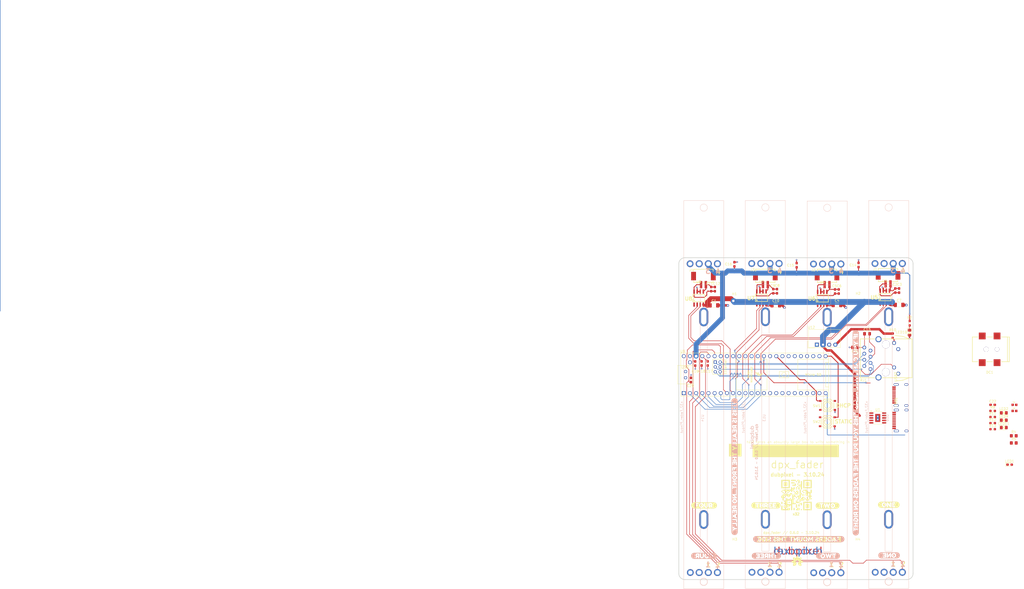
<source format=kicad_pcb>
(kicad_pcb (version 20240108) (generator "pcbnew") (generator_version "8.0")
  (title_block (title "dpx_fader") (date "3.10.24") (rev "0.6.0") (company "dubpixel"))
  (layers (0 "F.Cu" signal) (1 "In1.Cu" signal) (2 "In2.Cu" signal) (31 "B.Cu" signal) (34 "B.Paste" user) (35 "F.Paste" user) (36 "B.SilkS" user "B.Silkscreen") (37 "F.SilkS" user "F.Silkscreen") (38 "B.Mask" user) (39 "F.Mask" user) (44 "Edge.Cuts" user))
  (net 0 "")
  (net 1 "+3.3V")
  (net 2 "wiper_1")
  (net 3 "wiper_2")
  (net 4 "GND")
  (net 5 "wiper_4")
  (net 6 "wiper_3")
  (net 7 "mc2.U")
  (net 8 "mc2.D")
  (net 9 "mc4.D")
  (net 10 "mc3.U")
  (net 11 "mc1.D")
  (net 12 "mc4.U")
  (net 13 "mc1.U")
  (net 14 "mc3.D")
  (net 15 "motor.1-POS")
  (net 16 "motor.1-NEG")
  (net 18 "motor.2-POS")
  (net 19 "motor.2-NEG")
  (net 20 "motor.3-POS")
  (net 22 "motor.4-POS")
  (net 23 "motor.4-NEG")
  (net 28 "motor.3-NEG")
  (net 42 "VDD")
  (net 46 "Net-(C13-Pad1)")
  (net 47 "Net-(C13-Pad2)")
  (net 54 "13_SCK")
  (net 55 "Net-(LED9-A)")
  (net 56 "Net-(LED10-A)")
  (net 57 "Net-(LED11-A)")
  (net 58 "LED6")
  (net 59 "T+")
  (net 60 "T-")
  (net 61 "R+")
  (net 62 "+5v-CLEAN")
  (net 63 "R-")
  (net 81 "LLED+")
  (net 85 "+5v-DIRTY")
  (net 88 "BUTTON2")
  (net 89 "BUTTON1")
  (net 94 "RLED+")
  (net 96 "PG")
  (net 97 "Net-(USB1-SHIELD)")
  (net 98 "Net-(USB2-SHIELD)")
  (net 99 "Net-(LED2-A)")
  (net 100 "VBUS")
  (net 101 "Net-(U1-VBUS)")
  (net 102 "+5V")
  (net 103 "CFG2")
  (net 104 "CFG3")
  (net 105 "CC1")
  (net 106 "D+")
  (net 107 "D-")
  (net 108 "CC2")
  (net 109 "VBUS_uC")
  (net 114 "Net-(LED1-A)")
  (footprint "DPX_LED:LED_0805_2012Metric_Pad1.15x1.40mm_HandSolder" (layer "F.Cu") (at 374.61 137.085 -90)
    (property "Reference" "LED10")
    (property "Value" "YELLO")
  )
  (footprint "Capacitor_SMD:C_0603_1608Metric_Pad1.08x0.95mm_HandSolder" (layer "F.Cu") (at 343.91 120.0975 90)
    (property "Reference" "C5")
    (property "Value" "100 NF" (hide yes))
  )
  (footprint "Resistor_SMD:R_0603_1608Metric_Pad0.98x0.95mm_HandSolder" (layer "F.Cu") (at 367.66 138.3225 90)
    (property "Reference" "R10")
    (property "Value" "680R")
  )
  (footprint "Resistor_SMD:R_0603_1608Metric_Pad0.98x0.95mm_HandSolder" (layer "F.Cu") (at 408.86 176.86)
    (property "Reference" "R13")
    (property "Value" "120R")
  )
  (footprint "Capacitor_SMD:C_0603_1608Metric_Pad1.08x0.95mm_HandSolder" (layer "F.Cu") (at 302.46 108.8725 90)
    (property "Reference" "C16")
    (property "Value" "100 NF")
  )
  (footprint "kibuzzard-67C38062" (layer "F.Cu") (at 315.47 208.28)
    (property "Reference" "kibuzzard-67C38062" (hide yes))
    (property "Value" "G***" (hide yes))
  )
  (footprint "EasyEda-Automatic:SOP-8_L4.9-W3.9-P1.27-LS6.0-BL" (layer "F.Cu") (at 364.43 122.41)
    (property "Reference" "U5")
    (property "Value" "TC118S")
  )
  (footprint "Capacitor_SMD:C_0805_2012Metric_Pad1.18x1.45mm_HandSolder" (layer "F.Cu") (at 352.21 143.16 180)
    (property "Reference" "C21")
    (property "Value" "100 nF")
  )
  (footprint "DPX_LED:LED_0805_2012Metric_Pad1.15x1.40mm_HandSolder" (layer "F.Cu") (at 413.455 176.205)
    (property "Reference" "LED11")
    (property "Value" "WHITE")
  )
  (footprint "EasyEda-Automatic:CONN-SMD_PH2.0-1X2PW" (layer "F.Cu") (at 289.7 115.5)
    (property "Reference" "J4")
    (property "Value" "motor.4")
  )
  (footprint "EasyEda-Automatic:CONN-SMD_PH2.0-1X2PW" (layer "F.Cu") (at 365.76 115.21)
    (property "Reference" "J1")
    (property "Value" "motor.1")
  )
  (footprint "Capacitor_SMD:C_1206_3216Metric_Pad1.33x1.80mm_HandSolder" (layer "F.Cu") (at 294.0225 125.81)
    (property "Reference" "C1")
    (property "Value" "4.7 uF")
  )
  (footprint "Capacitor_SMD:C_0603_1608Metric_Pad1.08x0.95mm_HandSolder" (layer "F.Cu") (at 408.86 166.82)
    (property "Reference" "C22")
    (property "Value" "1 uF")
  )
  (footprint "Resistor_SMD:R_0603_1608Metric_Pad0.98x0.95mm_HandSolder" (layer "F.Cu") (at 374.66 133.16 90)
    (property "Reference" "R2")
    (property "Value" "65R")
  )
  (footprint "kibuzzard-67C38056" (layer "F.Cu") (at 340.82 208.38)
    (property "Reference" "kibuzzard-67C38056" (hide yes))
    (property "Value" "G***" (hide yes))
  )
  (footprint "Capacitor_SMD:C_0603_1608Metric_Pad1.08x0.95mm_HandSolder" (layer "F.Cu") (at 318.475 119.9725 90)
    (property "Reference" "C9")
    (property "Value" "100 NF" (hide yes))
  )
  (footprint "DPX_USB:FERRITE_0603" (layer "F.Cu") (at 417.835 166.825)
    (property "Reference" "FB1")
    (property "Value" "220h 110mHz")
  )
  (footprint "Capacitor_SMD:C_0603_1608Metric_Pad1.08x0.95mm_HandSolder" (layer "F.Cu") (at 320.01 119.9725 90)
    (property "Reference" "C8")
    (property "Value" "100 NF")
  )
  (footprint "Capacitor_SMD:C_0603_1608Metric_Pad1.08x0.95mm_HandSolder" (layer "F.Cu") (at 292.91 119.0975 90)
    (property "Reference" "C11")
    (property "Value" "100 NF" (hide yes))
  )
  (footprint "Capacitor_SMD:C_0603_1608Metric_Pad1.08x0.95mm_HandSolder" (layer "F.Cu") (at 286.31 149.7975 -90)
    (property "Reference" "C19")
    (property "Value" "100 NF")
  )
  (footprint "Capacitor_SMD:C_0603_1608Metric_Pad1.08x0.95mm_HandSolder" (layer "F.Cu") (at 291.46 149.7475 -90)
    (property "Reference" "C17")
    (property "Value" "100 NF")
  )
  (footprint "Capacitor_SMD:C_0603_1608Metric_Pad1.08x0.95mm_HandSolder" (layer "F.Cu") (at 368.735 119.6975 90)
    (property "Reference" "C2")
    (property "Value" "100 NF" (hide yes))
  )
  (footprint "Capacitor_SMD:C_0603_1608Metric_Pad1.08x0.95mm_HandSolder" (layer "F.Cu") (at 370.31 119.71 90)
    (property "Reference" "C3")
    (property "Value" "100 NF")
  )
  (footprint "MountingHole:MountingHole_4.3mm_M4_ISO14580" (layer "F.Cu") (at 353.41 116.31)
    (property "Reference" "H2")
    (property "Value" "MountingHole_Pad_MP")
  )
  (footprint "Resistor_SMD:R_0603_1608Metric_Pad0.98x0.95mm_HandSolder" (layer "F.Cu") (at 408.86 174.35)
    (property "Reference" "R12")
    (property "Value" "120R")
  )
  (footprint "Capacitor_SMD:C_0603_1608Metric_Pad1.08x0.95mm_HandSolder" (layer "F.Cu") (at 345.445 120.0975 90)
    (property "Reference" "C6")
    (property "Value" "100 NF")
  )
  (footprint "Capacitor_SMD:C_1206_3216Metric_Pad1.33x1.80mm_HandSolder" (layer "F.Cu") (at 319.51 125.76)
    (property "Reference" "C10")
    (property "Value" "4.7 uF")
  )
  (footprint "DPX_USB:HRO-TYPE-C-31-M-12-Assembly" (layer "F.Cu") (at 375.9625 173.28 90)
    (property "Reference" "USB1")
    (property "Value" "HRO-TYPE-C-31-M-12")
  )
  (footprint "DPX_LED:LED_0805_2012Metric_Pad1.15x1.40mm_HandSolder" (layer "F.Cu") (at 413.455 173.165)
    (property "Reference" "LED9")
    (property "Value" "RED")
  )
  (footprint "Resistor_SMD:R_0805_2012Metric_Pad1.20x1.40mm_HandSolder" (layer "F.Cu") (at 417.55 182.54)
    (property "Reference" "R5")
    (property "Value" "10k")
  )
  (footprint "EasyEda-Automatic:SW-SMD_4P-L5.1-W5.1-P3.70-LS6.5-TL_H1.5" (layer "F.Cu") (at 340.76 173.81)
    (property "Reference" "SW2")
    (property "Value" "TS-1187A-B-A-B" (hide yes))
  )
  (footprint "Capacitor_SMD:C_0603_1608Metric_Pad1.08x0.95mm_HandSolder" (layer "F.Cu") (at 288.96 149.7475 -90)
    (property "Reference" "C18")
    (property "Value" "100 NF")
  )
  (footprint "EasyEda-Automatic:CONN-SMD_PH2.0-1X2PW" (layer "F.Cu") (at 340.61 115.5)
    (property "Reference" "J2")
    (property "Value" "motor.2")
  )
  (footprint "kibuzzard-67C38072" (layer "F.Cu") (at 289.97 208.29)
    (property "Reference" "kibuzzard-67C38072" (hide yes))
    (property "Value" "G***" (hide yes))
  )
  (footprint "Capacitor_SMD:C_0603_1608Metric_Pad1.08x0.95mm_HandSolder" (layer "F.Cu") (at 328.11 109.2475 90)
    (property "Reference" "C15")
    (property "Value" "100 NF")
  )
  (footprint "DPX_IC:NML0505SC" (layer "F.Cu") (at 336.4275 142.0275 90)
    (property "Reference" "U12")
    (property "Value" "NML0505SC")
  )
  (footprint "Capacitor_SMD:C_0805_2012Metric_Pad1.18x1.45mm_HandSolder" (layer "F.Cu") (at 357.11 137.51 180)
    (property "Reference" "C13")
    (property "Value" "100 nF")
  )
  (footprint "Resistor_SMD:R_0805_2012Metric_Pad1.20x1.40mm_HandSolder" (layer "F.Cu") (at 417.55 179.59)
    (property "Reference" "R4")
    (property "Value" "1k")
  )
  (footprint "Package_SO:SSOP-10-1EP_3.9x4.9mm_P1mm_EP2.1x3.3mm_ThermalVias" (layer "F.Cu") (at 361.52 172.235)
    (property "Reference" "U1")
    (property "Value" "CH224K")
  )
  (footprint "MountingHole:MountingHole_4.3mm_M4_ISO14580" (layer "F.Cu") (at 302.61 226.76)
    (property "Reference" "H3")
    (property "Value" "MountingHole_Pad_MP")
  )
  (footprint "LED_SMD:LED_0603_1608Metric_Pad1.05x0.95mm_HandSolder" (layer "F.Cu") (at 415.855 191.49)
    (property "Reference" "LED1")
    (property "Value" "RED")
  )
  (footprint "kibuzzard-67C38035" (layer "F.Cu") (at 366.07 208.03)
    (property "Reference" "kibuzzard-67C38035" (hide yes))
    (property "Value" "G***" (hide yes))
  )
  (footprint "EasyEda-Automatic:SOP-8_L4.9-W3.9-P1.27-LS6.0-BL" (layer "F.Cu") (at 287.76 122.81)
    (property "Reference" "U8")
    (property "Value" "TC118S")
  )
  (footprint "EasyEda-Automatic:RJ45-TH_J1B1211CCD" (layer "F.Cu") (at 362.97 147.64 90)
    (property "Reference" "RJ1")
    (property "Value" "J1B1211CCD")
  )
  (footprint "Capacitor_SMD:C_0603_1608Metric_Pad1.08x0.95mm_HandSolder" (layer "F.Cu") (at 294.42 119.11 90)
    (property "Reference" "C12")
    (property "Value" "100 NF")
  )
  (footprint "EasyEda-Automatic:CONN-SMD_PH2.0-1X2PW" (layer "F.Cu") (at 315.21 115.5)
    (property "Reference" "J3")
    (property "Value" "motor.3")
  )
  (footprint "EasyEda-Automatic:SW-SMD_4P-L5.1-W5.1-P3.70-LS6.5-TL_H1.5" (layer "F.Cu") (at 340.86 167.06)
    (property "Reference" "SW1")
    (property "Value" "TS-1187A-B-A-B" (hide yes))
  )
  (footprint "Capacitor_SMD:C_0603_1608Metric_Pad1.08x0.95mm_HandSolder" (layer "F.Cu") (at 353.61 109.1475 90)
    (property "Reference" "C14")
    (property "Value" "100 NF")
  )
  (footprint "kibuzzard-67C38A3C" (layer "F.Cu") (at 328.96 222.26)
    (property "Reference" "kibuzzard-67C38A3C" (hide yes))
    (property "Value" "G***" (hide yes))
  )
  (footprint "Capacitor_SMD:C_1206_3216Metric_Pad1.33x1.80mm_HandSolder" (layer "F.Cu") (at 370.31 125.61)
    (property "Reference" "C7")
    (property "Value" "4.7 uF")
  )
  (footprint "DPX_LIBRARY:OSHW-LogoNT_7.3x6mm_Silk" (layer "F.Cu") (at 328.36 231.61)
    (property "Reference" "SYM1" (hide yes))
    (property "Value" "Logo_Open_Hardware_Small" (hide yes))
  )
  (footprint "DPX_LED:LED_0805_2012Metric_Pad1.15x1.40mm_HandSolder" (layer "F.Cu") (at 413.455 170.125)
    (property "Reference" "LED2")
    (property "Value" "GREEN")
  )
  (footprint "EasyEda-Automatic:DC-IN-TH_DC-005-5A-2.0-SMT" (layer "F.Cu") (at 407.61 143.93 180)
    (property "Reference" "DC1")
    (property "Value" "DC-005-5A-2.0-SMT")
  )
  (footprint "DPX_USB:HRO-TYPE-C-31-M-12-Assembly" (layer "F.Cu") (at 375.9 162.78 90)
    (property "Reference" "USB2")
    (property "Value" "HRO-TYPE-C-31-M-12")
  )
  (footprint "DPX_USB:FERRITE_0603" (layer "F.Cu") (at 417.835 169.345)
    (property "Reference" "FB2")
    (property "Value" "220h 110mHz")
  )
  (footprint "MountingHole:MountingHole_4.3mm_M4_ISO14580" (layer "F.Cu") (at 302.51 116.26)
    (property "Reference" "H1")
    (property "Value" "MountingHole_Pad_MP")
  )
  (footprint "Capacitor_SMD:C_1206_3216Metric_Pad1.33x1.80mm_HandSolder" (layer "F.Cu") (at 344.7225 125.66)
    (property "Reference" "C4")
    (property "Value" "4.7 uF")
  )
  (footprint "Resistor_SMD:R_0603_1608Metric_Pad0.98x0.95mm_HandSolder" (layer "F.Cu") (at 408.86 169.33)
    (property "Reference" "R9")
    (property "Value" "120R")
  )
  (footprint "Resistor_SMD:R_0603_1608Metric_Pad0.98x0.95mm_HandSolder" (layer "F.Cu") (at 408.86 171.84)
    (property "Reference" "R11")
    (property "Value" "75R")
  )
  (footprint "EasyEda-Automatic:SOP-8_L4.9-W3.9-P1.27-LS6.0-BL" (layer "F.Cu") (at 338.66 122.93)
    (property "Reference" "U6")
    (property "Value" "TC118S")
  )
  (footprint "MountingHole:MountingHole_4.3mm_M4_ISO14580" (layer "F.Cu") (at 353.31 226.76)
    (property "Reference" "H4")
    (property "Value" "MountingHole_Pad_MP")
  )
  (footprint "EasyEda-Automatic:SOP-8_L4.9-W3.9-P1.27-LS6.0-BL" (layer "F.Cu") (at 313.61 122.71)
    (property "Reference" "U7")
    (property "Value" "TC118S")
  )
  (footprint "DPX_IC:Teensy41_less_pins" (layer "F.Cu") (at 310.82 154.38)
    (property "Reference" "U9")
    (property "Value" "Teensy4.1")
  )
  (footprint "Capacitor_SMD:C_0603_1608Metric_Pad1.08x0.95mm_HandSolder" (layer "F.Cu") (at 284.56 156.5975 90)
    (property "Reference" "C20")
    (property "Value" "100 NF")
  )
  (footprint "DPX_CONTROL:Fader_behringerx32_b10k_100mm" (layer "B.Cu") (at 289.835 172.31 -90)
    (property "Reference" "U14")
    (property "Value" "~")
  )
  (footprint "kibuzzard-67C3BB4B" (layer "B.Cu") (at 352.46 178.36 -90)
    (property "Reference" "kibuzzard-67C3BB4B" (hide yes))
    (property "Value" "G***" (hide yes))
  )
  (footprint "kibuzzard-67C38056" (layer "B.Cu") (at 341.03 229.09 180)
    (property "Reference" "kibuzzard-67C38056" (hide yes))
    (property "Value" "G***" (hide yes))
  )
  (footprint "kibuzzard-67CFB29D" (layer "B.Cu") (at 302.53 192.3 -90)
    (property "Reference" "kibuzzard-67CFB29D" (hide yes))
    (property "Value" "G***" (hide yes))
  )
  (footprint "kibuzzard-67C38B05" (layer "B.Cu") (at 328.973829 222.199914 180)
    (property "Reference" "kibuzzard-67C38B05" (hide yes))
    (property "Value" "G***" (hide yes))
  )
  (footprint "DPX_CONTROL:Fader_behringerx32_b10k_100mm" (layer "B.Cu") (at 340.68 172.41 -90)
    (property "Reference" "U11")
    (property "Value" "~")
  )
  (footprint "kibuzzard-67C38072" (layer "B.Cu") (at 289.93 229.09 180)
    (property "Reference" "kibuzzard-67C38072" (hide yes))
    (property "Value" "G***" (hide yes))
  )
  (footprint "kibuzzard-67C38062" (layer "B.Cu") (at 315.63 229.09 180)
    (property "Reference" "kibuzzard-67C38062" (hide yes))
    (property "Value" "G***" (hide yes))
  )
  (footprint "kibuzzard-67C38035" (layer "B.Cu") (at 366.18 228.89 180)
    (property "Reference" "kibuzzard-67C38035" (hide yes))
    (property "Value" "G***" (hide yes))
  )
  (footprint "DPX_CONTROL:Fader_behringerx32_b10k_100mm" (layer "B.Cu") (at 366.01 172.21 -90)
    (property "Reference" "U10")
    (property "Value" "~")
  )
  (footprint "DPX_CONTROL:Fader_behringerx32_b10k_100mm" (layer "B.Cu") (at 315.235 172.21 -90)
    (property "Reference" "U13")
    (property "Value" "~")
  )
  (gr_line (start 374.61 134.06) (end 374.61 136.06) (stroke (width 0.2)) (layer "F.Cu") (net 56))
  (gr_line (start 0 0) (end 0 128.2) (stroke (width 0.2)) (layer "B.Cu"))
  (gr_poly (pts (xy 330.816822 210.300686) (xy 334.33578 210.300686) (xy 334.33578 209.797977) (xy 333.833072 209.797977) (xy 331.31953 209.797977) (xy 331.31953 207.284436) (xy 333.833072 207.284436) (xy 333.833072 209.797977) (xy 334.33578 209.797977) (xy 334.33578 206.781728) (xy 330.816822 206.781728)) (stroke (width -0.000001)) (fill solid) (layer "F.SilkS"))
  (gr_poly (pts (xy 330.816822 201.251936) (xy 332.515712 201.251936) (xy 334.33578 201.251936) (xy 334.33578 200.749228) (xy 333.833072 200.749228) (xy 332.484755 200.749228) (xy 331.31953 200.749228) (xy 331.31953 198.235686) (xy 333.833072 198.235686) (xy 333.833072 200.749228) (xy 334.33578 200.749228) (xy 334.33578 197.732978) (xy 330.816822 197.732978)) (stroke (width -0.000001)) (fill solid) (layer "F.SilkS"))
  (gr_poly (pts (xy 328.033068 198.232728) (xy 328.00547 198.235657) (xy 327.979541 198.241177) (xy 327.955295 198.249112) (xy 327.932743 198.259285) (xy 327.9119 198.271521) (xy 327.892778 198.285643) (xy 327.87539 198.301476) (xy 327.85975 198.318844) (xy 327.845869 198.337571) (xy 327.833763 198.357481) (xy 327.823442 198.378398) (xy 327.814921 198.400145) (xy 327.808212 198.422548) (xy 327.803329 198.44543) (xy 327.800284 198.468615) (xy 327.799091 198.491926) (xy 327.799763 198.515189) (xy 327.802312 198.538228) (xy 327.806751 198.560865) (xy 327.813095 198.582926) (xy 327.821355 198.604234) (xy 327.831544 198.624614) (xy 327.843677 198.643889) (xy 327.857765 198.661883) (xy 327.873822 198.678421) (xy 327.891861 198.693326) (xy 327.911895 198.706423) (xy 327.933937 198.717536) (xy 327.957999 198.726488) (xy 327.99218 198.735508) (xy 328.024708 198.740924) (xy 328.055562 198.742941) (xy 328.084721 198.741764) (xy 328.112163 198.737597) (xy 328.137867 198.730643) (xy 328.161811 198.721108) (xy 328.183974 198.709195) (xy 328.204335 198.695109) (xy 328.222871 198.679055) (xy 328.239562 198.661235) (xy 328.254386 198.641856) (xy 328.267321 198.621121) (xy 328.278347 198.599234) (xy 328.287441 198.5764) (xy 328.294583 198.552822) (xy 328.29975 198.528706) (xy 328.302921 198.504256) (xy 328.304075 198.479675) (xy 328.30319 198.455169) (xy 328.300245 198.430941) (xy 328.295219 198.407196) (xy 328.28809 198.384138) (xy 328.278836 198.361971) (xy 328.267436 198.3409) (xy 328.253868 198.321129) (xy 328.238112 198.302862) (xy 328.220145 198.286304) (xy 328.199947 198.271658) (xy 328.177495 198.25913) (xy 328.152768 198.248923) (xy 328.125745 198.241242) (xy 328.093219 198.235344) (xy 328.062322 198.232565)) (stroke (width -0.000001)) (fill solid) (layer "F.SilkS"))
  (gr_poly (pts (xy 328.740147 197.720177) (xy 328.678129 197.724114) (xy 328.617221 197.730594) (xy 328.55863 197.739911) (xy 328.503565 197.752359) (xy 328.453233 197.768234) (xy 328.430219 197.777548) (xy 328.408842 197.787829) (xy 328.389251 197.799114) (xy 328.371599 197.811439) (xy 328.356035 197.824842) (xy 328.342712 197.83936) (xy 328.331779 197.855028) (xy 328.323389 197.871884) (xy 328.31257 197.901444) (xy 328.304545 197.929661) (xy 328.299203 197.956553) (xy 328.296431 197.982135) (xy 328.296115 198.006425) (xy 328.298145 198.02944) (xy 328.302408 198.051196) (xy 328.308791 198.071711) (xy 328.317182 198.091001) (xy 328.327469 198.109083) (xy 328.339539 198.125974) (xy 328.35328 198.141691) (xy 328.368579 198.156251) (xy 328.385325 198.16967) (xy 328.403405 198.181966) (xy 328.422707 198.193154) (xy 328.443117 198.203254) (xy 328.464525 198.21228) (xy 328.486817 198.22025) (xy 328.509881 198.22718) (xy 328.533605 198.233089) (xy 328.557877 198.237991) (xy 328.582583 198.241905) (xy 328.607613 198.244847) (xy 328.632853 198.246835) (xy 328.658191 198.247884) (xy 328.683515 198.248011) (xy 328.708712 198.247235) (xy 328.733671 198.245571) (xy 328.758278 198.243036) (xy 328.782421 198.239647) (xy 328.805989 198.235422) (xy 328.805989 199.069124) (xy 328.806481 199.07683) (xy 328.807925 199.08456) (xy 328.810275 199.092296) (xy 328.813481 199.100021) (xy 328.817498 199.107718) (xy 328.822277 199.11537) (xy 328.82777 199.12296) (xy 328.833931 199.13047) (xy 328.840712 199.137883) (xy 328.848065 199.145183) (xy 328.855942 199.152353) (xy 328.864297 199.159374) (xy 328.873081 199.16623) (xy 328.882247 199.172905) (xy 328.901536 199.18564) (xy 328.921783 199.197441) (xy 328.942608 199.208172) (xy 328.963631 199.217696) (xy 328.984471 199.225877) (xy 329.004748 199.232577) (xy 329.024082 199.23766) (xy 329.033277 199.239552) (xy 329.042093 199.240988) (xy 329.050484 199.241952) (xy 329.058401 199.242426) (xy 329.074539 199.242481) (xy 329.090019 199.241768) (xy 329.104854 199.240306) (xy 329.119056 199.238117) (xy 329.132637 199.23522) (xy 329.145611 199.231637) (xy 329.157988 199.227387) (xy 329.169782 199.222491) (xy 329.181005 199.21697) (xy 329.191669 199.210843) (xy 329.201786 199.204132) (xy 329.211368 199.196856) (xy 329.220429 199.189037) (xy 329.22898 199.180695) (xy 329.237033 199.171849) (xy 329.244602 199.162522) (xy 329.251697 199.152732) (xy 329.258332 199.1425) (xy 329.264519 199.131848) (xy 329.270269 199.120795) (xy 329.275596 199.109362) (xy 329.280512 199.097569) (xy 329.289159 199.072985) (xy 329.296308 199.047208) (xy 329.302059 199.0204) (xy 329.306508 198.992726) (xy 329.309755 198.964349) (xy 329.317222 198.862105) (xy 329.322555 198.742405) (xy 329.325754 198.611059) (xy 329.326821 198.473877) (xy 329.325754 198.336671) (xy 329.322555 198.205251) (xy 329.317222 198.085427) (xy 329.309755 197.983009) (xy 329.306961 197.958614) (xy 329.303102 197.935348) (xy 329.29812 197.913231) (xy 329.291954 197.892282) (xy 329.284544 197.87252) (xy 329.275832 197.853966) (xy 329.270968 197.845147) (xy 329.265756 197.836638) (xy 329.260189 197.828439) (xy 329.254259 197.820555) (xy 329.247958 197.812987) (xy 329.241279 197.805737) (xy 329.234215 197.798809) (xy 329.226758 197.792204) (xy 329.2189 197.785925) (xy 329.210635 197.779975) (xy 329.201954 197.774355) (xy 329.192851 197.769069) (xy 329.183317 197.764118) (xy 329.173346 197.759505) (xy 329.162929 197.755233) (xy 329.15206 197.751303) (xy 329.140731 197.747719) (xy 329.128935 197.744483) (xy 329.116663 197.741597) (xy 329.103909 197.739063) (xy 329.067936 197.733451) (xy 329.024619 197.728319) (xy 328.975166 197.723962) (xy 328.920785 197.720675) (xy 328.862683 197.718752) (xy 328.802067 197.718488)) (stroke (width -0.000001)) (fill solid) (layer "F.SilkS"))
  (gr_poly (pts (xy 332.550108 204.768778) (xy 332.541593 204.769475) (xy 332.532841 204.770757) (xy 332.523885 204.772601) (xy 332.514757 204.774985) (xy 332.49612 204.781282) (xy 332.477198 204.789465) (xy 332.458258 204.799353) (xy 332.439565 204.810766) (xy 332.421388 204.823521) (xy 332.403991 204.837437) (xy 332.387643 204.852333) (xy 332.372609 204.868027) (xy 332.359157 204.884339) (xy 332.353107 204.892669) (xy 332.347552 204.901086) (xy 332.342527 204.909566) (xy 332.338063 204.918087) (xy 332.334194 204.926626) (xy 332.330954 204.935161) (xy 332.328376 204.943669) (xy 332.326493 204.952127) (xy 332.325339 204.960512) (xy 332.324947 204.968803) (xy 332.324947 205.776311) (xy 332.289262 205.776367) (xy 332.252505 205.775497) (xy 332.17726 205.773074) (xy 332.139517 205.77257) (xy 332.102189 205.773237) (xy 332.065648 205.775599) (xy 332.030267 205.78018) (xy 331.996418 205.787506) (xy 331.980184 205.792362) (xy 331.964473 205.7981) (xy 331.94933 205.804787) (xy 331.934803 205.812487) (xy 331.920938 205.821267) (xy 331.907782 205.831191) (xy 331.89538 205.842326) (xy 331.88378 205.854737) (xy 331.873028 205.868489) (xy 331.863171 205.883648) (xy 331.854254 205.90028) (xy 331.846325 205.91845) (xy 331.83943 205.938224) (xy 331.833616 205.959667) (xy 331.829495 205.978831) (xy 331.82635 205.997336) (xy 331.824161 206.015188) (xy 331.822913 206.032393) (xy 331.822587 206.04896) (xy 331.823167 206.064894) (xy 331.824634 206.080203) (xy 331.826972 206.094894) (xy 331.830163 206.108973) (xy 331.83419 206.122447) (xy 331.839035 206.135323) (xy 331.84468 206.147609) (xy 331.851109 206.15931) (xy 331.858305 206.170434) (xy 331.866249 206.180988) (xy 331.874924 206.190979) (xy 331.884313 206.200413) (xy 331.894399 206.209297) (xy 331.905164 206.217638) (xy 331.91659 206.225444) (xy 331.928661 206.23272) (xy 331.941359 206.239475) (xy 331.954666 206.245714) (xy 331.968566 206.251444) (xy 331.98304 206.256673) (xy 331.998072 206.261408) (xy 332.029738 206.269421) (xy 332.063424 206.275537) (xy 332.098993 206.279813) (xy 332.201313 206.287279) (xy 332.321049 206.292612) (xy 332.452399 206.295811) (xy 332.589563 206.296878) (xy 332.72674 206.295811) (xy 332.858128 206.292612) (xy 332.977926 206.287279) (xy 333.080332 206.279813) (xy 333.107657 206.276434) (xy 333.133727 206.271449) (xy 333.158481 206.264846) (xy 333.170344 206.260934) (xy 333.181854 206.256612) (xy 333.193003 206.25188) (xy 333.203784 206.246735) (xy 333.214188 206.241176) (xy 333.224207 206.235202) (xy 333.233834 206.22881) (xy 333.243061 206.222) (xy 333.25188 206.21477) (xy 333.260282 206.207119) (xy 333.268261 206.199044) (xy 333.275807 206.190544) (xy 333.282914 206.181618) (xy 333.289573 206.172264) (xy 333.295776 206.162481) (xy 333.301516 206.152266) (xy 333.306785 206.141619) (xy 333.311574 206.130538) (xy 333.315876 206.119022) (xy 333.319683 206.107068) (xy 333.322987 206.094675) (xy 333.325781 206.081843) (xy 333.328055 206.068568) (xy 333.329803 206.05485) (xy 333.331016 206.040687) (xy 333.331687 206.026077) (xy 333.331435 206.00114) (xy 333.329395 205.977836) (xy 333.325644 205.956113) (xy 333.320263 205.935918) (xy 333.313328 205.917198) (xy 333.30492 205.899899) (xy 333.295118 205.88397) (xy 333.284 205.869357) (xy 333.271645 205.856007) (xy 333.258132 205.843867) (xy 333.24354 205.832884) (xy 333.227949 205.823006) (xy 333.211436 205.814179) (xy 333.194081 205.80635) (xy 333.175963 205.799467) (xy 333.157161 205.793476) (xy 333.137753 205.788324) (xy 333.117819 205.783959) (xy 333.097437 205.780328) (xy 333.076687 205.777377) (xy 333.034396 205.773306) (xy 332.991577 205.771321) (xy 332.948863 205.771) (xy 332.906883 205.771919) (xy 332.827655 205.775782) (xy 332.827655 204.942345) (xy 332.827113 204.93378) (xy 332.825521 204.925263) (xy 332.822932 204.916807) (xy 332.819397 204.908429) (xy 332.814971 204.900145) (xy 332.809705 204.89197) (xy 332.803652 204.883919) (xy 332.796864 204.876009) (xy 332.789395 204.868254) (xy 332.781295 204.860671) (xy 332.772619 204.853274) (xy 332.763417 204.846081) (xy 332.753744 204.839105) (xy 332.743651 204.832364) (xy 332.733192 204.825871) (xy 332.722417 204.819644) (xy 332.700135 204.808047) (xy 332.677225 204.797697) (xy 332.654108 204.788719) (xy 332.631202 204.781238) (xy 332.608929 204.775379) (xy 332.598162 204.773096) (xy 332.587709 204.771266) (xy 332.577625 204.769903) (xy 332.567962 204.769024) (xy 332.558772 204.768644)) (stroke (width -0.000001)) (fill solid) (layer "F.SilkS"))
  (gr_poly (pts (xy 325.016818 206.778769) (xy 324.98922 206.781698) (xy 324.963291 206.787218) (xy 324.939045 206.795153) (xy 324.916493 206.805326) (xy 324.89565 206.817562) (xy 324.876528 206.831684) (xy 324.85914 206.847517) (xy 324.8435 206.864885) (xy 324.829619 206.883612) (xy 324.817513 206.903522) (xy 324.807192 206.924439) (xy 324.798671 206.946186) (xy 324.791962 206.968589) (xy 324.787079 206.991471) (xy 324.784034 207.014655) (xy 324.782841 207.037967) (xy 324.783513 207.06123) (xy 324.786062 207.084269) (xy 324.790501 207.106906) (xy 324.796844 207.128967) (xy 324.805104 207.150275) (xy 324.815294 207.170654) (xy 324.827427 207.189929) (xy 324.841515 207.207924) (xy 324.857572 207.224462) (xy 324.875611 207.239367) (xy 324.895645 207.252464) (xy 324.917687 207.263577) (xy 324.94175 207.272529) (xy 324.97593 207.281548) (xy 325.008458 207.286965) (xy 325.039312 207.288982) (xy 325.068471 207.287805) (xy 325.095913 207.283638) (xy 325.121617 207.276684) (xy 325.145561 207.267149) (xy 325.167724 207.255236) (xy 325.188085 207.24115) (xy 325.206621 207.225096) (xy 325.223312 207.207277) (xy 325.238136 207.187897) (xy 325.251072 207.167162) (xy 325.262097 207.145275) (xy 325.271191 207.122441) (xy 325.278333 207.098863) (xy 325.2835 207.074747) (xy 325.286671 207.050297) (xy 325.287825 207.025716) (xy 325.28694 207.00121) (xy 325.283996 206.976982) (xy 325.278969 206.953237) (xy 325.27184 206.930179) (xy 325.262586 206.908012) (xy 325.251186 206.886941) (xy 325.237619 206.86717) (xy 325.221862 206.848903) (xy 325.203895 206.832345) (xy 325.183697 206.817699) (xy 325.161245 206.805171) (xy 325.136518 206.794964) (xy 325.109496 206.787283) (xy 325.076969 206.781385) (xy 325.046072 206.778606)) (stroke (width -0.000001)) (fill solid) (layer "F.SilkS"))
  (gr_poly (pts (xy 328.535776 199.238144) (xy 328.508178 199.241074) (xy 328.482249 199.246594) (xy 328.458003 199.254528) (xy 328.435451 199.264701) (xy 328.414608 199.276937) (xy 328.395486 199.29106) (xy 328.378098 199.306893) (xy 328.362458 199.324261) (xy 328.348578 199.342988) (xy 328.336471 199.362898) (xy 328.32615 199.383815) (xy 328.317629 199.405562) (xy 328.31092 199.427965) (xy 328.306037 199.450846) (xy 328.302993 199.474031) (xy 328.301799 199.497343) (xy 328.302471 199.520606) (xy 328.30502 199.543644) (xy 328.30946 199.566282) (xy 328.315803 199.588343) (xy 328.324063 199.609651) (xy 328.334253 199.63003) (xy 328.346385 199.649305) (xy 328.360473 199.6673) (xy 328.37653 199.683838) (xy 328.394569 199.698743) (xy 328.414603 199.71184) (xy 328.436645 199.722953) (xy 328.460708 199.731905) (xy 328.494888 199.740925) (xy 328.527416 199.746341) (xy 328.55827 199.748358) (xy 328.587429 199.747181) (xy 328.614871 199.743013) (xy 328.640575 199.73606) (xy 328.66452 199.726525) (xy 328.686683 199.714612) (xy 328.707043 199.700526) (xy 328.72558 199.684471) (xy 328.742271 199.666652) (xy 328.757094 199.647273) (xy 328.77003 199.626538) (xy 328.781055 199.604651) (xy 328.79015 199.581816) (xy 328.797291 199.558239) (xy 328.802458 199.534123) (xy 328.805629 199.509673) (xy 328.806783 199.485092) (xy 328.805899 199.460586) (xy 328.802954 199.436358) (xy 328.797927 199.412613) (xy 328.790798 199.389554) (xy 328.781544 199.367388) (xy 328.770144 199.346317) (xy 328.756577 199.326546) (xy 328.74082 199.308279) (xy 328.722853 199.291721) (xy 328.702655 199.277075) (xy 328.680203 199.264547) (xy 328.655476 199.25434) (xy 328.628453 199.246659) (xy 328.595927 199.240761) (xy 328.56503 199.237982)) (stroke (width -0.000001)) (fill solid) (layer "F.SilkS"))
  (gr_poly (pts (xy 328.017179 200.751146) (xy 327.997891 200.753372) (xy 327.979115 200.756946) (xy 327.960913 200.761903) (xy 327.943348 200.768278) (xy 327.92648 200.776103) (xy 327.910372 200.785414) (xy 327.902621 200.790637) (xy 327.895084 200.796243) (xy 327.887767 200.802239) (xy 327.880679 200.808627) (xy 327.873826 200.815412) (xy 327.867218 200.822597) (xy 327.860861 200.830189) (xy 327.854763 200.83819) (xy 327.848931 200.846605) (xy 327.843375 200.855438) (xy 327.838101 200.864693) (xy 327.833116 200.874376) (xy 327.824553 200.897396) (xy 327.8171 200.928228) (xy 327.810727 200.965785) (xy 327.805401 201.008978) (xy 327.801092 201.056722) (xy 327.797769 201.107929) (xy 327.793957 201.216383) (xy 327.793718 201.325643) (xy 327.796802 201.427012) (xy 327.802961 201.511793) (xy 327.807117 201.545245) (xy 327.811949 201.571288) (xy 327.818066 201.593024) (xy 327.825732 201.61334) (xy 327.834849 201.632248) (xy 327.845317 201.649759) (xy 327.857037 201.665883) (xy 327.869909 201.680629) (xy 327.883834 201.69401) (xy 327.898712 201.706036) (xy 327.914444 201.716716) (xy 327.93093 201.726063) (xy 327.948071 201.734085) (xy 327.965768 201.740794) (xy 327.98392 201.746201) (xy 328.002429 201.750316) (xy 328.021195 201.753149) (xy 328.040119 201.754711) (xy 328.059101 201.755013) (xy 328.078042 201.754065) (xy 328.096841 201.751877) (xy 328.115401 201.748461) (xy 328.133621 201.743827) (xy 328.151401 201.737985) (xy 328.168643 201.730946) (xy 328.185247 201.722721) (xy 328.201113 201.71332) (xy 328.216143 201.702753) (xy 328.230236 201.691032) (xy 328.243293 201.678167) (xy 328.255214 201.664167) (xy 328.265901 201.649045) (xy 328.275253 201.63281) (xy 328.283172 201.615474) (xy 328.288797 201.595647) (xy 328.29377 201.566868) (xy 328.298096 201.530392) (xy 328.30178 201.487473) (xy 328.30724 201.387329) (xy 328.310192 201.276476) (xy 328.310677 201.164953) (xy 328.308733 201.0628) (xy 328.304402 200.980057) (xy 328.301354 200.949102) (xy 328.297724 200.926763) (xy 328.295562 200.918047) (xy 328.293004 200.909513) (xy 328.290064 200.901164) (xy 328.286754 200.893003) (xy 328.283088 200.885035) (xy 328.279079 200.877262) (xy 328.274742 200.869688) (xy 328.270088 200.862317) (xy 328.265131 200.855151) (xy 328.259885 200.848194) (xy 328.254363 200.84145) (xy 328.248578 200.834922) (xy 328.242544 200.828614) (xy 328.236274 200.822529) (xy 328.223079 200.811041) (xy 328.209099 200.800487) (xy 328.194441 200.790893) (xy 328.179212 200.782288) (xy 328.163518 200.774698) (xy 328.147467 200.768152) (xy 328.131163 200.762677) (xy 328.114715 200.7583) (xy 328.098228 200.755049) (xy 328.077505 200.75222) (xy 328.057048 200.750604) (xy 328.036919 200.750235)) (stroke (width -0.000001)) (fill solid) (layer "F.SilkS"))
  (gr_rect (start 300.31 183.01) (end 305.31 188.01) (stroke (width 0.2)) (fill solid) (layer "F.SilkS"))
  (gr_poly (pts (xy 321.984679 206.783645) (xy 321.965391 206.785871) (xy 321.946615 206.789446) (xy 321.928413 206.794403) (xy 321.910848 206.800777) (xy 321.89398 206.808603) (xy 321.877872 206.817913) (xy 321.870121 206.823136) (xy 321.862584 206.828743) (xy 321.855267 206.834738) (xy 321.848179 206.841126) (xy 321.841327 206.847911) (xy 321.834718 206.855097) (xy 321.828361 206.862688) (xy 321.822263 206.870689) (xy 321.816432 206.879104) (xy 321.810875 206.887938) (xy 321.805601 206.897193) (xy 321.800616 206.906876) (xy 321.792586 206.929126) (xy 321.785459 206.960312) (xy 321.779236 206.999173) (xy 321.773915 207.044451) (xy 321.765972 207.149214) (xy 321.761624 207.264526) (xy 321.76086 207.380309) (xy 321.76367 207.486487) (xy 321.766413 207.532824) (xy 321.770046 207.572982) (xy 321.774569 207.605699) (xy 321.779979 207.629717) (xy 321.785254 207.644713) (xy 321.791707 207.659031) (xy 321.799274 207.672661) (xy 321.807887 207.685587) (xy 321.817482 207.697798) (xy 321.827991 207.70928) (xy 321.83935 207.720021) (xy 321.851491 207.730007) (xy 321.864349 207.739225) (xy 321.877859 207.747662) (xy 321.891953 207.755305) (xy 321.906567 207.762142) (xy 321.921633 207.768158) (xy 321.937087 207.773342) (xy 321.952862 207.77768) (xy 321.968892 207.781158) (xy 321.985111 207.783765) (xy 322.001453 207.785486) (xy 322.017852 207.78631) (xy 322.034243 207.786222) (xy 322.050558 207.78521) (xy 322.066733 207.783261) (xy 322.082701 207.780362) (xy 322.098397 207.776499) (xy 322.113753 207.77166) (xy 322.128705 207.765832) (xy 322.143186 207.759002) (xy 322.157131 207.751156) (xy 322.170473 207.742281) (xy 322.183146 207.732366) (xy 322.195085 207.721395) (xy 322.206222 207.709357) (xy 322.213877 207.698867) (xy 322.22107 207.686051) (xy 322.234108 207.654034) (xy 322.245405 207.614499) (xy 322.25503 207.56864) (xy 322.263051 207.51765) (xy 322.269539 207.462721) (xy 322.274562 207.405047) (xy 322.278189 207.34582) (xy 322.28153 207.22748) (xy 322.280115 207.117245) (xy 322.277797 207.068149) (xy 322.274496 207.024658) (xy 322.270282 206.987965) (xy 322.265224 206.959264) (xy 322.263132 206.950943) (xy 322.260635 206.942755) (xy 322.257747 206.934703) (xy 322.254482 206.926795) (xy 322.250853 206.919036) (xy 322.246875 206.911433) (xy 322.24256 206.90399) (xy 322.237923 206.896714) (xy 322.232977 206.889611) (xy 322.227737 206.882687) (xy 322.222216 206.875948) (xy 322.216428 206.869399) (xy 322.204104 206.856897) (xy 322.190877 206.845228) (xy 322.176856 206.834439) (xy 322.162151 206.824579) (xy 322.146872 206.815693) (xy 322.13113 206.80783) (xy 322.115035 206.801037) (xy 322.098696 206.795361) (xy 322.082224 206.790849) (xy 322.065729 206.787549) (xy 322.065729 206.787548) (xy 322.045005 206.78472) (xy 322.024548 206.783104) (xy 322.004419 206.782734)) (stroke (width -0.000001)) (fill solid) (layer "F.SilkS"))
  (gr_poly (pts (xy 328.033068 204.767936) (xy 328.00547 204.770865) (xy 327.979541 204.776385) (xy 327.955295 204.78432) (xy 327.932743 204.794493) (xy 327.9119 204.806729) (xy 327.892778 204.820851) (xy 327.87539 204.836684) (xy 327.85975 204.854052) (xy 327.845869 204.872779) (xy 327.833763 204.892689) (xy 327.823442 204.913606) (xy 327.814921 204.935353) (xy 327.808212 204.957756) (xy 327.803329 204.980638) (xy 327.800284 205.003822) (xy 327.799091 205.027134) (xy 327.799763 205.050397) (xy 327.802312 205.073436) (xy 327.806751 205.096073) (xy 327.813095 205.118134) (xy 327.821355 205.139442) (xy 327.831544 205.159821) (xy 327.843677 205.179096) (xy 327.857765 205.197091) (xy 327.873822 205.213629) (xy 327.891861 205.228534) (xy 327.911895 205.241631) (xy 327.933937 205.252744) (xy 327.957999 205.261696) (xy 327.99218 205.270715) (xy 328.024708 205.276132) (xy 328.055562 205.278149) (xy 328.084721 205.276972) (xy 328.112163 205.272804) (xy 328.137867 205.265851) (xy 328.161811 205.256316) (xy 328.183974 205.244403) (xy 328.204335 205.230317) (xy 328.222871 205.214262) (xy 328.239562 205.196443) (xy 328.254386 205.177064) (xy 328.267321 205.156329) (xy 328.278347 205.134442) (xy 328.287441 205.111607) (xy 328.294583 205.08803) (xy 328.29975 205.063914) (xy 328.302921 205.039464) (xy 328.304075 205.014883) (xy 328.30319 204.990377) (xy 328.300245 204.966149) (xy 328.295219 204.942404) (xy 328.28809 204.919345) (xy 328.278836 204.897179) (xy 328.267436 204.876108) (xy 328.253868 204.856337) (xy 328.238112 204.83807) (xy 328.220145 204.821512) (xy 328.199947 204.806866) (xy 328.177495 204.794338) (xy 328.152768 204.784131) (xy 328.125745 204.77645) (xy 328.093219 204.770552) (xy 328.062322 204.767773)) (stroke (width -0.000001)) (fill solid) (layer "F.SilkS"))
  (gr_poly (pts (xy 330.043901 209.795019) (xy 330.016303 209.797948) (xy 329.990374 209.803468) (xy 329.966128 209.811402) (xy 329.943576 209.821576) (xy 329.922733 209.833811) (xy 329.903611 209.847934) (xy 329.886223 209.863767) (xy 329.870583 209.881135) (xy 329.856702 209.899862) (xy 329.844596 209.919772) (xy 329.834275 209.940689) (xy 329.825754 209.962436) (xy 329.819045 209.984839) (xy 329.814162 210.00772) (xy 329.811118 210.030905) (xy 329.809924 210.054217) (xy 329.810596 210.07748) (xy 329.813145 210.100518) (xy 329.817584 210.123156) (xy 329.823928 210.145217) (xy 329.832188 210.166525) (xy 329.842378 210.186904) (xy 329.85451 210.206179) (xy 329.868598 210.224174) (xy 329.884655 210.240711) (xy 329.902694 210.255617) (xy 329.922728 210.268714) (xy 329.94477 210.279826) (xy 329.968833 210.288779) (xy 330.003013 210.297798) (xy 330.035541 210.303215) (xy 330.066395 210.305232) (xy 330.095554 210.304055) (xy 330.122996 210.299888) (xy 330.1487 210.292934) (xy 330.172645 210.283399) (xy 330.194808 210.271486) (xy 330.215168 210.2574) (xy 330.233705 210.241346) (xy 330.250395 210.223526) (xy 330.265219 210.204147) (xy 330.278155 210.183412) (xy 330.28918 210.161525) (xy 330.298275 210.13869) (xy 330.305416 210.115113) (xy 330.310583 210.090997) (xy 330.313754 210.066547) (xy 330.314908 210.041966) (xy 330.314024 210.01746) (xy 330.311079 209.993232) (xy 330.306052 209.969487) (xy 330.298923 209.946428) (xy 330.289669 209.924262) (xy 330.278269 209.903191) (xy 330.264701 209.88342) (xy 330.248945 209.865153) (xy 330.230978 209.848594) (xy 330.21078 209.833949) (xy 330.188328 209.821421) (xy 330.163601 209.811214) (xy 330.136578 209.803533) (xy 330.104051 209.797635) (xy 330.073155 209.794856)) (stroke (width -0.000001)) (fill solid) (layer "F.SilkS"))
  (gr_poly (pts (xy 327.027651 202.254394) (xy 327.000053 202.257323) (xy 326.974124 202.262843) (xy 326.949878 202.270778) (xy 326.927326 202.280951) (xy 326.906483 202.293187) (xy 326.887361 202.307309) (xy 326.869973 202.323143) (xy 326.854333 202.340511) (xy 326.840453 202.359238) (xy 326.828346 202.379148) (xy 326.818025 202.400064) (xy 326.809504 202.421812) (xy 326.802796 202.444214) (xy 326.797912 202.467096) (xy 326.794868 202.490281) (xy 326.793675 202.513593) (xy 326.794346 202.536856) (xy 326.796895 202.559894) (xy 326.801335 202.582532) (xy 326.807678 202.604592) (xy 326.815938 202.625901) (xy 326.826128 202.64628) (xy 326.83826 202.665555) (xy 326.852349 202.683549) (xy 326.868406 202.700087) (xy 326.886445 202.714993) (xy 326.906479 202.72809) (xy 326.928521 202.739202) (xy 326.952583 202.748154) (xy 326.986764 202.757174) (xy 327.019292 202.76259) (xy 327.050146 202.764608) (xy 327.079304 202.76343) (xy 327.106747 202.759263) (xy 327.13245 202.752309) (xy 327.156395 202.742774) (xy 327.178558 202.730861) (xy 327.198918 202.716776) (xy 327.217454 202.700721) (xy 327.234145 202.682902) (xy 327.248969 202.663522) (xy 327.261905 202.642787) (xy 327.27293 202.6209) (xy 327.282024 202.598066) (xy 327.289166 202.574488) (xy 327.294333 202.550372) (xy 327.297504 202.525922) (xy 327.298658 202.501341) (xy 327.297773 202.476835) (xy 327.294829 202.452607) (xy 327.289802 202.428862) (xy 327.282673 202.405804) (xy 327.273419 202.383637) (xy 327.262019 202.362566) (xy 327.248452 202.342795) (xy 327.232695 202.324528) (xy 327.214728 202.30797) (xy 327.19453 202.293325) (xy 327.172078 202.280796) (xy 327.147351 202.27059) (xy 327.120328 202.262909) (xy 327.087802 202.257011) (xy 327.056905 202.254231)) (stroke (width -0.000001)) (fill solid) (layer "F.SilkS"))
  (gr_poly (pts (xy 328.719558 209.28018) (xy 328.657053 209.283436) (xy 328.599048 209.288605) (xy 328.546965 209.295401) (xy 328.502229 209.303538) (xy 328.466264 209.31273) (xy 328.446608 209.319551) (xy 328.428526 209.327334) (xy 328.411954 209.336036) (xy 328.396829 209.345616) (xy 328.383087 209.356031) (xy 328.370666 209.367238) (xy 328.359501 209.379196) (xy 328.349529 209.391862) (xy 328.340687 209.405193) (xy 328.332911 209.419147) (xy 328.326139 209.433682) (xy 328.320305 209.448755) (xy 328.315348 209.464324) (xy 328.311204 209.480346) (xy 328.307809 209.49678) (xy 328.3051 209.513582) (xy 328.301485 209.548124) (xy 328.299853 209.583631) (xy 328.299696 209.619766) (xy 328.300507 209.656189) (xy 328.303002 209.728541) (xy 328.303672 209.763793) (xy 328.303281 209.797977) (xy 328.303545 209.797977) (xy 328.267861 209.79799) (xy 328.231103 209.797088) (xy 328.155854 209.794629) (xy 328.118107 209.794119) (xy 328.080773 209.794787) (xy 328.044224 209.797155) (xy 328.008833 209.801748) (xy 327.974969 209.809087) (xy 327.958727 209.81395) (xy 327.943007 209.819697) (xy 327.927854 209.826392) (xy 327.913316 209.8341) (xy 327.899438 209.842888) (xy 327.886268 209.85282) (xy 327.873852 209.863963) (xy 327.862236 209.87638) (xy 327.851467 209.890139) (xy 327.841591 209.905304) (xy 327.832655 209.92194) (xy 327.824705 209.940114) (xy 327.817788 209.959889) (xy 327.811949 209.981333) (xy 327.807829 210.000497) (xy 327.804683 210.019002) (xy 327.802495 210.036854) (xy 327.801247 210.054059) (xy 327.800921 210.070626) (xy 327.801501 210.08656) (xy 327.802968 210.101869) (xy 327.805306 210.11656) (xy 327.808497 210.130639) (xy 327.812523 210.144113) (xy 327.817368 210.15699) (xy 327.823014 210.169275) (xy 327.829443 210.180977) (xy 327.836638 210.192101) (xy 327.844582 210.202655) (xy 327.853257 210.212645) (xy 327.862647 210.222079) (xy 327.872732 210.230963) (xy 327.883497 210.239305) (xy 327.894924 210.24711) (xy 327.906995 210.254387) (xy 327.919692 210.261141) (xy 327.933 210.26738) (xy 327.946899 210.273111) (xy 327.961374 210.27834) (xy 327.976405 210.283075) (xy 328.008071 210.291087) (xy 328.041758 210.297204) (xy 328.077327 210.301479) (xy 328.16803 210.307151) (xy 328.298878 210.311533) (xy 328.455913 210.31413) (xy 328.625179 210.314444) (xy 328.792722 210.31198) (xy 328.944585 210.306242) (xy 329.066813 210.296733) (xy 329.112452 210.29041) (xy 329.145449 210.282958) (xy 329.160674 210.277676) (xy 329.175456 210.271381) (xy 329.189745 210.264117) (xy 329.203488 210.255925) (xy 329.216634 210.246848) (xy 329.229132 210.236928) (xy 329.240931 210.226208) (xy 329.251977 210.214729) (xy 329.262221 210.202533) (xy 329.27161 210.189664) (xy 329.280092 210.176163) (xy 329.287617 210.162072) (xy 329.294133 210.147435) (xy 329.296997 210.139924) (xy 329.299588 210.132292) (xy 329.301902 210.124544) (xy 329.303931 210.116686) (xy 329.305669 210.108723) (xy 329.30711 210.10066) (xy 329.312125 210.048172) (xy 329.315581 209.96998) (xy 329.317356 209.87486) (xy 329.317329 209.771584) (xy 329.315381 209.668929) (xy 329.311389 209.575669) (xy 329.305232 209.500578) (xy 329.301305 209.472588) (xy 329.296791 209.452431) (xy 329.289269 209.433448) (xy 329.278778 209.415765) (xy 329.265496 209.399347) (xy 329.249601 209.384159) (xy 329.231271 209.370164) (xy 329.210683 209.357326) (xy 329.188017 209.34561) (xy 329.163449 209.33498) (xy 329.137158 209.325401) (xy 329.109322 209.316836) (xy 329.049727 209.302607) (xy 328.986087 209.292007) (xy 328.919826 209.284751) (xy 328.852368 209.280551) (xy 328.785137 209.279123)) (stroke (width -0.000001)) (fill solid) (layer "F.SilkS"))
  (gr_poly (pts (xy 331.552026 205.270644) (xy 331.524428 205.273574) (xy 331.498499 205.279093) (xy 331.474253 205.287028) (xy 331.451701 205.297201) (xy 331.430858 205.309437) (xy 331.411736 205.323559) (xy 331.394348 205.339393) (xy 331.378708 205.356761) (xy 331.364827 205.375488) (xy 331.352721 205.395397) (xy 331.3424 205.416314) (xy 331.333879 205.438062) (xy 331.32717 205.460464) (xy 331.322287 205.483346) (xy 331.319242 205.506531) (xy 331.318049 205.529843) (xy 331.318721 205.553106) (xy 331.32127 205.576144) (xy 331.325709 205.598781) (xy 331.332053 205.620842) (xy 331.340313 205.64215) (xy 331.350502 205.66253) (xy 331.362635 205.681805) (xy 331.376723 205.699799) (xy 331.39278 205.716337) (xy 331.410819 205.731242) (xy 331.430853 205.744339) (xy 331.452895 205.755452) (xy 331.476958 205.764404) (xy 331.511138 205.773424) (xy 331.543666 205.77884) (xy 331.57452 205.780858) (xy 331.603679 205.77968) (xy 331.631121 205.775513) (xy 331.656825 205.768559) (xy 331.680769 205.759024) (xy 331.702932 205.747111) (xy 331.723293 205.733026) (xy 331.741829 205.716971) (xy 331.75852 205.699152) (xy 331.773344 205.679772) (xy 331.78628 205.659037) (xy 331.797305 205.63715) (xy 331.806399 205.614316) (xy 331.813541 205.590738) (xy 331.818708 205.566622) (xy 331.821879 205.542172) (xy 331.823033 205.517591) (xy 331.822148 205.493085) (xy 331.819204 205.468857) (xy 331.814177 205.445112) (xy 331.807048 205.422054) (xy 331.797794 205.399887) (xy 331.786394 205.378816) (xy 331.772826 205.359045) (xy 331.75707 205.340778) (xy 331.739103 205.32422) (xy 331.718905 205.309575) (xy 331.696453 205.297046) (xy 331.671726 205.28684) (xy 331.644703 205.279159) (xy 331.612177 205.273261) (xy 331.58128 205.270481)) (stroke (width -0.000001)) (fill solid) (layer "F.SilkS"))
  (gr_poly (pts (xy 326.639627 203.757275) (xy 326.553587 203.760936) (xy 326.519368 203.763715) (xy 326.492473 203.767065) (xy 326.484752 203.768526) (xy 326.476841 203.770511) (xy 326.468766 203.772999) (xy 326.460557 203.775968) (xy 326.452242 203.779396) (xy 326.443851 203.783259) (xy 326.426951 203.792205) (xy 326.410087 203.802628) (xy 326.393488 203.814351) (xy 326.377383 203.827195) (xy 326.362 203.840983) (xy 326.34757 203.855537) (xy 326.33432 203.870679) (xy 326.32248 203.886231) (xy 326.317161 203.894105) (xy 326.31228 203.902015) (xy 326.307866 203.909939) (xy 326.303947 203.917853) (xy 326.300553 203.925737) (xy 326.297712 203.933568) (xy 326.295452 203.941324) (xy 326.293802 203.948981) (xy 326.292792 203.956519) (xy 326.292448 203.963915) (xy 326.292448 205.776311) (xy 325.78974 205.776311) (xy 325.794732 205.690094) (xy 325.795967 205.645821) (xy 325.795747 205.601521) (xy 325.793612 205.557753) (xy 325.791683 205.536245) (xy 325.789103 205.51508) (xy 325.785814 205.49433) (xy 325.781759 205.474063) (xy 325.77688 205.454351) (xy 325.77112 205.435263) (xy 325.764421 205.41687) (xy 325.756726 205.399241) (xy 325.747978 205.382447) (xy 325.738118 205.366558) (xy 325.727089 205.351644) (xy 325.714834 205.337776) (xy 325.701296 205.325023) (xy 325.686416 205.313455) (xy 325.670137 205.303144) (xy 325.652403 205.294158) (xy 325.633154 205.286568) (xy 325.612334 205.280445) (xy 325.589885 205.275857) (xy 325.565751 205.272877) (xy 325.539872 205.271573) (xy 325.512192 205.272015) (xy 325.489265 205.273963) (xy 325.467878 205.277571) (xy 325.447978 205.282764) (xy 325.429515 205.289463) (xy 325.412437 205.297592) (xy 325.396693 205.307074) (xy 325.38223 205.317832) (xy 325.368999 205.32979) (xy 325.356946 205.342869) (xy 325.346022 205.356993) (xy 325.336175 205.372085) (xy 325.327352 205.388069) (xy 325.319503 205.404866) (xy 325.312577 205.422401) (xy 325.301286 205.459373) (xy 325.293068 205.49837) (xy 325.287511 205.538777) (xy 325.284204 205.579976) (xy 325.282736 205.621352) (xy 325.282696 205.662289) (xy 325.283673 205.702172) (xy 325.287032 205.776311) (xy 324.789085 205.776311) (xy 324.281615 205.776311) (xy 324.284251 205.697273) (xy 324.285583 205.656534) (xy 324.286237 205.615593) (xy 324.285697 205.574905) (xy 324.283447 205.53493) (xy 324.281521 205.515352) (xy 324.278973 205.496123) (xy 324.275741 205.477301) (xy 324.271759 205.458943) (xy 324.266963 205.441105) (xy 324.261289 205.423846) (xy 324.254672 205.407222) (xy 324.247048 205.39129) (xy 324.238353 205.376108) (xy 324.228521 205.361732) (xy 324.217489 205.348221) (xy 324.205192 205.33563) (xy 324.191565 205.324018) (xy 324.176545 205.313441) (xy 324.160066 205.303957) (xy 324.142065 205.295623) (xy 324.122476 205.288495) (xy 324.101236 205.282631) (xy 324.07828 205.278089) (xy 324.053544 205.274925) (xy 324.042746 205.274204) (xy 324.031711 205.274067) (xy 324.020475 205.274498) (xy 324.009078 205.275484) (xy 323.997558 205.277012) (xy 323.985951 205.279066) (xy 323.974298 205.281635) (xy 323.962635 205.284703) (xy 323.951 205.288256) (xy 323.939432 205.292281) (xy 323.92797 205.296764) (xy 323.91665 205.301691) (xy 323.905511 205.307048) (xy 323.894591 205.312821) (xy 323.883928 205.318997) (xy 323.873561 205.32556) (xy 323.863527 205.332498) (xy 323.853864 205.339796) (xy 323.844611 205.347442) (xy 323.835805 205.355419) (xy 323.827485 205.363716) (xy 323.819689 205.372317) (xy 323.812454 205.381209) (xy 323.805819 205.390379) (xy 323.799823 205.399811) (xy 323.794502 205.409493) (xy 323.789895 205.41941) (xy 323.786041 205.429549) (xy 323.782976 205.439895) (xy 323.780741 205.450435) (xy 323.779371 205.461154) (xy 323.778906 205.47204) (xy 323.778906 206.279019) (xy 322.945469 206.279019) (xy 322.941674 206.279308) (xy 322.937596 206.280156) (xy 322.933259 206.281534) (xy 322.928686 206.283413) (xy 322.923899 206.285764) (xy 322.918922 206.288559) (xy 322.908489 206.295365) (xy 322.897571 206.303601) (xy 322.886352 206.313035) (xy 322.875015 206.323439) (xy 322.863746 206.334581) (xy 322.852727 206.346232) (xy 322.842144 206.358161) (xy 322.832181 206.370138) (xy 322.82302 206.381933) (xy 322.814848 206.393316) (xy 322.807847 206.404056) (xy 322.802201 206.413923) (xy 322.798096 206.422688) (xy 322.787071 206.453124) (xy 322.778827 206.481998) (xy 322.773253 206.509342) (xy 322.770239 206.535187) (xy 322.769674 206.559566) (xy 322.771448 206.582511) (xy 322.775449 206.604055) (xy 322.781568 206.62423) (xy 322.789694 206.643068) (xy 322.799716 206.660602) (xy 322.811523 206.676864) (xy 322.825006 206.691885) (xy 322.840054 206.7057) (xy 322.856555 206.718339) (xy 322.8744 206.729835) (xy 322.893479 206.740221) (xy 322.913679 206.749529) (xy 322.934891 206.75779) (xy 322.97991 206.771305) (xy 323.027648 206.781024) (xy 323.077224 206.787205) (xy 323.127751 206.790108) (xy 323.178345 206.78999) (xy 323.228123 206.787111) (xy 323.276199 206.781728) (xy 323.276199 207.284436) (xy 323.240778 207.284527) (xy 323.204223 207.283665) (xy 323.129218 207.281199) (xy 323.091524 207.280652) (xy 323.054207 207.281268) (xy 323.017644 207.283577) (xy 322.999763 207.285531) (xy 322.982213 207.288107) (xy 322.96504 207.29137) (xy 322.948292 207.295387) (xy 322.932016 207.300223) (xy 322.916259 207.305946) (xy 322.901068 207.312621) (xy 322.886492 207.320314) (xy 322.872576 207.329091) (xy 322.859368 207.339018) (xy 322.846915 207.350163) (xy 322.835266 207.36259) (xy 322.824466 207.376365) (xy 322.814563 207.391556) (xy 322.805604 207.408228) (xy 322.797637 207.426447) (xy 322.790709 207.44628) (xy 322.784867 207.467792) (xy 322.778875 207.497215) (xy 322.775174 207.524895) (xy 322.773673 207.550881) (xy 322.77428 207.575221) (xy 322.776905 207.597964) (xy 322.781456 207.619159) (xy 322.787842 207.638855) (xy 322.795971 207.657101) (xy 322.805752 207.673945) (xy 322.817093 207.689437) (xy 322.829903 207.703625) (xy 322.844091 207.716558) (xy 322.859565 207.728285) (xy 322.876235 207.738854) (xy 322.894007 207.748315) (xy 322.912793 207.756717) (xy 322.932499 207.764107) (xy 322.953034 207.770536) (xy 322.996228 207.780703) (xy 323.041644 207.787608) (xy 323.088551 207.791642) (xy 323.136216 207.793195) (xy 323.183911 207.792659) (xy 323.230903 207.790423) (xy 323.276463 207.786879) (xy 323.268888 207.863291) (xy 323.26581 207.932725) (xy 323.266005 207.964892) (xy 323.26738 207.995393) (xy 323.269954 208.024255) (xy 323.273746 208.051504) (xy 323.278775 208.077166) (xy 323.28506 208.101268) (xy 323.292618 208.123835) (xy 323.30147 208.144895) (xy 323.311633 208.164472) (xy 323.323127 208.182595) (xy 323.33597 208.199288) (xy 323.350182 208.214578) (xy 323.365779 208.228492) (xy 323.382783 208.241055) (xy 323.40121 208.252294) (xy 323.421081 208.262235) (xy 323.442413 208.270905) (xy 323.465226 208.278329) (xy 323.489538 208.284534) (xy 323.515368 208.289546) (xy 323.542735 208.293392) (xy 323.571657 208.296097) (xy 323.602154 208.297688) (xy 323.634243 208.298192) (xy 323.703276 208.29604) (xy 323.778905 208.289852) (xy 323.778905 208.792561) (xy 323.276197 208.792561) (xy 323.279004 208.750324) (xy 323.281265 208.706843) (xy 323.282522 208.66269) (xy 323.282316 208.61844) (xy 323.280187 208.574664) (xy 323.278258 208.553132) (xy 323.275676 208.531934) (xy 323.272385 208.511142) (xy 323.268326 208.490826) (xy 323.263442 208.471058) (xy 323.257676 208.451909) (xy 323.250971 208.433453) (xy 323.243269 208.415759) (xy 323.234513 208.3989) (xy 323.224645 208.382947) (xy 323.213608 208.367972) (xy 323.201345 208.354047) (xy 323.187798 208.341243) (xy 323.172911 208.329631) (xy 323.156625 208.319283) (xy 323.138883 208.310272) (xy 323.119628 208.302668) (xy 323.098803 208.296543) (xy 323.076349 208.291968) (xy 323.052211 208.289016) (xy 323.02633 208.287758) (xy 322.99865 208.288265) (xy 322.972268 208.291085) (xy 322.947798 208.296766) (xy 322.925173 208.305156) (xy 322.904326 208.316103) (xy 322.885191 208.329456) (xy 322.867701 208.345063) (xy 322.85179 208.362772) (xy 322.83739 208.382432) (xy 322.824436 208.403891) (xy 322.812861 208.426997) (xy 322.802597 208.4516) (xy 322.793579 208.477546) (xy 322.779012 208.532865) (xy 322.768628 208.591742) (xy 322.761893 208.652962) (xy 322.758275 208.715314) (xy 322.75724 208.777583) (xy 322.758255 208.838557) (xy 322.764307 208.951766) (xy 322.772166 209.045238) (xy 322.775335 209.07173) (xy 322.779751 209.096333) (xy 322.785372 209.119117) (xy 322.792153 209.14015) (xy 322.800051 209.159499) (xy 322.809022 209.177233) (xy 322.819023 209.193421) (xy 322.830011 209.20813) (xy 322.841941 209.221429) (xy 322.85477 209.233387) (xy 322.868454 209.244071) (xy 322.88295 209.25355) (xy 322.898215 209.261893) (xy 322.914203 209.269167) (xy 322.930873 209.275441) (xy 322.94818 209.280783) (xy 322.984532 209.288945) (xy 323.022911 209.294199) (xy 323.062966 209.297093) (xy 323.10435 209.298171) (xy 323.276197 209.295269) (xy 323.276197 209.797977) (xy 322.270781 209.797977) (xy 322.270781 208.461832) (xy 322.270552 208.459574) (xy 322.269883 208.456937) (xy 322.268795 208.453946) (xy 322.267315 208.450627) (xy 322.263269 208.443114) (xy 322.257936 208.434608) (xy 322.251507 208.425319) (xy 322.244173 208.415457) (xy 322.236125 208.405234) (xy 322.227554 208.394859) (xy 322.218652 208.384542) (xy 322.209609 208.374496) (xy 322.200616 208.364928) (xy 322.191864 208.356052) (xy 322.183546 208.348076) (xy 322.17585 208.341211) (xy 322.16897 208.335667) (xy 322.163095 208.331656) (xy 322.147831 208.323016) (xy 322.132424 208.315345) (xy 322.116907 208.308636) (xy 322.101315 208.30288) (xy 322.085683 208.298069) (xy 322.070045 208.294194) (xy 322.054436 208.291247) (xy 322.03889 208.289219) (xy 322.023441 208.288103) (xy 322.008125 208.28789) (xy 321.992976 208.288571) (xy 321.978027 208.290138) (xy 321.963315 208.292582) (xy 321.948872 208.295896) (xy 321.934734 208.300071) (xy 321.920935 208.305099) (xy 321.90751 208.31097) (xy 321.894493 208.317677) (xy 321.881919 208.325212) (xy 321.869821 208.333566) (xy 321.858235 208.34273) (xy 321.847196 208.352696) (xy 321.836737 208.363457) (xy 321.826892 208.375002) (xy 321.817698 208.387325) (xy 321.809188 208.400417) (xy 321.801396 208.414269) (xy 321.794357 208.428873) (xy 321.788106 208.44422) (xy 321.782677 208.460302) (xy 321.778104 208.477112) (xy 321.774435 208.494582) (xy 321.778952 208.588664) (xy 321.780901 208.685076) (xy 321.778707 208.882979) (xy 321.76146 209.290012) (xy 321.752979 209.493951) (xy 321.748975 209.694713) (xy 321.749679 209.79309) (xy 321.752735 209.889701) (xy 321.758553 209.984219) (xy 321.767545 210.07632) (xy 321.769502 210.090414) (xy 321.771994 210.104024) (xy 321.775009 210.117154) (xy 321.778538 210.129805) (xy 321.78257 210.141981) (xy 321.787096 210.153685) (xy 321.792106 210.16492) (xy 321.797588 210.175688) (xy 321.803534 210.185992) (xy 321.809933 210.195836) (xy 321.816775 210.205222) (xy 321.824049 210.214154) (xy 321.831747 210.222633) (xy 321.839856 210.230663) (xy 321.848368 210.238248) (xy 321.857273 210.245389) (xy 321.866559 210.25209) (xy 321.876218 210.258353) (xy 321.886238 210.264182) (xy 321.89661 210.26958) (xy 321.907324 210.274548) (xy 321.918369 210.279091) (xy 321.941414 210.286912) (xy 321.965664 210.293064) (xy 321.991036 210.297571) (xy 322.017452 210.300457) (xy 322.044829 210.301745) (xy 325.109497 210.29513) (xy 325.120443 210.29134) (xy 325.130964 210.287265) (xy 325.141065 210.282909) (xy 325.150756 210.278274) (xy 325.160044 210.273365) (xy 325.168937 210.268184) (xy 325.177443 210.262735) (xy 325.185569 210.257022) (xy 325.193323 210.251047) (xy 325.200714 210.244815) (xy 325.207749 210.238328) (xy 325.214435 210.23159) (xy 325.226794 210.217374) (xy 325.237853 210.202195) (xy 325.247675 210.18608) (xy 325.256323 210.169055) (xy 325.263858 210.151148) (xy 325.270343 210.132386) (xy 325.27584 210.112797) (xy 325.280413 210.092407) (xy 325.284123 210.071243) (xy 325.287032 210.049332) (xy 325.291402 209.991994) (xy 325.294304 209.913333) (xy 325.295316 209.820923) (xy 325.294011 209.722341) (xy 325.289965 209.625159) (xy 325.286781 209.579462) (xy 325.282753 209.536954) (xy 325.277828 209.498585) (xy 325.271951 209.4653) (xy 325.265071 209.438047) (xy 325.257134 209.417772) (xy 325.248036 209.402976) (xy 325.236655 209.389223) (xy 325.223129 209.376481) (xy 325.207592 209.364715) (xy 325.19018 209.353891) (xy 325.171028 209.343976) (xy 325.128046 209.326739) (xy 325.07973 209.312732) (xy 325.027162 209.301686) (xy 324.971426 209.293331) (xy 324.913606 209.287399) (xy 324.854783 209.283617) (xy 324.796043 209.281718) (xy 324.738468 209.281432) (xy 324.683141 209.282487) (xy 324.583565 209.287548) (xy 324.505981 209.294741) (xy 324.482235 209.298332) (xy 324.460168 209.303264) (xy 324.43972 209.309482) (xy 324.420832 209.316929) (xy 324.403444 209.325549) (xy 324.387495 209.335287) (xy 324.372925 209.346087) (xy 324.359675 209.357893) (xy 324.347685 209.37065) (xy 324.336894 209.384301) (xy 324.327243 209.398791) (xy 324.318672 209.414063) (xy 324.31112 209.430063) (xy 324.304529 209.446734) (xy 324.298836 209.464021) (xy 324.293984 209.481867) (xy 324.286559 209.519015) (xy 324.281773 209.557732) (xy 324.279147 209.597572) (xy 324.2782 209.638087) (xy 324.279427 209.71936) (xy 324.281615 209.797978) (xy 323.778906 209.797978) (xy 323.778906 209.29527) (xy 323.855231 209.302754) (xy 323.9246 209.305759) (xy 323.956742 209.305533) (xy 323.987222 209.304132) (xy 324.016068 209.301534) (xy 324.043304 209.297721) (xy 324.068957 209.292675) (xy 324.093052 209.286377) (xy 324.115617 209.278807) (xy 324.136675 209.269946) (xy 324.156254 209.259776) (xy 324.17438 209.248277) (xy 324.191078 209.235432) (xy 324.206374 209.22122) (xy 324.220294 209.205623) (xy 324.232864 209.188621) (xy 324.24411 209.170197) (xy 324.254058 209.150331) (xy 324.262734 209.129003) (xy 324.270163 209.106196) (xy 324.276373 209.08189) (xy 324.281387 209.056066) (xy 324.285233 209.028705) (xy 324.287937 208.999789) (xy 324.289524 208.969298) (xy 324.29002 208.937214) (xy 324.287843 208.868188) (xy 324.281615 208.792561) (xy 325.115052 208.792561) (xy 325.130465 208.791459) (xy 325.145063 208.788232) (xy 325.158864 208.782999) (xy 325.171884 208.775877) (xy 325.184139 208.766984) (xy 325.195647 208.75644) (xy 325.206424 208.744362) (xy 325.216487 208.730868) (xy 325.225852 208.716077) (xy 325.234536 208.700107) (xy 325.249927 208.665104) (xy 325.262795 208.626804) (xy 325.273273 208.586153) (xy 325.281493 208.544098) (xy 325.287589 208.501584) (xy 325.291695 208.459558) (xy 325.293944 208.418965) (xy 325.294468 208.380753) (xy 325.293402 208.345866) (xy 325.290879 208.31525) (xy 325.287032 208.289853) (xy 325.78974 208.289853) (xy 325.78974 210.128707) (xy 325.790282 210.137271) (xy 325.791874 210.145789) (xy 325.794464 210.154245) (xy 325.797998 210.162622) (xy 325.802424 210.170907) (xy 325.80769 210.179082) (xy 325.813743 210.187133) (xy 325.820531 210.195043) (xy 325.828001 210.202798) (xy 325.8361 210.210381) (xy 325.853978 210.224971) (xy 325.873744 210.238688) (xy 325.894978 210.251408) (xy 325.91726 210.263005) (xy 325.94017 210.273355) (xy 325.963287 210.282332) (xy 325.986193 210.289813) (xy 326.008465 210.295673) (xy 326.029686 210.299786) (xy 326.049433 210.302028) (xy 326.067287 210.302274) (xy 326.076104 210.301577) (xy 326.08512 210.300295) (xy 326.094305 210.29845) (xy 326.103626 210.296066) (xy 326.113052 210.293165) (xy 326.122552 210.28977) (xy 326.132095 210.285903) (xy 326.141648 210.281586) (xy 326.160661 210.271698) (xy 326.179341 210.260286) (xy 326.197436 210.247531) (xy 326.214694 210.233614) (xy 326.230863 210.218719) (xy 326.245693 210.203024) (xy 326.252527 210.194934) (xy 326.258931 210.186713) (xy 326.264875 210.178382) (xy 326.270327 210.169966) (xy 326.275255 210.161486) (xy 326.279628 210.152965) (xy 326.283414 210.144425) (xy 326.286583 210.135891) (xy 326.289102 210.127383) (xy 326.29094 210.118925) (xy 326.292066 210.110539) (xy 326.292448 210.102249) (xy 326.292448 207.787144) (xy 327.628593 207.787144) (xy 327.628605 207.787144) (xy 325.78974 207.787144) (xy 324.281615 207.787144) (xy 324.281615 206.279019) (xy 324.731406 206.279019) (xy 325.78974 206.279019) (xy 325.78974 207.787144) (xy 327.628605 207.787144) (xy 327.637158 207.786602) (xy 327.645675 207.78501) (xy 327.654131 207.782421) (xy 327.662509 207.778887) (xy 327.670793 207.77446) (xy 327.678968 207.769194) (xy 327.687019 207.763141) (xy 327.69493 207.756354) (xy 327.702684 207.748884) (xy 327.710268 207.740784) (xy 327.724858 207.722907) (xy 327.738575 207.703141) (xy 327.751294 207.681907) (xy 327.762891 207.659625) (xy 327.773241 207.636715) (xy 327.782219 207.613597) (xy 327.7897 207.590692) (xy 327.79556 207.568419) (xy 327.799673 207.547199) (xy 327.801915 207.527452) (xy 327.802161 207.509597) (xy 327.801464 207.50078) (xy 327.800182 207.491764) (xy 327.798337 207.48258) (xy 327.795953 207.473259) (xy 327.793052 207.463832) (xy 327.789657 207.454332) (xy 327.78579 207.44479) (xy 327.781473 207.435237) (xy 327.771585 207.416223) (xy 327.760172 207.397543) (xy 327.747417 207.379449) (xy 327.733501 207.362191) (xy 327.718605 207.346022) (xy 327.702911 207.331192) (xy 327.694821 207.324358) (xy 327.686599 207.317954) (xy 327.678269 207.31201) (xy 327.669852 207.306558) (xy 327.661372 207.30163) (xy 327.652851 207.297258) (xy 327.644312 207.293471) (xy 327.635777 207.290303) (xy 327.627269 207.287783) (xy 327.618811 207.285945) (xy 327.610426 207.284819) (xy 327.602135 207.284437) (xy 326.795156 207.284437) (xy 326.795156 205.776312) (xy 324.789085 205.776312) (xy 324.785706 205.839833) (xy 324.781301 205.903191) (xy 324.775836 205.966369) (xy 324.769275 206.029352) (xy 324.761586 206.092124) (xy 324.752735 206.154669) (xy 324.742686 206.216973) (xy 324.731406 206.279019) (xy 324.74261 206.216973) (xy 324.752623 206.154669) (xy 324.76147 206.092124) (xy 324.769176 206.029352) (xy 324.775765 205.966369) (xy 324.781264 205.903191) (xy 324.785695 205.839833) (xy 324.789085 205.776312) (xy 326.795156 205.776312) (xy 326.881373 205.781304) (xy 326.925646 205.782539) (xy 326.969946 205.782319) (xy 327.013714 205.780184) (xy 327.035222 205.778255) (xy 327.056387 205.775675) (xy 327.077137 205.772386) (xy 327.097404 205.768331) (xy 327.117116 205.763452) (xy 327.136204 205.757692) (xy 327.154598 205.750993) (xy 327.172226 205.743298) (xy 327.18902 205.73455) (xy 327.204909 205.72469) (xy 327.219823 205.713661) (xy 327.233691 205.701406) (xy 327.246444 205.687868) (xy 327.258012 205.672988) (xy 327.268324 205.656709) (xy 327.277309 205.638975) (xy 327.284899 205.619726) (xy 327.291023 205.598906) (xy 327.29561 205.576458) (xy 327.298591 205.552323) (xy 327.299895 205.526444) (xy 327.299452 205.498764) (xy 327.297505 205.475837) (xy 327.293896 205.45445) (xy 327.288704 205.434551) (xy 327.282005 205.416087) (xy 327.273875 205.399009) (xy 327.264393 205.383265) (xy 327.253635 205.368802) (xy 327.241678 205.355571) (xy 327.228599 205.343518) (xy 327.214474 205.332594) (xy 327.199382 205.322746) (xy 327.183399 205.313924) (xy 327.166601 205.306075) (xy 327.149067 205.299149) (xy 327.112094 205.287858) (xy 327.073097 205.279639) (xy 327.032691 205.274082) (xy 326.991491 205.270775) (xy 326.950115 205.269308) (xy 326.909178 205.269268) (xy 326.869295 205.270245) (xy 326.795156 205.273603) (xy 326.795156 204.770895) (xy 327.628593 204.770895) (xy 327.636324 204.7704) (xy 327.644077 204.768949) (xy 327.651834 204.76659) (xy 327.659578 204.76337) (xy 327.667293 204.759336) (xy 327.674961 204.754539) (xy 327.682565 204.749024) (xy 327.690089 204.742841) (xy 327.704824 204.728659) (xy 327.71903 204.712377) (xy 327.732571 204.69438) (xy 327.745308 204.675049) (xy 327.757106 204.65477) (xy 327.767828 204.633926) (xy 327.777337 204.612901) (xy 327.785496 204.592078) (xy 327.792168 204.571841) (xy 327.797217 204.552573) (xy 327.800505 204.534659) (xy 327.801896 204.518482) (xy 327.801647 204.493568) (xy 327.799613 204.470285) (xy 327.795873 204.448579) (xy 327.790504 204.428399) (xy 327.783587 204.409692) (xy 327.775198 204.392404) (xy 327.765416 204.376484) (xy 327.754321 204.361878) (xy 327.74199 204.348533) (xy 327.728501 204.336397) (xy 327.713935 204.325418) (xy 327.698368 204.315541) (xy 327.681879 204.306715) (xy 327.664547 204.298887) (xy 327.646451 204.292004) (xy 327.627668 204.286013) (xy 327.588358 204.276496) (xy 327.547245 204.269916) (xy 327.504957 204.265849) (xy 327.462121 204.263874) (xy 327.419367 204.263569) (xy 327.37732 204.264512) (xy 327.297864 204.268451) (xy 327.299982 204.015641) (xy 327.296927 203.984479) (xy 327.294608 203.969239) (xy 327.29169 203.954268) (xy 327.288117 203.939599) (xy 327.283837 203.925263) (xy 327.278795 203.911293) (xy 327.272936 203.89772) (xy 327.266207 203.884576) (xy 327.258553 203.871894) (xy 327.249921 203.859705) (xy 327.240255 203.848042) (xy 327.229502 203.836936) (xy 327.217608 203.826419) (xy 327.204519 203.816524) (xy 327.190179 203.807282) (xy 327.168074 203.797331) (xy 327.138007 203.788581) (xy 327.10107 203.780988) (xy 327.058355 203.774507) (xy 327.010953 203.769092) (xy 326.959956 203.764698) (xy 326.851545 203.758797) (xy 326.741857 203.756442)) (stroke (width -0.000001)) (fill solid) (layer "F.SilkS"))
  (gr_poly (pts (xy 322.503277 202.757102) (xy 322.475679 202.760032) (xy 322.44975 202.765552) (xy 322.425503 202.773486) (xy 322.402952 202.78366) (xy 322.382109 202.795895) (xy 322.362987 202.810018) (xy 322.345599 202.825851) (xy 322.329958 202.843219) (xy 322.316078 202.861946) (xy 322.303971 202.881856) (xy 322.293651 202.902773) (xy 322.285129 202.92452) (xy 322.278421 202.946923) (xy 322.273538 202.969804) (xy 322.270493 202.992989) (xy 322.2693 203.016301) (xy 322.269971 203.039564) (xy 322.27252 203.062602) (xy 322.27696 203.08524) (xy 322.283303 203.107301) (xy 322.291563 203.128609) (xy 322.301753 203.148988) (xy 322.313885 203.168263) (xy 322.327974 203.186258) (xy 322.344031 203.202796) (xy 322.36207 203.217701) (xy 322.382104 203.230798) (xy 322.404145 203.241911) (xy 322.428208 203.250863) (xy 322.462388 203.259882) (xy 322.494916 203.265299) (xy 322.525771 203.267316) (xy 322.55493 203.266139) (xy 322.582372 203.261971) (xy 322.608076 203.255018) (xy 322.63202 203.245482) (xy 322.654183 203.23357) (xy 322.674543 203.219484) (xy 322.69308 203.203429) (xy 322.709771 203.18561) (xy 322.724595 203.166231) (xy 322.73753 203.145495) (xy 322.748556 203.123608) (xy 322.75765 203.100774) (xy 322.764791 203.077197) (xy 322.769958 203.053081) (xy 322.77313 203.02863) (xy 322.774284 203.00405) (xy 322.773399 202.979543) (xy 322.770454 202.955316) (xy 322.765428 202.93157) (xy 322.758298 202.908512) (xy 322.749045 202.886346) (xy 322.737645 202.865274) (xy 322.724077 202.845503) (xy 322.708321 202.827237) (xy 322.690354 202.810678) (xy 322.670155 202.796033) (xy 322.647704 202.783505) (xy 322.622977 202.773298) (xy 322.595954 202.765617) (xy 322.563427 202.759719) (xy 322.53253 202.75694)) (stroke (width -0.000001)) (fill solid) (layer "F.SilkS"))
  (gr_poly (pts (xy 326.539791 197.709539) (xy 326.306044 197.714362) (xy 326.115464 197.722713) (xy 325.989764 197.734565) (xy 325.96684 197.73936) (xy 325.945168 197.746213) (xy 325.924776 197.754986) (xy 325.905692 197.765545) (xy 325.887944 197.777754) (xy 325.87156 197.791475) (xy 325.856569 197.806573) (xy 325.842999 197.822911) (xy 325.830878 197.840355) (xy 325.820234 197.858766) (xy 325.811096 197.87801) (xy 325.803492 197.897951) (xy 325.79745 197.918451) (xy 325.792998 197.939375) (xy 325.790165 197.960587) (xy 325.788978 197.981951) (xy 325.789467 198.00333) (xy 325.791659 198.024588) (xy 325.795583 198.04559) (xy 325.801266 198.066199) (xy 325.808738 198.086279) (xy 325.818026 198.105693) (xy 325.829158 198.124306) (xy 325.842164 198.141982) (xy 325.85707 198.158585) (xy 325.873905 198.173977) (xy 325.892699 198.188024) (xy 325.913477 198.200589) (xy 325.93627 198.211535) (xy 325.961106 198.220727) (xy 325.988011 198.228029) (xy 326.017016 198.233305) (xy 326.107967 198.243857) (xy 326.201772 198.250735) (xy 326.298049 198.254426) (xy 326.396416 198.255418) (xy 326.597887 198.251253) (xy 326.803126 198.242135) (xy 327.009072 198.231964) (xy 327.212664 198.224636) (xy 327.410842 198.224048) (xy 327.506945 198.2275) (xy 327.600547 198.234099) (xy 327.624401 198.227259) (xy 327.646796 198.218676) (xy 327.667722 198.208469) (xy 327.68717 198.196756) (xy 327.705131 198.183655) (xy 327.721597 198.169286) (xy 327.736559 198.153766) (xy 327.750008 198.137216) (xy 327.761935 198.119752) (xy 327.77233 198.101495) (xy 327.781186 198.082562) (xy 327.788494 198.063072) (xy 327.794244 198.043144) (xy 327.798428 198.022897) (xy 327.801036 198.002448) (xy 327.802061 197.981918) (xy 327.801492 197.961424) (xy 327.799322 197.941085) (xy 327.795541 197.921019) (xy 327.79014 197.901346) (xy 327.783112 197.882184) (xy 327.774446 197.863652) (xy 327.764133 197.845868) (xy 327.752166 197.828951) (xy 327.738535 197.81302) (xy 327.723231 197.798193) (xy 327.706246 197.784589) (xy 327.68757 197.772326) (xy 327.667195 197.761523) (xy 327.645111 197.7523) (xy 327.621311 197.744773) (xy 327.595785 197.739063) (xy 327.596049 197.739328) (xy 327.543643 197.732249) (xy 327.472172 197.72609) (xy 327.282894 197.71652) (xy 327.049929 197.71059) (xy 326.79499 197.708272)) (stroke (width -0.000001)) (fill solid) (layer "F.SilkS"))
  (gr_poly (pts (xy 325.596845 203.25668) (xy 325.517694 203.261251) (xy 325.487332 203.264474) (xy 325.464566 203.268325) (xy 325.445471 203.273427) (xy 325.42774 203.279859) (xy 325.411325 203.287555) (xy 325.396177 203.296448) (xy 325.382246 203.306475) (xy 325.369484 203.317569) (xy 325.357841 203.329664) (xy 325.347269 203.342694) (xy 325.337718 203.356595) (xy 325.329139 203.3713) (xy 325.321483 203.386744) (xy 325.314701 203.402862) (xy 325.308744 203.419586) (xy 325.303563 203.436853) (xy 325.295332 203.472749) (xy 325.289616 203.510026) (xy 325.286021 203.548156) (xy 325.284156 203.586616) (xy 325.283628 203.624881) (xy 325.287031 203.765478) (xy 324.281614 203.765478) (xy 324.286607 203.679261) (xy 324.287841 203.634988) (xy 324.287621 203.590687) (xy 324.285486 203.54692) (xy 324.283557 203.525412) (xy 324.280977 203.504247) (xy 324.277688 203.483496) (xy 324.273633 203.46323) (xy 324.268754 203.443518) (xy 324.262994 203.42443) (xy 324.256296 203.406036) (xy 324.248601 203.388408) (xy 324.239852 203.371614) (xy 324.229992 203.355725) (xy 324.218964 203.340811) (xy 324.206709 203.326943) (xy 324.19317 203.31419) (xy 324.17829 203.302622) (xy 324.162012 203.292311) (xy 324.144277 203.283325) (xy 324.125028 203.275735) (xy 324.104209 203.269611) (xy 324.08176 203.265024) (xy 324.057625 203.262043) (xy 324.031746 203.260739) (xy 324.004066 203.261182) (xy 323.98114 203.26313) (xy 323.959752 203.266738) (xy 323.939853 203.27193) (xy 323.92139 203.27863) (xy 323.904312 203.286759) (xy 323.888567 203.296241) (xy 323.874105 203.306999) (xy 323.860873 203.318956) (xy 323.848821 203.332035) (xy 323.837896 203.34616) (xy 323.828049 203.361252) (xy 323.819226 203.377235) (xy 323.811378 203.394033) (xy 323.804451 203.411567) (xy 323.79316 203.44854) (xy 323.784942 203.487537) (xy 323.779385 203.527943) (xy 323.776078 203.569143) (xy 323.77461 203.610519) (xy 323.77457 203.651456) (xy 323.775547 203.691339) (xy 323.778905 203.765478) (xy 323.276197 203.765478) (xy 323.275686 203.731486) (xy 323.276291 203.696412) (xy 323.278785 203.624364) (xy 323.279644 203.588064) (xy 323.279555 203.55203) (xy 323.278005 203.516599) (xy 323.274478 203.482109) (xy 323.271811 203.465322) (xy 323.268457 203.448896) (xy 323.264351 203.432874) (xy 323.259429 203.417297) (xy 323.253625 203.402209) (xy 323.246876 203.387651) (xy 323.239117 203.373665) (xy 323.230284 203.360293) (xy 323.220312 203.347578) (xy 323.209137 203.335562) (xy 323.196695 203.324286) (xy 323.18292 203.313793) (xy 323.16775 203.304126) (xy 323.151118 203.295326) (xy 323.132961 203.287435) (xy 323.113214 203.280496) (xy 323.082949 203.272051) (xy 323.054385 203.266145) (xy 323.027478 203.262675) (xy 323.002186 203.261541) (xy 322.978464 203.262641) (xy 322.956271 203.265874) (xy 322.935562 203.271137) (xy 322.916294 203.27833) (xy 322.898424 203.28735) (xy 322.881909 203.298097) (xy 322.866705 203.310469) (xy 322.85277 203.324363) (xy 322.840059 203.339679) (xy 322.82853 203.356316) (xy 322.81814 203.374171) (xy 322.808844 203.393142) (xy 322.800601 203.41313) (xy 322.793366 203.434031) (xy 322.781749 203.478169) (xy 322.773647 203.524744) (xy 322.768715 203.572943) (xy 322.766605 203.621955) (xy 322.766973 203.670967) (xy 322.769471 203.719167) (xy 322.773754 203.765742) (xy 322.697339 203.758171) (xy 322.627897 203.755101) (xy 322.595726 203.755302) (xy 322.565219 203.756684) (xy 322.536351 203.759266) (xy 322.509096 203.763067) (xy 322.483428 203.768106) (xy 322.45932 203.774401) (xy 322.436747 203.78197) (xy 322.415683 203.790834) (xy 322.396101 203.801009) (xy 322.377975 203.812515) (xy 322.36128 203.82537) (xy 322.345989 203.839594) (xy 322.332076 203.855204) (xy 322.319515 203.87222) (xy 322.308281 203.89066) (xy 322.298346 203.910542) (xy 322.289686 203.931886) (xy 322.282273 203.954709) (xy 322.276082 203.979032) (xy 322.271087 204.004872) (xy 322.267262 204.032247) (xy 322.26458 204.061177) (xy 322.263016 204.091681) (xy 322.262543 204.123776) (xy 322.264768 204.192818) (xy 322.271046 204.26845) (xy 322.018335 204.266334) (xy 321.98716 204.269389) (xy 321.971912 204.271707) (xy 321.956933 204.274626) (xy 321.942255 204.278198) (xy 321.927911 204.282478) (xy 321.913933 204.287521) (xy 321.900352 204.293379) (xy 321.887201 204.300108) (xy 321.874512 204.307762) (xy 321.862317 204.316395) (xy 321.850648 204.326061) (xy 321.839538 204.336813) (xy 321.829017 204.348707) (xy 321.81912 204.361797) (xy 321.809877 204.376136) (xy 321.810142 204.376135) (xy 321.799803 204.399726) (xy 321.790707 204.432701) (xy 321.782844 204.473731) (xy 321.776205 204.521483) (xy 321.770779 204.574627) (xy 321.766558 204.631832) (xy 321.76169 204.753101) (xy 321.761522 204.874643) (xy 321.765977 204.98581) (xy 321.769914 205.034176) (xy 321.774978 205.075955) (xy 321.781158 205.109818) (xy 321.788446 205.134431) (xy 321.795589 205.150238) (xy 321.803787 205.164847) (xy 321.812984 205.178305) (xy 321.823128 205.190656) (xy 321.834162 205.201948) (xy 321.846035 205.212226) (xy 321.85869 205.221535) (xy 321.872075 205.229921) (xy 321.886134 205.237431) (xy 321.900814 205.24411) (xy 321.91606 205.250004) (xy 321.931819 205.255159) (xy 321.964655 205.263434) (xy 321.998889 205.269303) (xy 322.034087 205.273131) (xy 322.069816 205.275286) (xy 322.105642 205.276134) (xy 322.141131 205.276041) (xy 322.271046 205.273602) (xy 322.271046 206.10704) (xy 322.271588 206.115604) (xy 322.27318 206.124122) (xy 322.275769 206.132577) (xy 322.279304 206.140955) (xy 322.28373 206.149239) (xy 322.288996 206.157414) (xy 322.295049 206.165465) (xy 322.301836 206.173376) (xy 322.309306 206.18113) (xy 322.317406 206.188714) (xy 322.335283 206.203304) (xy 322.355049 206.217021) (xy 322.376283 206.22974) (xy 322.398565 206.241337) (xy 322.421475 206.251687) (xy 322.444593 206.260665) (xy 322.467498 206.268146) (xy 322.489771 206.274006) (xy 322.510991 206.278119) (xy 322.530739 206.280361) (xy 322.548593 206.280607) (xy 322.55741 206.27991) (xy 322.566426 206.278628) (xy 322.57561 206.276783) (xy 322.584931 206.274399) (xy 322.594358 206.271498) (xy 322.603858 206.268103) (xy 322.6134 206.264236) (xy 322.622954 206.25992) (xy 322.641967 206.250031) (xy 322.660647 206.238619) (xy 322.678742 206.225864) (xy 322.695999 206.211947) (xy 322.712169 206.197051) (xy 322.726999 206.181357) (xy 322.733832 206.173267) (xy 322.740237 206.165046) (xy 322.746181 206.156715) (xy 322.751632 206.148299) (xy 322.75656 206.139818) (xy 322.760933 206.131297) (xy 322.76472 206.122758) (xy 322.767888 206.114223) (xy 322.770407 206.105715) (xy 322.772246 206.097257) (xy 322.773372 206.088872) (xy 322.773754 206.080582) (xy 322.773754 205.273602) (xy 322.859971 205.278595) (xy 322.904243 205.27983) (xy 322.948544 205.27961) (xy 322.992311 205.277475) (xy 323.01382 205.275546) (xy 323.034984 205.272966) (xy 323.055735 205.269677) (xy 323.076001 205.265621) (xy 323.095714 205.260743) (xy 323.114801 205.254983) (xy 323.133195 205.248284) (xy 323.150824 205.240589) (xy 323.167617 205.23184) (xy 323.183506 205.221981) (xy 323.19842 205.210952) (xy 323.212289 205.198697) (xy 323.225042 205.185159) (xy 323.236609 205.170279) (xy 323.246921 205.154) (xy 323.255907 205.136265) (xy 323.263496 205.117017) (xy 323.26962 205.096197) (xy 323.274207 205.073748) (xy 323.277188 205.049613) (xy 323.278492 205.023735) (xy 323.278049 204.996055) (xy 323.276102 204.973128) (xy 323.272494 204.951741) (xy 323.267301 204.931841) (xy 323.260602 204.913378) (xy 323.252473 204.8963) (xy 323.242991 204.880555) (xy 323.232232 204.866093) (xy 323.220275 204.852861) (xy 323.207196 204.840809) (xy 323.193072 204.829885) (xy 323.17798 204.820037) (xy 323.161996 204.811215) (xy 323.145199 204.803366) (xy 323.127664 204.79644) (xy 323.090692 204.785148) (xy 323.051694 204.77693) (xy 323.011288 204.771373) (xy 322.970089 204.768066) (xy 322.928713 204.766599) (xy 322.887776 204.766559) (xy 322.847893 204.767535) (xy 322.773754 204.770894) (xy 322.773754 204.268186) (xy 323.276463 204.268186) (xy 323.27147 204.354403) (xy 323.270235 204.398676) (xy 323.270455 204.442976) (xy 323.27259 204.486743) (xy 323.274519 204.508252) (xy 323.277099 204.529416) (xy 323.280388 204.550167) (xy 323.284443 204.570433) (xy 323.289322 204.590146) (xy 323.295082 204.609234) (xy 323.301781 204.627627) (xy 323.309476 204.645256) (xy 323.318224 204.66205) (xy 323.328084 204.677938) (xy 323.339113 204.692852) (xy 323.351368 204.706721) (xy 323.364906 204.719474) (xy 323.379786 204.731041) (xy 323.396065 204.741353) (xy 323.413799 204.750339) (xy 323.433048 204.757928) (xy 323.453868 204.764052) (xy 323.476316 204.768639) (xy 323.500451 204.77162) (xy 323.52633 204.772924) (xy 323.55401 204.772482) (xy 323.576936 204.770534) (xy 323.598324 204.766926) (xy 323.618223 204.761733) (xy 323.636686 204.755034) (xy 323.653765 204.746905) (xy 323.669509 204.737423) (xy 323.683971 204.726664) (xy 323.697203 204.714707) (xy 323.709255 204.701628) (xy 323.720179 204.687504) (xy 323.730027 204.672411) (xy 323.73885 204.656428) (xy 323.746698 204.639631) (xy 323.753625 204.622096) (xy 323.764916 204.585123) (xy 323.773134 204.546126) (xy 323.778691 204.50572) (xy 323.781998 204.464521) (xy 323.783466 204.423145) (xy 323.783505 204.382207) (xy 323.782529 204.342324) (xy 323.77917 204.268185) (xy 324.281879 204.268185) (xy 324.279993 204.520763) (xy 324.283059 204.551914) (xy 324.285382 204.56715) (xy 324.288304 204.582117) (xy 324.29188 204.596783) (xy 324.296163 204.611116) (xy 324.301207 204.625085) (xy 324.307068 204.638656) (xy 324.313798 204.651798) (xy 324.321453 204.664479) (xy 324.330086 204.676667) (xy 324.339752 204.68833) (xy 324.350505 204.699435) (xy 324.3624 204.709952) (xy 324.375489 204.719847) (xy 324.389828 204.729089) (xy 324.413419 204.739429) (xy 324.446395 204.748525) (xy 324.487424 204.756388) (xy 324.535176 204.763027) (xy 324.58832 204.768452) (xy 324.645525 204.772673) (xy 324.766794 204.777542) (xy 324.888336 204.77771) (xy 324.999503 204.773255) (xy 325.047869 204.769318) (xy 325.089648 204.764254) (xy 325.123511 204.758074) (xy 325.148125 204.750786) (xy 325.163931 204.743642) (xy 325.17854 204.735442) (xy 325.191998 204.726241) (xy 325.204349 204.716093) (xy 325.21564 204.705052) (xy 325.225917 204.693172) (xy 325.235225 204.680509) (xy 325.24361 204.667115) (xy 325.251118 204.653046) (xy 325.257795 204.638356) (xy 325.263686 204.623099) (xy 325.268838 204.607329) (xy 325.277105 204.574469) (xy 325.282962 204.54021) (xy 325.286777 204.504987) (xy 325.288914 204.469234) (xy 325.289741 204.433386) (xy 325.289623 204.397877) (xy 325.287031 204.267921) (xy 325.363399 204.275455) (xy 325.4328 204.278507) (xy 325.464954 204.278305) (xy 325.495444 204.276926) (xy 325.524297 204.27435) (xy 325.551539 204.270558) (xy 325.577196 204.265532) (xy 325.601293 204.259251) (xy 325.623858 204.251698) (xy 325.644915 204.242853) (xy 325.664492 204.232696) (xy 325.682614 204.221209) (xy 325.699307 204.208373) (xy 325.714597 204.194168) (xy 325.728511 204.178576) (xy 325.741074 204.161577) (xy 325.752312 204.143153) (xy 325.762252 204.123284) (xy 325.77092 204.101951) (xy 325.778341 204.079135) (xy 325.784542 204.054817) (xy 325.789549 204.028977) (xy 325.793387 204.001598) (xy 325.796084 203.972659) (xy 325.797665 203.942142) (xy 325.798155 203.910028) (xy 325.795971 203.84093) (xy 325.789739 203.765213) (xy 326.042151 203.767329) (xy 326.073343 203.764299) (xy 326.088603 203.761992) (xy 326.103595 203.759084) (xy 326.118288 203.755521) (xy 326.132649 203.751249) (xy 326.146646 203.746213) (xy 326.160246 203.740358) (xy 326.173418 203.733631) (xy 326.186129 203.725977) (xy 326.198346 203.71734) (xy 326.210038 203.707668) (xy 326.221173 203.696905) (xy 326.231717 203.684997) (xy 326.241639 203.671889) (xy 326.250907 203.657527) (xy 326.258389 203.64423) (xy 326.265159 203.630704) (xy 326.271213 203.616981) (xy 326.276552 203.603094) (xy 326.281174 203.589076) (xy 326.285076 203.574959) (xy 326.288258 203.560776) (xy 326.290719 203.546559) (xy 326.292456 203.532342) (xy 326.293469 203.518157) (xy 326.293755 203.504036) (xy 326.293314 203.490012) (xy 326.292144 203.476118) (xy 326.290244 203.462387) (xy 326.287611 203.44885) (xy 326.284245 203.435542) (xy 326.280144 203.422494) (xy 326.275307 203.409739) (xy 326.269732 203.39731) (xy 326.263418 203.385239) (xy 326.256364 203.373559) (xy 326.248567 203.362303) (xy 326.240027 203.351504) (xy 326.230741 203.341193) (xy 326.22071 203.331404) (xy 326.20993 203.32217) (xy 326.198401 203.313522) (xy 326.186121 203.305494) (xy 326.173089 203.298118) (xy 326.159303 203.291428) (xy 326.144762 203.285454) (xy 326.129464 203.280231) (xy 326.107303 203.275014) (xy 326.077464 203.270376) (xy 325.999119 203.262856) (xy 325.903157 203.257698) (xy 325.798305 203.254931) (xy 325.693292 203.254582)) (stroke (width -0.000001)) (fill solid) (layer "F.SilkS"))
  (gr_poly (pts (xy 327.022088 200.73749) (xy 326.999682 200.740302) (xy 326.978279 200.745681) (xy 326.957891 200.753487) (xy 326.938533 200.763576) (xy 326.92022 200.775807) (xy 326.902966 200.790039) (xy 326.886784 200.80613) (xy 326.87169 200.823937) (xy 326.857696 200.84332) (xy 326.844818 200.864136) (xy 326.83307 200.886243) (xy 326.822466 200.9095) (xy 326.813019 200.933765) (xy 326.797657 200.98475) (xy 326.787098 201.038066) (xy 326.781454 201.092576) (xy 326.78084 201.147148) (xy 326.785369 201.200646) (xy 326.789598 201.226638) (xy 326.795155 201.251936) (xy 326.292447 201.251936) (xy 326.295083 201.172898) (xy 326.296415 201.13216) (xy 326.297069 201.091218) (xy 326.296529 201.050531) (xy 326.29428 201.010555) (xy 326.292353 200.990977) (xy 326.289806 200.971749) (xy 326.286573 200.952927) (xy 326.282591 200.934568) (xy 326.277796 200.916731) (xy 326.272122 200.899472) (xy 326.265505 200.882847) (xy 326.257881 200.866916) (xy 326.249185 200.851733) (xy 326.239353 200.837358) (xy 326.228321 200.823847) (xy 326.216024 200.811256) (xy 326.202398 200.799644) (xy 326.187377 200.789067) (xy 326.170899 200.779583) (xy 326.152897 200.771248) (xy 326.133309 200.76412) (xy 326.112069 200.758257) (xy 326.089113 200.753715) (xy 326.064377 200.750551) (xy 326.053579 200.74983) (xy 326.042543 200.749692) (xy 326.031308 200.750123) (xy 326.019911 200.751109) (xy 326.00839 200.752637) (xy 325.996784 200.754692) (xy 325.98513 200.75726) (xy 325.973467 200.760328) (xy 325.961833 200.763881) (xy 325.950265 200.767907) (xy 325.938802 200.77239) (xy 325.927482 200.777316) (xy 325.916343 200.782673) (xy 325.905424 200.788447) (xy 325.894761 200.794622) (xy 325.884394 200.801185) (xy 325.874359 200.808123) (xy 325.864697 200.815422) (xy 325.855444 200.823067) (xy 325.846638 200.831045) (xy 325.838318 200.839341) (xy 325.830521 200.847942) (xy 325.823287 200.856835) (xy 325.816652 200.866004) (xy 325.810655 200.875437) (xy 325.805335 200.885119) (xy 325.800728 200.895036) (xy 325.796874 200.905174) (xy 325.793809 200.915521) (xy 325.791574 200.92606) (xy 325.790204 200.93678) (xy 325.789739 200.947665) (xy 325.789739 201.754644) (xy 322.44276 201.754644) (xy 322.442892 201.754777) (xy 322.443024 201.754909) (xy 322.434459 201.755451) (xy 322.425942 201.757043) (xy 322.417486 201.759633) (xy 322.409109 201.763167) (xy 322.400824 201.767593) (xy 322.392649 201.772859) (xy 322.384598 201.778912) (xy 322.376688 201.7857) (xy 322.368933 201.79317) (xy 322.36135 201.801269) (xy 322.34676 201.819147) (xy 322.333043 201.838913) (xy 322.320323 201.860147) (xy 322.308726 201.882429) (xy 322.298376 201.905339) (xy 322.289398 201.928457) (xy 322.281917 201.951362) (xy 322.276058 201.973635) (xy 322.271945 201.994855) (xy 322.269703 202.014602) (xy 322.269457 202.032457) (xy 322.270154 202.041274) (xy 322.271436 202.05029) (xy 322.273281 202.059474) (xy 322.275665 202.068795) (xy 322.278566 202.078221) (xy 322.281961 202.087721) (xy 322.285828 202.097264) (xy 322.290144 202.106817) (xy 322.300033 202.125831) (xy 322.311445 202.14451) (xy 322.324201 202.162605) (xy 322.338117 202.179863) (xy 322.353013 202.196032) (xy 322.368707 202.210862) (xy 322.376797 202.217696) (xy 322.385018 202.2241) (xy 322.393349 202.230044) (xy 322.401766 202.235496) (xy 322.410246 202.240424) (xy 322.418767 202.244796) (xy 322.427306 202.248583) (xy 322.435841 202.251751) (xy 322.444349 202.254271) (xy 322.452807 202.256109) (xy 322.461192 202.257235) (xy 322.469482 202.257617) (xy 323.276462 202.257617) (xy 323.276462 203.091055) (xy 323.276819 203.096364) (xy 323.277867 203.101861) (xy 323.279572 203.107524) (xy 323.281899 203.113333) (xy 323.284813 203.119267) (xy 323.288281 203.125307) (xy 323.296739 203.137617) (xy 323.306998 203.1501) (xy 323.31878 203.16259) (xy 323.331811 203.174922) (xy 323.345815 203.186933) (xy 323.360517 203.198457) (xy 323.375641 203.209329) (xy 323.390912 203.219385) (xy 323.406053 203.22846) (xy 323.42079 203.23639) (xy 323.434847 203.243009) (xy 323.447948 203.248153) (xy 323.459817 203.251657) (xy 323.489333 203.257666) (xy 323.517093 203.261368) (xy 323.543145 203.262855) (xy 323.56754 203.262221) (xy 323.590327 203.259559) (xy 323.611556 203.254961) (xy 323.631276 203.24852) (xy 323.649536 203.240329) (xy 323.666388 203.230481) (xy 323.681879 203.219068) (xy 323.69606 203.206184) (xy 323.708979 203.191921) (xy 323.720688 203.176372) (xy 323.731234 203.159629) (xy 323.740669 203.141787) (xy 323.74904 203.122937) (xy 323.756399 203.103172) (xy 323.762794 203.082586) (xy 323.772892 203.039318) (xy 323.77973 202.993877) (xy 323.783705 202.947005) (xy 323.785213 202.899445) (xy 323.784652 202.851939) (xy 323.782417 202.80523) (xy 323.778905 202.760061) (xy 323.855316 202.767635) (xy 323.924751 202.770713) (xy 323.956918 202.770518) (xy 323.987419 202.769143) (xy 324.016281 202.766569) (xy 324.043529 202.762777) (xy 324.069192 202.757748) (xy 324.093293 202.751464) (xy 324.115861 202.743905) (xy 324.13692 202.735053) (xy 324.156498 202.72489) (xy 324.17462 202.713396) (xy 324.191314 202.700553) (xy 324.206604 202.686341) (xy 324.220518 202.670743) (xy 324.233081 202.65374) (xy 324.24432 202.635312) (xy 324.254261 202.615442) (xy 324.262931 202.594109) (xy 324.270355 202.571297) (xy 324.27656 202.546985) (xy 324.281572 202.521155) (xy 324.285418 202.493788) (xy 324.288123 202.464866) (xy 324.289714 202.434369) (xy 324.290218 202.40228) (xy 324.288066 202.333247) (xy 324.281878 202.257617) (xy 324.784586 202.257617) (xy 324.779594 202.343834) (xy 324.778359 202.388107) (xy 324.778579 202.432407) (xy 324.780714 202.476175) (xy 324.782643 202.497683) (xy 324.785223 202.518848) (xy 324.788512 202.539598) (xy 324.792567 202.559865) (xy 324.797446 202.579577) (xy 324.803206 202.598665) (xy 324.809905 202.617058) (xy 324.8176 202.634687) (xy 324.826348 202.651481) (xy 324.836208 202.66737) (xy 324.847237 202.682283) (xy 324.859491 202.696152) (xy 324.87303 202.708905) (xy 324.88791 202.720472) (xy 324.904188 202.730784) (xy 324.921923 202.73977) (xy 324.941172 202.74736) (xy 324.961992 202.753483) (xy 324.98444 202.758071) (xy 325.008575 202.761051) (xy 325.034454 202.762356) (xy 325.062134 202.761913) (xy 325.08506 202.759965) (xy 325.106448 202.756357) (xy 325.126347 202.751165) (xy 325.14481 202.744465) (xy 325.161889 202.736336) (xy 325.177633 202.726854) (xy 325.192096 202.716096) (xy 325.205327 202.704139) (xy 325.21738 202.691059) (xy 325.228304 202.676935) (xy 325.238151 202.661843) (xy 325.246974 202.64586) (xy 325.254823 202.629062) (xy 325.261749 202.611528) (xy 325.27304 202.574555) (xy 325.281259 202.535558) (xy 325.286816 202.495152) (xy 325.290122 202.453952) (xy 325.29159 202.412576) (xy 325.29163 202.371639) (xy 325.290653 202.331756) (xy 325.287295 202.257617) (xy 325.790003 202.257617) (xy 325.790476 202.291786) (xy 325.789855 202.326997) (xy 325.787378 202.399215) (xy 325.786546 202.435553) (xy 325.786668 202.471599) (xy 325.788256 202.50702) (xy 325.791822 202.541482) (xy 325.794507 202.558249) (xy 325.797878 202.574651) (xy 325.801999 202.590646) (xy 325.806935 202.606193) (xy 325.812749 202.62125) (xy 325.819506 202.635775) (xy 325.827269 202.649726) (xy 325.836103 202.663062) (xy 325.846071 202.675741) (xy 325.857237 202.687722) (xy 325.869666 202.698962) (xy 325.883421 202.709421) (xy 325.898567 202.719055) (xy 325.915167 202.727824) (xy 325.933285 202.735686) (xy 325.952986 202.742598) (xy 325.983159 202.751004) (xy 326.011644 202.756892) (xy 326.038484 202.76036) (xy 326.063721 202.76151) (xy 326.087399 202.76044) (xy 326.109559 202.757251) (xy 326.130244 202.752042) (xy 326.149497 202.744914) (xy 326.16736 202.735965) (xy 326.183876 202.725296) (xy 326.199087 202.713007) (xy 326.213035 202.699197) (xy 326.225764 202.683966) (xy 326.237316 202.667414) (xy 326.247733 202.649641) (xy 326.257058 202.630746) (xy 326.265334 202.61083) (xy 326.272602 202.589992) (xy 326.284289 202.545949) (xy 326.292457 202.499417) (xy 326.297448 202.451193) (xy 326.299603 202.402077) (xy 326.29926 202.352865) (xy 326.296761 202.304358) (xy 326.292446 202.257353) (xy 326.368814 202.264889) (xy 326.438216 202.26795) (xy 326.47037 202.267754) (xy 326.50086 202.266381) (xy 326.529713 202.263812) (xy 326.556955 202.260027) (xy 326.582612 202.255009) (xy 326.606709 202.248736) (xy 326.629274 202.241191) (xy 326.650331 202.232354) (xy 326.669908 202.222205) (xy 326.68803 202.210726) (xy 326.704722 202.197897) (xy 326.720013 202.183699) (xy 326.733926 202.168113) (xy 326.746489 202.151119) (xy 326.757728 202.132698) (xy 326.767668 202.112832) (xy 326.776335 202.0915) (xy 326.783757 202.068684) (xy 326.789958 202.044364) (xy 326.794964 202.018521) (xy 326.798803 201.991136) (xy 326.801499 201.962189) (xy 326.80308 201.931662) (xy 326.803571 201.899535) (xy 326.801386 201.830405) (xy 326.795155 201.754644) (xy 326.982848 201.758803) (xy 327.024813 201.75788) (xy 327.064473 201.754933) (xy 327.083389 201.752506) (xy 327.101668 201.749342) (xy 327.11929 201.745362) (xy 327.136236 201.740489) (xy 327.152485 201.734645) (xy 327.168016 201.727754) (xy 327.182811 201.719737) (xy 327.196849 201.710518) (xy 327.210109 201.700018) (xy 327.222572 201.688161) (xy 327.234217 201.674869) (xy 327.245025 201.660064) (xy 327.254975 201.64367) (xy 327.264048 201.625608) (xy 327.272222 201.605801) (xy 327.279478 201.584173) (xy 327.285797 201.560645) (xy 327.291157 201.53514) (xy 327.295539 201.507581) (xy 327.298922 201.47789) (xy 327.304448 201.406856) (xy 327.308703 201.3179) (xy 327.30987 201.218055) (xy 327.308727 201.166246) (xy 327.306132 201.114353) (xy 327.301855 201.063253) (xy 327.295671 201.013825) (xy 327.287352 200.96695) (xy 327.276672 200.923505) (xy 327.263402 200.884371) (xy 327.255726 200.866694) (xy 327.247317 200.850425) (xy 327.238147 200.835672) (xy 327.228188 200.822546) (xy 327.217411 200.811157) (xy 327.205788 200.801615) (xy 327.176767 200.782483) (xy 327.148648 200.76691) (xy 327.121446 200.754757) (xy 327.095175 200.74588) (xy 327.069849 200.740137) (xy 327.045482 200.737388)) (stroke (width -0.000001)) (fill solid) (layer "F.SilkS"))
  (gr_poly (pts (xy 329.022596 200.751146) (xy 329.003307 200.753372) (xy 328.984531 200.756946) (xy 328.96633 200.761903) (xy 328.948764 200.768278) (xy 328.931897 200.776103) (xy 328.915788 200.785414) (xy 328.908038 200.790637) (xy 328.9005 200.796243) (xy 328.893184 200.802239) (xy 328.886095 200.808627) (xy 328.879243 200.815412) (xy 328.872634 200.822597) (xy 328.866277 200.830189) (xy 328.860179 200.83819) (xy 328.854348 200.846605) (xy 328.848791 200.855438) (xy 328.843517 200.864693) (xy 328.838532 200.874376) (xy 328.830501 200.896626) (xy 328.823375 200.927812) (xy 328.817152 200.966674) (xy 328.81183 201.011951) (xy 328.803888 201.116714) (xy 328.799539 201.232026) (xy 328.798775 201.347809) (xy 328.801586 201.453987) (xy 328.804329 201.500324) (xy 328.807962 201.540482) (xy 328.812485 201.573199) (xy 328.817895 201.597217) (xy 328.82317 201.612213) (xy 328.829623 201.626531) (xy 328.83719 201.640161) (xy 328.845803 201.653087) (xy 328.855398 201.665298) (xy 328.865907 201.67678) (xy 328.877266 201.687521) (xy 328.889407 201.697507) (xy 328.902265 201.706725) (xy 328.915775 201.715162) (xy 328.929869 201.722805) (xy 328.944483 201.729642) (xy 328.959549 201.735658) (xy 328.975003 201.740842) (xy 328.990778 201.74518) (xy 329.006807 201.748658) (xy 329.023026 201.751265) (xy 329.039369 201.752986) (xy 329.055768 201.75381) (xy 329.072158 201.753722) (xy 329.088474 201.75271) (xy 329.104649 201.750761) (xy 329.120617 201.747862) (xy 329.136313 201.743999) (xy 329.151669 201.73916) (xy 329.166621 201.733332) (xy 329.181103 201.726501) (xy 329.195047 201.718655) (xy 329.208389 201.709781) (xy 329.221062 201.699865) (xy 329.233001 201.688895) (xy 329.244139 201.676857) (xy 329.251793 201.666367) (xy 329.258986 201.65355) (xy 329.272024 201.621533) (xy 329.283321 201.581999) (xy 329.292946 201.53614) (xy 329.300968 201.485149) (xy 329.307456 201.430221) (xy 329.312478 201.372546) (xy 329.316105 201.313319) (xy 329.319447 201.194979) (xy 329.318032 201.084744) (xy 329.315713 201.035648) (xy 329.312412 200.992158) (xy 329.308199 200.955465) (xy 329.303141 200.926763) (xy 329.301048 200.918443) (xy 329.298552 200.910254) (xy 329.295664 200.902203) (xy 329.292398 200.894295) (xy 329.288769 200.886536) (xy 329.284791 200.878932) (xy 329.280476 200.87149) (xy 329.275839 200.864214) (xy 329.270894 200.857111) (xy 329.265653 200.850187) (xy 329.260132 200.843448) (xy 329.254344 200.836899) (xy 329.24202 200.824397) (xy 329.228793 200.812728) (xy 329.214772 200.801939) (xy 329.200067 200.792079) (xy 329.184788 200.783194) (xy 329.169047 200.775331) (xy 329.152951 200.768537) (xy 329.136612 200.762861) (xy 329.12014 200.758349) (xy 329.103645 200.755049) (xy 329.082922 200.75222) (xy 329.062465 200.750604) (xy 329.042335 200.750235)) (stroke (width -0.000001)) (fill solid) (layer "F.SilkS"))
  (gr_poly (pts (xy 330.049994 198.237671) (xy 330.027251 198.239743) (xy 330.004775 198.243486) (xy 329.982732 198.248832) (xy 329.961286 198.255716) (xy 329.940603 198.264071) (xy 329.92085 198.273831) (xy 329.902192 198.28493) (xy 329.884794 198.297301) (xy 329.868823 198.310878) (xy 329.854444 198.325596) (xy 329.841822 198.341386) (xy 329.831123 198.358184) (xy 329.822514 198.375923) (xy 329.816159 198.394537) (xy 329.812225 198.413959) (xy 329.810876 198.434124) (xy 329.810876 199.743811) (xy 329.004426 199.743811) (xy 328.993564 199.744276) (xy 328.982865 199.745645) (xy 328.972342 199.747881) (xy 328.962011 199.750945) (xy 328.951885 199.7548) (xy 328.941978 199.759407) (xy 328.932304 199.764727) (xy 328.922877 199.770724) (xy 328.913711 199.777359) (xy 328.90482 199.784593) (xy 328.896219 199.79239) (xy 328.887922 199.80071) (xy 328.879941 199.809516) (xy 328.872293 199.818769) (xy 328.864989 199.828432) (xy 328.858045 199.838466) (xy 328.851475 199.848833) (xy 328.845293 199.859496) (xy 328.839512 199.870416) (xy 328.834147 199.881555) (xy 328.829212 199.892874) (xy 328.824721 199.904337) (xy 328.820687 199.915905) (xy 328.817126 199.927539) (xy 328.814051 199.939202) (xy 328.811475 199.950856) (xy 328.809414 199.962462) (xy 328.807881 199.973983) (xy 328.80689 199.98538) (xy 328.806456 199.996615) (xy 328.806591 200.007651) (xy 328.807312 200.018448) (xy 328.810498 200.043186) (xy 328.815059 200.066144) (xy 328.820936 200.087387) (xy 328.828074 200.10698) (xy 328.836416 200.124987) (xy 328.845903 200.141472) (xy 328.856481 200.156499) (xy 328.868091 200.170133) (xy 328.880678 200.182439) (xy 328.894183 200.193479) (xy 328.90855 200.203319) (xy 328.923723 200.212023) (xy 328.939644 200.219655) (xy 328.956257 200.226279) (xy 328.973504 200.231961) (xy 328.991329 200.236763) (xy 329.009675 200.240751) (xy 329.028485 200.243988) (xy 329.047703 200.246539) (xy 329.06727 200.248468) (xy 329.107228 200.250719) (xy 329.147905 200.251253) (xy 329.188845 200.250586) (xy 329.229594 200.249232) (xy 329.308697 200.246519) (xy 329.301125 200.322931) (xy 329.298056 200.392366) (xy 329.298256 200.424532) (xy 329.299637 200.455033) (xy 329.302218 200.483895) (xy 329.306018 200.511144) (xy 329.311055 200.536806) (xy 329.317348 200.560908) (xy 329.324915 200.583475) (xy 329.333775 200.604535) (xy 329.343946 200.624113) (xy 329.355448 200.642235) (xy 329.368298 200.658928) (xy 329.382516 200.674218) (xy 329.39812 200.688132) (xy 329.415128 200.700695) (xy 329.433559 200.711934) (xy 329.453433 200.721875) (xy 329.474766 200.730545) (xy 329.497579 200.737969) (xy 329.521889 200.744174) (xy 329.547715 200.749187) (xy 329.575076 200.753032) (xy 329.603991 200.755737) (xy 329.634477 200.757329) (xy 329.666554 200.757832) (xy 329.735555 200.75568) (xy 329.811141 200.749492) (xy 329.811141 201.58293) (xy 329.81137 201.585211) (xy 329.812042 201.587868) (xy 329.813133 201.590877) (xy 329.814618 201.59421) (xy 329.818675 201.601745) (xy 329.824023 201.610265) (xy 329.830468 201.619559) (xy 329.837818 201.62942) (xy 329.845882 201.639637) (xy 329.854466 201.650002) (xy 329.863379 201.660304) (xy 329.872429 201.670335) (xy 329.881423 201.679886) (xy 329.890169 201.688747) (xy 329.898474 201.696708) (xy 329.906147 201.703561) (xy 329.912995 201.709097) (xy 329.918827 201.713105) (xy 329.935249 201.722384) (xy 329.951752 201.730535) (xy 329.968299 201.737575) (xy 329.984857 201.743519) (xy 330.00139 201.748381) (xy 330.017864 201.752178) (xy 330.034244 201.754925) (xy 330.050494 201.756637) (xy 330.06658 201.75733) (xy 330.082468 201.757019) (xy 330.098122 201.755719) (xy 330.113508 201.753447) (xy 330.12859 201.750216) (xy 330.143334 201.746044) (xy 330.157706 201.740944) (xy 330.171669 201.734933) (xy 330.18519 201.728026) (xy 330.198233 201.720238) (xy 330.210765 201.711585) (xy 330.222749 201.702082) (xy 330.234151 201.691745) (xy 330.244936 201.680589) (xy 330.25507 201.668629) (xy 330.264517 201.655881) (xy 330.273243 201.64236) (xy 330.281213 201.628081) (xy 330.288392 201.613061) (xy 330.294745 201.597314) (xy 330.300238 201.580855) (xy 330.304835 201.563701) (xy 330.308502 201.545867) (xy 330.311204 201.527367) (xy 330.301798 201.34268) (xy 330.296843 201.155485) (xy 330.297569 200.775103) (xy 330.322581 200.001085) (xy 330.336014 199.61357) (xy 330.34283 199.229796) (xy 330.337603 198.852825) (xy 330.328778 198.667847) (xy 330.314908 198.485718) (xy 330.310436 198.452056) (xy 330.303579 198.421125) (xy 330.294503 198.392858) (xy 330.283375 198.367188) (xy 330.270359 198.344051) (xy 330.255621 198.323379) (xy 330.239327 198.305106) (xy 330.221642 198.289165) (xy 330.202733 198.275491) (xy 330.182765 198.264018) (xy 330.161903 198.254678) (xy 330.140314 198.247407) (xy 330.118162 198.242136) (xy 330.095615 198.238801) (xy 330.072837 198.237334)) (stroke (width -0.000001)) (fill solid) (layer "F.SilkS"))
  (gr_poly (pts (xy 330.728575 204.757467) (xy 330.673979 204.760286) (xy 330.623811 204.764094) (xy 330.541391 204.773277) (xy 330.516085 204.777568) (xy 330.492658 204.783023) (xy 330.471039 204.789598) (xy 330.451157 204.797249) (xy 330.432942 204.805934) (xy 330.416324 204.81561) (xy 330.401233 204.826233) (xy 330.387597 204.83776) (xy 330.375347 204.850149) (xy 330.364413 204.863355) (xy 330.354723 204.877337) (xy 330.346207 204.89205) (xy 330.338796 204.907453) (xy 330.332418 204.9235) (xy 330.327003 204.940151) (xy 330.322481 204.95736) (xy 330.318782 204.975086) (xy 330.315834 204.993285) (xy 330.313568 205.011914) (xy 330.311914 205.03093) (xy 330.310157 205.06995) (xy 330.31 205.11) (xy 330.314114 205.273603) (xy 330.238481 205.267325) (xy 330.16944 205.2651) (xy 330.137344 205.265573) (xy 330.106841 205.267137) (xy 330.077911 205.269819) (xy 330.050535 205.273644) (xy 330.024695 205.27864) (xy 330.000373 205.28483) (xy 329.977549 205.292243) (xy 329.956205 205.300904) (xy 329.936323 205.310838) (xy 329.917883 205.322073) (xy 329.900867 205.334634) (xy 329.885257 205.348546) (xy 329.871034 205.363837) (xy 329.858178 205.380533) (xy 329.846672 205.398658) (xy 329.836497 205.41824) (xy 329.827634 205.439305) (xy 329.820064 205.461878) (xy 329.813769 205.485985) (xy 329.808731 205.511654) (xy 329.804929 205.538909) (xy 329.802347 205.567777) (xy 329.800965 205.598283) (xy 329.800765 205.630455) (xy 329.803834 205.699897) (xy 329.811406 205.776311) (xy 329.676782 205.773186) (xy 329.639828 205.773412) (xy 329.602544 205.774786) (xy 329.565424 205.777679) (xy 329.528963 205.782463) (xy 329.493655 205.78951) (xy 329.459995 205.799194) (xy 329.443938 205.80514) (xy 329.428478 205.811884) (xy 329.413677 205.819474) (xy 329.399598 205.827955) (xy 329.386301 205.837373) (xy 329.373849 205.847777) (xy 329.362304 205.859211) (xy 329.351727 205.871723) (xy 329.34218 205.885358) (xy 329.333725 205.900164) (xy 329.326424 205.916187) (xy 329.320339 205.933474) (xy 329.315822 205.953587) (xy 329.311887 205.981545) (xy 329.305704 206.0566) (xy 329.30168 206.149856) (xy 329.299701 206.252529) (xy 329.299658 206.355833) (xy 329.301438 206.450987) (xy 329.304929 206.529205) (xy 329.307281 206.559218) (xy 329.31002 206.581703) (xy 329.313636 206.599749) (xy 329.318629 206.617065) (xy 329.324927 206.633632) (xy 329.332457 206.649431) (xy 329.341146 206.664443) (xy 329.35092 206.67865) (xy 329.361707 206.692033) (xy 329.373433 206.704573) (xy 329.386025 206.716252) (xy 329.399411 206.72705) (xy 329.413516 206.736949) (xy 329.428269 206.745931) (xy 329.443595 206.753975) (xy 329.459421 206.761065) (xy 329.475676 206.76718) (xy 329.492285 206.772303) (xy 329.509175 206.776414) (xy 329.526274 206.779494) (xy 329.543507 206.781526) (xy 329.560803 206.78249) (xy 329.578088 206.782367) (xy 329.595288 206.781139) (xy 329.612332 206.778787) (xy 329.629145 206.775292) (xy 329.645654 206.770635) (xy 329.661787 206.764798) (xy 329.67747 206.757762) (xy 329.692631 206.749508) (xy 329.707195 206.740018) (xy 329.721091 206.729273) (xy 329.734244 206.717253) (xy 329.746582 206.703941) (xy 329.755426 206.692917) (xy 329.763478 206.681585) (xy 329.770772 206.669962) (xy 329.777344 206.658064) (xy 329.783229 206.645906) (xy 329.788462 206.633506) (xy 329.793078 206.620879) (xy 329.797114 206.608042) (xy 329.803581 206.5818) (xy 329.808146 206.554913) (xy 329.81109 206.527508) (xy 329.812695 206.499715) (xy 329.813243 206.471666) (xy 329.813015 206.443489) (xy 329.81136 206.387272) (xy 329.809984 206.332102) (xy 329.810105 206.305235) (xy 329.811141 206.27902) (xy 331.147287 206.27902) (xy 331.151082 206.278732) (xy 331.155159 206.277886) (xy 331.159496 206.276512) (xy 331.16407 206.274637) (xy 331.168856 206.272291) (xy 331.173833 206.269503) (xy 331.184266 206.262711) (xy 331.195185 206.254491) (xy 331.206404 206.245073) (xy 331.21774 206.234685) (xy 331.22901 206.223557) (xy 331.240028 206.211917) (xy 331.250611 206.199994) (xy 331.260575 206.188018) (xy 331.269735 206.176217) (xy 331.277908 206.164821) (xy 331.284909 206.154059) (xy 331.290554 206.144159) (xy 331.29466 206.135352) (xy 331.305708 206.104915) (xy 331.313972 206.076041) (xy 331.319563 206.048697) (xy 331.322592 206.022852) (xy 331.32317 205.998473) (xy 331.321406 205.975528) (xy 331.317413 205.953984) (xy 331.311299 205.933809) (xy 331.303177 205.914971) (xy 331.293157 205.897437) (xy 331.28135 205.881176) (xy 331.267866 205.866154) (xy 331.252816 205.852339) (xy 331.23631 205.8397) (xy 331.21846 205.828204) (xy 331.199377 205.817818) (xy 331.179169 205.808511) (xy 331.15795 205.800249) (xy 331.135829 205.793001) (xy 331.112916 205.786734) (xy 331.089323 205.781416) (xy 331.065161 205.777015) (xy 331.040539 205.773499) (xy 331.01557 205.770834) (xy 330.990362 205.768989) (xy 330.965028 205.767931) (xy 330.914422 205.768049) (xy 330.864637 205.770929) (xy 330.816558 205.776311) (xy 330.816558 205.273603) (xy 330.816822 205.273602) (xy 330.863175 205.280064) (xy 330.911293 205.283823) (xy 330.960352 205.284658) (xy 331.009526 205.282346) (xy 331.057987 205.276665) (xy 331.104911 205.267393) (xy 331.149472 205.254309) (xy 331.170608 205.246267) (xy 331.190844 205.237189) (xy 331.210075 205.227047) (xy 331.2282 205.215812) (xy 331.245114 205.203458) (xy 331.260715 205.189956) (xy 331.274899 205.175279) (xy 331.287563 205.159399) (xy 331.298603 205.142288) (xy 331.307918 205.123919) (xy 331.315402 205.104263) (xy 331.320954 205.083293) (xy 331.324469 205.060981) (xy 331.325845 205.037299) (xy 331.324978 205.012221) (xy 331.321765 204.985716) (xy 331.316103 204.957759) (xy 331.307889 204.928322) (xy 331.300409 204.909461) (xy 331.290421 204.891943) (xy 331.278067 204.875723) (xy 331.263493 204.860758) (xy 331.246844 204.847003) (xy 331.228264 204.834416) (xy 331.207898 204.822951) (xy 331.185891 204.812566) (xy 331.162387 204.803217) (xy 331.13753 204.794859) (xy 331.084339 204.780944) (xy 331.027476 204.770471) (xy 330.968097 204.763089) (xy 330.907361 204.758448) (xy 330.846423 204.756198) (xy 330.786442 204.755987)) (stroke (width -0.000001)) (fill solid) (layer "F.SilkS"))
  (gr_poly (pts (xy 331.822239 209.295269) (xy 333.330364 209.295269) (xy 333.330364 207.787144) (xy 331.822239 207.787144)) (stroke (width -0.000001)) (fill solid) (layer "F.SilkS"))
  (gr_poly (pts (xy 330.769528 203.758731) (xy 330.665206 203.762805) (xy 330.615954 203.766174) (xy 330.569999 203.770488) (xy 330.528361 203.775788) (xy 330.492057 203.782115) (xy 330.462106 203.789513) (xy 330.439526 203.798021) (xy 330.421011 203.808114) (xy 330.404047 203.819475) (xy 330.388614 203.832006) (xy 330.374691 203.845611) (xy 330.362257 203.860192) (xy 330.351293 203.875652) (xy 330.341777 203.891892) (xy 330.333689 203.908816) (xy 330.327008 203.926325) (xy 330.321714 203.944324) (xy 330.317786 203.962713) (xy 330.315204 203.981396) (xy 330.313946 204.000275) (xy 330.313993 204.019253) (xy 330.315324 204.038232) (xy 330.317917 204.057115) (xy 330.321754 204.075804) (xy 330.326812 204.094201) (xy 330.333071 204.11221) (xy 330.340512 204.129733) (xy 330.349112 204.146671) (xy 330.358853 204.162929) (xy 330.369712 204.178408) (xy 330.38167 204.193011) (xy 330.394705 204.206641) (xy 330.408798 204.219199) (xy 330.423927 204.230589) (xy 330.440073 204.240713) (xy 330.457214 204.249473) (xy 330.475329 204.256773) (xy 330.4944 204.262513) (xy 330.514403 204.266599) (xy 330.537908 204.269408) (xy 330.569162 204.271771) (xy 330.65035 204.27509) (xy 330.748826 204.276412) (xy 330.855451 204.275594) (xy 330.961084 204.272495) (xy 331.056584 204.26697) (xy 331.097678 204.263254) (xy 331.132811 204.258879) (xy 331.160841 204.253826) (xy 331.180624 204.248077) (xy 331.198677 204.239813) (xy 331.215525 204.230073) (xy 331.231157 204.218961) (xy 331.245565 204.206582) (xy 331.25874 204.193042) (xy 331.270672 204.178446) (xy 331.281353 204.162897) (xy 331.290773 204.146502) (xy 331.298924 204.129365) (xy 331.305796 204.111592) (xy 331.31138 204.093286) (xy 331.315667 204.074553) (xy 331.318648 204.055498) (xy 331.320314 204.036226) (xy 331.320655 204.016842) (xy 331.319663 203.997451) (xy 331.317328 203.978157) (xy 331.313642 203.959066) (xy 331.308594 203.940282) (xy 331.302177 203.921911) (xy 331.294381 203.904058) (xy 331.285197 203.886826) (xy 331.274616 203.870322) (xy 331.262628 203.85465) (xy 331.249225 203.839916) (xy 331.234398 203.826223) (xy 331.218137 203.813678) (xy 331.200433 203.802384) (xy 331.181277 203.792447) (xy 331.16066 203.783972) (xy 331.138573 203.777064) (xy 331.115007 203.771828) (xy 331.115007 203.771827) (xy 331.0888 203.768058) (xy 331.055706 203.764814) (xy 330.972926 203.76007) (xy 330.874818 203.757931)) (stroke (width -0.000001)) (fill solid) (layer "F.SilkS"))
  (gr_poly (pts (xy 321.768073 201.251936) (xy 323.117448 201.251936) (xy 325.287031 201.251936) (xy 325.287031 200.87488) (xy 323.174522 200.87488) (xy 323.173531 200.937728) (xy 323.172194 200.969155) (xy 323.170165 201.000582) (xy 323.16735 201.032009) (xy 323.163649 201.063436) (xy 323.158967 201.094861) (xy 323.153208 201.126284) (xy 323.146273 201.157703) (xy 323.138065 201.189119) (xy 323.128489 201.22053) (xy 323.117641 201.251386) (xy 323.128447 201.22053) (xy 323.13799 201.189119) (xy 323.146175 201.157703) (xy 323.153097 201.126284) (xy 323.158851 201.094861) (xy 323.163534 201.063436) (xy 323.16724 201.032009) (xy 323.170067 201.000582) (xy 323.172109 200.969155) (xy 323.173463 200.937728) (xy 323.174486 200.87488) (xy 323.173904 200.812045) (xy 323.172677 200.757843) (xy 323.173914 200.812045) (xy 323.174522 200.87488) (xy 325.287031 200.87488) (xy 325.287031 200.749228) (xy 324.784322 200.749228) (xy 323.172481 200.749228) (xy 322.270781 200.749228) (xy 322.270781 198.235686) (xy 324.784322 198.235686) (xy 324.784322 200.749228) (xy 325.287031 200.749228) (xy 325.287031 197.732978) (xy 321.768073 197.732978)) (stroke (width -0.000001)) (fill solid) (layer "F.SilkS"))
  (gr_poly (pts (xy 328.535776 200.243561) (xy 328.508178 200.24649) (xy 328.482249 200.25201) (xy 328.458003 200.259945) (xy 328.435451 200.270118) (xy 328.414608 200.282354) (xy 328.395486 200.296476) (xy 328.378098 200.31231) (xy 328.362458 200.329678) (xy 328.348578 200.348405) (xy 328.336471 200.368314) (xy 328.32615 200.389231) (xy 328.317629 200.410979) (xy 328.31092 200.433381) (xy 328.306037 200.456263) (xy 328.302993 200.479448) (xy 328.301799 200.50276) (xy 328.302471 200.526023) (xy 328.30502 200.549061) (xy 328.30946 200.571699) (xy 328.315803 200.593759) (xy 328.324063 200.615067) (xy 328.334253 200.635447) (xy 328.346385 200.654722) (xy 328.360473 200.672716) (xy 328.37653 200.689254) (xy 328.394569 200.70416) (xy 328.414603 200.717257) (xy 328.436645 200.728369) (xy 328.460708 200.737321) (xy 328.494888 200.746341) (xy 328.527416 200.751757) (xy 328.55827 200.753775) (xy 328.587429 200.752598) (xy 328.614871 200.74843) (xy 328.640575 200.741477) (xy 328.66452 200.731941) (xy 328.686683 200.720029) (xy 328.707043 200.705943) (xy 328.72558 200.689888) (xy 328.742271 200.672069) (xy 328.757094 200.65269) (xy 328.77003 200.631954) (xy 328.781055 200.610067) (xy 328.79015 200.587233) (xy 328.797291 200.563656) (xy 328.802458 200.53954) (xy 328.805629 200.515089) (xy 328.806783 200.490509) (xy 328.805899 200.466002) (xy 328.802954 200.441774) (xy 328.797927 200.418029) (xy 328.790798 200.394971) (xy 328.781544 200.372804) (xy 328.770144 200.351733) (xy 328.756577 200.331962) (xy 328.74082 200.313695) (xy 328.722853 200.297137) (xy 328.702655 200.282492) (xy 328.680203 200.269964) (xy 328.655476 200.259757) (xy 328.628453 200.252076) (xy 328.595927 200.246178) (xy 328.56503 200.243398)) (stroke (width -0.000001)) (fill solid) (layer "F.SilkS"))
  (gr_poly (pts (xy 329.782185 207.269739) (xy 329.721241 207.27199) (xy 329.660494 207.276631) (xy 329.601102 207.284013) (xy 329.544222 207.294486) (xy 329.491015 207.308401) (xy 329.442638 207.326107) (xy 329.420623 207.336492) (xy 329.40025 207.347957) (xy 329.381664 207.360544) (xy 329.36501 207.374299) (xy 329.350431 207.389264) (xy 329.338075 207.405484) (xy 329.328084 207.423002) (xy 329.320604 207.441862) (xy 329.312366 207.4713) (xy 329.306684 207.499257) (xy 329.303453 207.525761) (xy 329.302572 207.55084) (xy 329.303935 207.574521) (xy 329.30744 207.596832) (xy 329.312984 207.617801) (xy 329.320463 207.637456) (xy 329.329773 207.655823) (xy 329.340812 207.672932) (xy 329.353476 207.68881) (xy 329.367661 207.703483) (xy 329.383264 207.716981) (xy 329.400183 207.729331) (xy 329.418312 207.740561) (xy 329.437549 207.750697) (xy 329.457791 207.759769) (xy 329.478935 207.767803) (xy 329.500876 207.774827) (xy 329.523511 207.78087) (xy 329.546738 207.785958) (xy 329.570452 207.79012) (xy 329.59455 207.793383) (xy 329.61893 207.795775) (xy 329.643486 207.797324) (xy 329.668117 207.798057) (xy 329.717188 207.797187) (xy 329.765315 207.793387) (xy 329.81167 207.786879) (xy 329.812097 207.821051) (xy 329.811435 207.856271) (xy 329.808896 207.928518) (xy 329.808043 207.964877) (xy 329.808149 208.000945) (xy 329.809728 208.03639) (xy 329.813291 208.070877) (xy 329.819349 208.10407) (xy 329.823475 208.120077) (xy 329.828416 208.135636) (xy 329.834237 208.150704) (xy 329.841002 208.16524) (xy 329.848776 208.179202) (xy 329.857621 208.192548) (xy 329.867602 208.205236) (xy 329.878783 208.217224) (xy 329.891228 208.228472) (xy 329.905001 208.238936) (xy 329.920167 208.248575) (xy 329.936788 208.257348) (xy 329.954929 208.265212) (xy 329.974654 208.272125) (xy 330.012361 208.282175) (xy 330.04741 208.288052) (xy 330.079891 208.28996) (xy 330.109896 208.288102) (xy 330.137516 208.282683) (xy 330.162843 208.273906) (xy 330.185968 208.261975) (xy 330.206983 208.247093) (xy 330.225978 208.229465) (xy 330.243045 208.209294) (xy 330.258275 208.186783) (xy 330.271761 208.162137) (xy 330.283593 208.135559) (xy 330.293862 208.107252) (xy 330.30266 208.077422) (xy 330.310079 208.04627) (xy 330.316209 208.014002) (xy 330.321143 207.98082) (xy 330.327785 207.912532) (xy 330.330735 207.843036) (xy 330.330725 207.77396) (xy 330.328486 207.706936) (xy 330.324748 207.643592) (xy 330.315702 207.534467) (xy 330.312576 207.507937) (xy 330.308223 207.482913) (xy 330.302586 207.459389) (xy 330.29561 207.437356) (xy 330.291602 207.426897) (xy 330.287238 207.416809) (xy 330.282512 207.40709) (xy 330.277416 207.39774) (xy 330.271943 207.388758) (xy 330.266086 207.380142) (xy 330.259839 207.371893) (xy 330.253194 207.364009) (xy 330.246144 207.356489) (xy 330.238683 207.349333) (xy 330.230803 207.342539) (xy 330.222498 207.336107) (xy 330.21376 207.330036) (xy 330.204583 207.324324) (xy 330.194959 207.318972) (xy 330.184882 207.313978) (xy 330.174344 207.309341) (xy 330.163339 207.305061) (xy 330.151859 207.301137) (xy 330.139898 207.297567) (xy 330.127449 207.294351) (xy 330.114505 207.291488) (xy 330.087102 207.286817) (xy 330.004757 207.277635) (xy 329.900029 207.271008) (xy 329.842167 207.269529)) (stroke (width -0.000001)) (fill solid) (layer "F.SilkS"))
  (gr_poly (pts (xy 330.546609 202.254394) (xy 330.519011 202.257323) (xy 330.493083 202.262843) (xy 330.468836 202.270778) (xy 330.446285 202.280951) (xy 330.425441 202.293187) (xy 330.406319 202.307309) (xy 330.388932 202.323143) (xy 330.373291 202.340511) (xy 330.359411 202.359238) (xy 330.347304 202.379148) (xy 330.336984 202.400064) (xy 330.328462 202.421812) (xy 330.321754 202.444214) (xy 330.316871 202.467096) (xy 330.313826 202.490281) (xy 330.312633 202.513593) (xy 330.313304 202.536856) (xy 330.315853 202.559894) (xy 330.320293 202.582532) (xy 330.326636 202.604592) (xy 330.334896 202.625901) (xy 330.345086 202.64628) (xy 330.357218 202.665555) (xy 330.371307 202.683549) (xy 330.387364 202.700087) (xy 330.405403 202.714993) (xy 330.425437 202.72809) (xy 330.447478 202.739202) (xy 330.471541 202.748154) (xy 330.505722 202.757174) (xy 330.53825 202.76259) (xy 330.569104 202.764608) (xy 330.598263 202.76343) (xy 330.625705 202.759263) (xy 330.651409 202.752309) (xy 330.675353 202.742774) (xy 330.697516 202.730861) (xy 330.717876 202.716776) (xy 330.736413 202.700721) (xy 330.753104 202.682902) (xy 330.767928 202.663522) (xy 330.780863 202.642787) (xy 330.791889 202.6209) (xy 330.800983 202.598066) (xy 330.808124 202.574488) (xy 330.813291 202.550372) (xy 330.816462 202.525922) (xy 330.817616 202.501341) (xy 330.816732 202.476835) (xy 330.813787 202.452607) (xy 330.808761 202.428862) (xy 330.801631 202.405804) (xy 330.792377 202.383637) (xy 330.780977 202.362566) (xy 330.76741 202.342795) (xy 330.751653 202.324528) (xy 330.733687 202.30797) (xy 330.713488 202.293325) (xy 330.691036 202.280796) (xy 330.66631 202.27059) (xy 330.639287 202.262909) (xy 330.60676 202.257011) (xy 330.575863 202.254231)) (stroke (width -0.000001)) (fill solid) (layer "F.SilkS"))
  (gr_poly (pts (xy 329.533857 201.753322) (xy 329.525343 201.754019) (xy 329.516591 201.755301) (xy 329.507634 201.757145) (xy 329.498506 201.759529) (xy 329.479869 201.765826) (xy 329.460948 201.774009) (xy 329.442007 201.783897) (xy 329.423315 201.79531) (xy 329.405137 201.808065) (xy 329.387741 201.821981) (xy 329.371392 201.836877) (xy 329.356359 201.852572) (xy 329.342906 201.868883) (xy 329.336857 201.877213) (xy 329.331302 201.88563) (xy 329.326276 201.89411) (xy 329.321812 201.902631) (xy 329.317944 201.911171) (xy 329.314704 201.919705) (xy 329.312126 201.928213) (xy 329.310243 201.936671) (xy 329.309089 201.945056) (xy 329.308697 201.953347) (xy 329.308697 204.268186) (xy 328.501718 204.268186) (xy 328.490833 204.268651) (xy 328.480113 204.270021) (xy 328.469573 204.272256) (xy 328.459227 204.275321) (xy 328.449088 204.279175) (xy 328.439171 204.283782) (xy 328.429489 204.289102) (xy 328.420057 204.295099) (xy 328.410887 204.301734) (xy 328.401995 204.308969) (xy 328.393394 204.316765) (xy 328.385097 204.325085) (xy 328.377119 204.333891) (xy 328.369474 204.343144) (xy 328.362176 204.352807) (xy 328.355238 204.362841) (xy 328.348674 204.373208) (xy 328.342499 204.383871) (xy 328.336726 204.394791) (xy 328.331369 204.40593) (xy 328.326442 204.41725) (xy 328.321959 204.428712) (xy 328.317934 204.44028) (xy 328.314381 204.451915) (xy 328.311313 204.463578) (xy 328.308744 204.475231) (xy 328.30669 204.486838) (xy 328.305162 204.498358) (xy 328.304176 204.509755) (xy 328.303745 204.520991) (xy 328.303883 204.532026) (xy 328.304604 204.542824) (xy 328.307767 204.56756) (xy 328.31231 204.590516) (xy 328.318173 204.611756) (xy 328.325301 204.631344) (xy 328.333635 204.649346) (xy 328.34312 204.665824) (xy 328.353697 204.680845) (xy 328.365309 204.694471) (xy 328.377899 204.706768) (xy 328.391411 204.7178) (xy 328.405786 204.727632) (xy 328.420968 204.736328) (xy 328.4369 204.743952) (xy 328.453524 204.750569) (xy 328.470784 204.756243) (xy 328.488621 204.761038) (xy 328.506979 204.76502) (xy 328.525802 204.768253) (xy 328.54503 204.7708) (xy 328.564608 204.772727) (xy 328.604584 204.774976) (xy 328.645271 204.775516) (xy 328.686212 204.774862) (xy 328.726951 204.77353) (xy 328.805989 204.770894) (xy 328.805989 205.604332) (xy 328.806481 205.612039) (xy 328.807928 205.619772) (xy 328.810281 205.627511) (xy 328.813492 205.635241) (xy 328.817514 205.642943) (xy 328.822299 205.650601) (xy 328.8278 205.658198) (xy 328.833968 205.665715) (xy 328.840757 205.673137) (xy 328.848118 205.680445) (xy 328.856004 205.687622) (xy 328.864367 205.694652) (xy 328.873159 205.701516) (xy 328.882333 205.708199) (xy 328.901636 205.720947) (xy 328.921893 205.732759) (xy 328.942725 205.743496) (xy 328.963748 205.753022) (xy 328.984582 205.761197) (xy 329.004846 205.767883) (xy 329.024158 205.772944) (xy 329.033338 205.774821) (xy 329.042137 205.77624) (xy 329.050507 205.777183) (xy 329.058401 205.777634) (xy 329.083339 205.777405) (xy 329.106642 205.775383) (xy 329.128365 205.771646) (xy 329.14856 205.766275) (xy 329.16728 205.759347) (xy 329.184577 205.750943) (xy 329.200505 205.741141) (xy 329.215117 205.730021) (xy 329.228465 205.717662) (xy 329.240603 205.704143) (xy 329.251583 205.689543) (xy 329.261458 205.673942) (xy 329.270282 205.657419) (xy 329.278106 205.640053) (xy 329.284985 205.621923) (xy 329.29097 205.603108) (xy 329.296115 205.583688) (xy 329.300472 205.563742) (xy 329.304095 205.543348) (xy 329.307037 205.522587) (xy 329.311087 205.480279) (xy 329.313046 205.43745) (xy 329.313337 205.394734) (xy 329.312382 205.352765) (xy 329.308432 205.273602) (xy 329.333833 205.277496) (xy 329.364456 205.28006) (xy 329.399356 205.281162) (xy 329.437586 205.280668) (xy 329.478199 205.278445) (xy 329.520247 205.274361) (xy 329.562785 205.268282) (xy 329.604865 205.260076) (xy 329.64554 205.24961) (xy 329.683864 205.23675) (xy 329.71889 205.221364) (xy 329.73487 205.212682) (xy 329.74967 205.203319) (xy 329.763173 205.193258) (xy 329.775259 205.182482) (xy 329.785811 205.170974) (xy 329.794709 205.158719) (xy 329.801836 205.1457) (xy 329.807073 205.131899) (xy 329.810302 205.117301) (xy 329.811405 205.101888) (xy 329.811405 203.765742) (xy 329.897622 203.770811) (xy 329.941895 203.772068) (xy 329.986195 203.771861) (xy 330.029963 203.769732) (xy 330.072636 203.765221) (xy 330.113653 203.757871) (xy 330.152453 203.747221) (xy 330.170846 203.740516) (xy 330.188475 203.732814) (xy 330.205269 203.724058) (xy 330.221158 203.71419) (xy 330.236072 203.703153) (xy 330.24994 203.69089) (xy 330.262693 203.677343) (xy 330.274261 203.662456) (xy 330.284572 203.646169) (xy 330.293558 203.628428) (xy 330.301148 203.609173) (xy 330.307271 203.588347) (xy 330.311859 203.565894) (xy 330.314839 203.541756) (xy 330.316144 203.515875) (xy 330.315701 203.488194) (xy 330.31373 203.465267) (xy 330.310101 203.443878) (xy 330.304891 203.423975) (xy 330.298177 203.405507) (xy 330.290036 203.388423) (xy 330.280544 203.372672) (xy 330.269778 203.358203) (xy 330.257815 203.344964) (xy 330.244732 203.332904) (xy 330.230606 203.321971) (xy 330.215513 203.312115) (xy 330.199531 203.303285) (xy 330.182736 203.295428) (xy 330.165205 203.288494) (xy 330.147016 203.282432) (xy 330.128243 203.277189) (xy 330.108966 203.272716) (xy 330.08926 203.26896) (xy 330.069202 203.265871) (xy 330.04887 203.263397) (xy 330.007687 203.260089) (xy 329.966327 203.258627) (xy 329.925404 203.258601) (xy 329.885533 203.2596) (xy 329.811405 203.263034) (xy 329.811405 201.926888) (xy 329.810863 201.918324) (xy 329.809271 201.909806) (xy 329.806681 201.901351) (xy 329.803147 201.892973) (xy 329.798721 201.884689) (xy 329.793455 201.876513) (xy 329.787402 201.868463) (xy 329.780614 201.860552) (xy 329.773144 201.852798) (xy 329.765045 201.845214) (xy 329.756368 201.837818) (xy 329.747167 201.830624) (xy 329.737494 201.823649) (xy 329.727401 201.816907) (xy 329.716941 201.810415) (xy 329.706167 201.804188) (xy 329.683885 201.792591) (xy 329.660975 201.782241) (xy 329.637857 201.773263) (xy 329.614952 201.765782) (xy 329.592679 201.759923) (xy 329.581911 201.75764) (xy 329.571459 201.755809) (xy 329.561375 201.754447) (xy 329.551711 201.753568) (xy 329.542521 201.753187)) (stroke (width -0.000001)) (fill solid) (layer "F.SilkS"))
  (gr_poly (pts (xy 331.822239 200.246519) (xy 333.330364 200.246519) (xy 333.330364 198.738394) (xy 331.822239 198.738394)) (stroke (width -0.000001)) (fill solid) (layer "F.SilkS"))
  (gr_poly (pts (xy 331.049318 202.757102) (xy 331.02172 202.760032) (xy 330.995791 202.765552) (xy 330.971545 202.773486) (xy 330.948993 202.78366) (xy 330.92815 202.795895) (xy 330.909028 202.810018) (xy 330.89164 202.825851) (xy 330.876 202.843219) (xy 330.862119 202.861946) (xy 330.850012 202.881856) (xy 330.839692 202.902773) (xy 330.831171 202.92452) (xy 330.824462 202.946923) (xy 330.819579 202.969804) (xy 330.816534 202.992989) (xy 330.815341 203.016301) (xy 330.816013 203.039564) (xy 330.818562 203.062602) (xy 330.823001 203.08524) (xy 330.829345 203.107301) (xy 330.837604 203.128609) (xy 330.847794 203.148988) (xy 330.859927 203.168263) (xy 330.874015 203.186258) (xy 330.890072 203.202796) (xy 330.908111 203.217701) (xy 330.928145 203.230798) (xy 330.950187 203.241911) (xy 330.974249 203.250863) (xy 331.00843 203.259882) (xy 331.040958 203.265299) (xy 331.071812 203.267316) (xy 331.100971 203.266139) (xy 331.128413 203.261971) (xy 331.154117 203.255018) (xy 331.178061 203.245482) (xy 331.200224 203.23357) (xy 331.220585 203.219484) (xy 331.239121 203.203429) (xy 331.255812 203.18561) (xy 331.270636 203.166231) (xy 331.283571 203.145495) (xy 331.294597 203.123608) (xy 331.303691 203.100774) (xy 331.310832 203.077197) (xy 331.315999 203.053081) (xy 331.319171 203.02863) (xy 331.320325 203.00405) (xy 331.31944 202.979543) (xy 331.316495 202.955316) (xy 331.311469 202.93157) (xy 331.30434 202.908512) (xy 331.295086 202.886346) (xy 331.283686 202.865274) (xy 331.270118 202.845503) (xy 331.254362 202.827237) (xy 331.236395 202.810678) (xy 331.216197 202.796033) (xy 331.193745 202.783505) (xy 331.169018 202.773298) (xy 331.141995 202.765617) (xy 331.109468 202.759719) (xy 331.078571 202.75694)) (stroke (width -0.000001)) (fill solid) (layer "F.SilkS"))
  (gr_poly (pts (xy 327.011762 209.297187) (xy 326.992474 209.299413) (xy 326.973698 209.302987) (xy 326.955496 209.307945) (xy 326.937931 209.314319) (xy 326.921063 209.322144) (xy 326.904955 209.331455) (xy 326.897205 209.336678) (xy 326.889667 209.342285) (xy 326.882351 209.34828) (xy 326.875262 209.354668) (xy 326.86841 209.361453) (xy 326.861801 209.368639) (xy 326.855444 209.37623) (xy 326.849346 209.384231) (xy 326.843515 209.392646) (xy 326.837958 209.401479) (xy 326.832684 209.410735) (xy 326.827699 209.420417) (xy 326.819669 209.442668) (xy 326.812542 209.473854) (xy 326.806319 209.512715) (xy 326.800997 209.557992) (xy 326.793055 209.662756) (xy 326.788707 209.778068) (xy 326.787942 209.893851) (xy 326.790753 210.000028) (xy 326.793496 210.046366) (xy 326.797129 210.086523) (xy 326.801652 210.119241) (xy 326.807062 210.143259) (xy 326.812337 210.158254) (xy 326.81879 210.172573) (xy 326.826357 210.186202) (xy 326.83497 210.199129) (xy 326.844565 210.21134) (xy 326.855074 210.222822) (xy 326.866433 210.233562) (xy 326.878574 210.243548) (xy 326.891432 210.252766) (xy 326.904942 210.261203) (xy 326.919036 210.268847) (xy 326.93365 210.275683) (xy 326.948716 210.2817) (xy 326.96417 210.286883) (xy 326.979945 210.291221) (xy 326.995975 210.2947) (xy 327.012194 210.297306) (xy 327.028536 210.299028) (xy 327.044935 210.299851) (xy 327.061326 210.299763) (xy 327.077641 210.298752) (xy 327.093816 210.296802) (xy 327.109784 210.293903) (xy 327.12548 210.290041) (xy 327.140836 210.285202) (xy 327.155788 210.279374) (xy 327.17027 210.272543) (xy 327.184214 210.264697) (xy 327.197556 210.255823) (xy 327.210229 210.245907) (xy 327.222167 210.234937) (xy 327.233305 210.222899) (xy 327.24096 210.212409) (xy 327.248153 210.199592) (xy 327.261191 210.167575) (xy 327.272488 210.128041) (xy 327.282113 210.082182) (xy 327.290135 210.031192) (xy 327.296622 209.976263) (xy 327.301645 209.918588) (xy 327.305272 209.859361) (xy 327.308613 209.741021) (xy 327.307199 209.630786) (xy 327.30488 209.58169) (xy 327.301579 209.538199) (xy 327.297366 209.501507) (xy 327.292308 209.472805) (xy 327.290216 209.464485) (xy 327.287719 209.456296) (xy 327.284831 209.448245) (xy 327.281565 209.440337) (xy 327.277936 209.432578) (xy 327.273958 209.424974) (xy 327.269643 209.417531) (xy 327.265006 209.410256) (xy 327.260061 209.403153) (xy 327.25482 209.396229) (xy 327.249299 209.389489) (xy 327.243511 209.382941) (xy 327.231187 209.370438) (xy 327.21796 209.35877) (xy 327.203939 209.347981) (xy 327.189234 209.338121) (xy 327.173955 209.329235) (xy 327.158213 209.321373) (xy 327.142118 209.314579) (xy 327.125779 209.308903) (xy 327.109307 209.304391) (xy 327.092812 209.301091) (xy 327.092812 209.301089) (xy 327.072088 209.298261) (xy 327.051631 209.296645) (xy 327.031502 209.296276)) (stroke (width -0.000001)) (fill solid) (layer "F.SilkS"))
  (gr_poly (pts (xy 322.773489 200.246519) (xy 324.281614 200.246519) (xy 324.281614 198.738394) (xy 322.773489 198.738394)) (stroke (width -0.000001)) (fill solid) (layer "F.SilkS"))
  (gr_poly (pts (xy 321.774422 208.49464) (xy 321.774435 208.494582) (xy 321.774425 208.494376)) (stroke (width -0.000001)) (fill solid) (layer "F.SilkS"))
  (gr_poly (pts (xy 322.000568 202.254394) (xy 321.97297 202.257323) (xy 321.947042 202.262843) (xy 321.922795 202.270778) (xy 321.900244 202.280951) (xy 321.8794 202.293187) (xy 321.860278 202.307309) (xy 321.84289 202.323143) (xy 321.82725 202.340511) (xy 321.81337 202.359238) (xy 321.801263 202.379148) (xy 321.790942 202.400064) (xy 321.782421 202.421812) (xy 321.775712 202.444214) (xy 321.770829 202.467096) (xy 321.767784 202.490281) (xy 321.766591 202.513593) (xy 321.767263 202.536856) (xy 321.769812 202.559894) (xy 321.774251 202.582532) (xy 321.780595 202.604592) (xy 321.788855 202.625901) (xy 321.799044 202.64628) (xy 321.811177 202.665555) (xy 321.825265 202.683549) (xy 321.841322 202.700087) (xy 321.859361 202.714993) (xy 321.879395 202.72809) (xy 321.901437 202.739202) (xy 321.9255 202.748154) (xy 321.95968 202.757174) (xy 321.992208 202.76259) (xy 322.023062 202.764608) (xy 322.052221 202.76343) (xy 322.079663 202.759263) (xy 322.105367 202.752309) (xy 322.129311 202.742774) (xy 322.151474 202.730861) (xy 322.171835 202.716776) (xy 322.190371 202.700721) (xy 322.207062 202.682902) (xy 322.221886 202.663522) (xy 322.234822 202.642787) (xy 322.245847 202.6209) (xy 322.254941 202.598066) (xy 322.262083 202.574488) (xy 322.26725 202.550372) (xy 322.270421 202.525922) (xy 322.271575 202.501341) (xy 322.270691 202.476835) (xy 322.267746 202.452607) (xy 322.26272 202.428862) (xy 322.25559 202.405804) (xy 322.246336 202.383637) (xy 322.234936 202.362566) (xy 322.221369 202.342795) (xy 322.205612 202.324528) (xy 322.187646 202.30797) (xy 322.167447 202.293325) (xy 322.144995 202.280796) (xy 322.120269 202.27059) (xy 322.093246 202.262909) (xy 322.060719 202.257011) (xy 322.029822 202.254231)) (stroke (width -0.000001)) (fill solid) (layer "F.SilkS"))
  (gr_poly (pts (xy 328.230686 202.250506) (xy 328.12699 202.255691) (xy 328.078295 202.259803) (xy 328.033071 202.265021) (xy 327.992348 202.271416) (xy 327.957154 202.279058) (xy 327.928517 202.288017) (xy 327.916978 202.293012) (xy 327.907465 202.298363) (xy 327.896745 202.30584) (xy 327.886566 202.313914) (xy 327.876931 202.322551) (xy 327.867846 202.331717) (xy 327.859313 202.34138) (xy 327.851337 202.351505) (xy 327.843922 202.362061) (xy 327.837073 202.373012) (xy 327.830793 202.384327) (xy 327.825086 202.395972) (xy 327.819957 202.407913) (xy 327.81541 202.420118) (xy 327.811448 202.432553) (xy 327.808077 202.445184) (xy 327.805299 202.457979) (xy 327.80312 202.470904) (xy 327.801542 202.483926) (xy 327.800572 202.497012) (xy 327.800211 202.510128) (xy 327.800466 202.52324) (xy 327.801339 202.536317) (xy 327.802835 202.549324) (xy 327.804958 202.562229) (xy 327.807712 202.574997) (xy 327.811102 202.587596) (xy 327.815131 202.599992) (xy 327.819803 202.612153) (xy 327.825123 202.624044) (xy 327.831094 202.635632) (xy 327.837722 202.646885) (xy 327.845009 202.657769) (xy 327.85296 202.66825) (xy 327.86315 202.68004) (xy 327.873857 202.69083) (xy 327.885054 202.700663) (xy 327.896716 202.709581) (xy 327.908815 202.717628) (xy 327.921325 202.724844) (xy 327.934219 202.731274) (xy 327.94747 202.736959) (xy 327.961052 202.741942) (xy 327.974938 202.746265) (xy 327.9891 202.74997) (xy 328.003514 202.753101) (xy 328.032985 202.757807) (xy 328.063139 202.760722) (xy 328.09376 202.762186) (xy 328.124636 202.762539) (xy 328.186298 202.761268) (xy 328.246416 202.759624) (xy 328.275362 202.759512) (xy 328.303281 202.760325) (xy 328.303281 203.262769) (xy 327.800572 203.262769) (xy 327.808181 203.215015) (xy 327.812364 203.165417) (xy 327.812989 203.114874) (xy 327.809923 203.064282) (xy 327.803035 203.01454) (xy 327.792191 202.966546) (xy 327.785244 202.943484) (xy 327.777259 202.921196) (xy 327.768219 202.899793) (xy 327.758106 202.879388) (xy 327.746906 202.860093) (xy 327.7346 202.842021) (xy 327.721174 202.825282) (xy 327.706609 202.809991) (xy 327.690889 202.796258) (xy 327.673999 202.784196) (xy 327.65592 202.773918) (xy 327.636638 202.765535) (xy 327.616134 202.759159) (xy 327.594394 202.754903) (xy 327.571399 202.75288) (xy 327.547133 202.7532) (xy 327.521581 202.755977) (xy 327.494724 202.761323) (xy 327.466548 202.76935) (xy 327.437035 202.780169) (xy 327.420304 202.788465) (xy 327.404761 202.799171) (xy 327.390369 202.812144) (xy 327.377086 202.827245) (xy 327.364876 202.844332) (xy 327.353697 202.863264) (xy 327.343512 202.8839) (xy 327.334281 202.906098) (xy 327.325966 202.929719) (xy 327.318526 202.954621) (xy 327.306117 203.007704) (xy 327.296744 203.064218) (xy 327.290092 203.123036) (xy 327.285849 203.183029) (xy 327.283703 203.243069) (xy 327.283341 203.302027) (xy 327.284449 203.358776) (xy 327.289827 203.461132) (xy 327.297335 203.541111) (xy 327.299403 203.556173) (xy 327.301981 203.570562) (xy 327.30506 203.584294) (xy 327.308631 203.597385) (xy 327.312687 203.609849) (xy 327.317218 203.621703) (xy 327.322217 203.632962) (xy 327.327675 203.643641) (xy 327.333584 203.653756) (xy 327.339935 203.663323) (xy 327.346721 203.672357) (xy 327.353931 203.680874) (xy 327.36156 203.688889) (xy 327.369596 203.696418) (xy 327.378034 203.703477) (xy 327.386863 203.71008) (xy 327.396076 203.716244) (xy 327.405665 203.721984) (xy 327.41562 203.727315) (xy 327.425934 203.732254) (xy 327.436598 203.736815) (xy 327.447604 203.741015) (xy 327.470608 203.748391) (xy 327.494878 203.754507) (xy 327.520348 203.759486) (xy 327.546951 203.763455) (xy 327.574618 203.766536) (xy 327.665605 203.772197) (xy 327.796691 203.776553) (xy 327.953902 203.779116) (xy 328.123265 203.779401) (xy 328.290805 203.77692) (xy 328.442547 203.771187) (xy 328.564517 203.761714) (xy 328.609971 203.755423) (xy 328.642741 203.748015) (xy 328.65186 203.745029) (xy 328.660713 203.741779) (xy 328.669301 203.738268) (xy 328.677625 203.734502) (xy 328.685685 203.730484) (xy 328.693482 203.726217) (xy 328.701018 203.721706) (xy 328.708292 203.716955) (xy 328.715305 203.711969) (xy 328.722059 203.70675) (xy 328.728554 203.701303) (xy 328.734791 203.695632) (xy 328.740771 203.689741) (xy 328.746494 203.683635) (xy 328.751961 203.677316) (xy 328.757174 203.67079) (xy 328.762131 203.664059) (xy 328.766836 203.657129) (xy 328.771288 203.650003) (xy 328.775488 203.642686) (xy 328.779436 203.63518) (xy 328.783135 203.627491) (xy 328.789783 203.611577) (xy 328.79544 203.594976) (xy 328.800111 203.577721) (xy 328.803801 203.559843) (xy 328.806519 203.541375) (xy 328.812951 203.476285) (xy 328.817238 203.409276) (xy 328.819632 203.34061) (xy 328.820388 203.270545) (xy 328.818001 203.127256) (xy 328.812108 202.981484) (xy 328.797924 202.690785) (xy 328.793695 202.550008) (xy 328.794083 202.415044) (xy 328.790141 202.406376) (xy 328.786005 202.397981) (xy 328.781676 202.389857) (xy 328.777156 202.382001) (xy 328.772447 202.37441) (xy 328.767549 202.367081) (xy 328.762464 202.360013) (xy 328.757194 202.353202) (xy 328.75174 202.346645) (xy 328.746103 202.340341) (xy 328.740285 202.334286) (xy 328.734287 202.328477) (xy 328.72811 202.322913) (xy 328.721756 202.317589) (xy 328.715227 202.312505) (xy 328.708523 202.307656) (xy 328.701647 202.303041) (xy 328.694599 202.298656) (xy 328.679994 202.290568) (xy 328.664721 202.283371) (xy 328.648789 202.277043) (xy 328.632212 202.271563) (xy 328.614999 202.26691) (xy 328.597162 202.263062) (xy 328.578712 202.259998) (xy 328.51817 202.254213) (xy 328.434502 202.250329) (xy 328.335931 202.248906)) (stroke (width -0.000001)) (fill solid) (layer "F.SilkS"))
  (gr_poly (pts (xy 328.012941 207.788472) (xy 327.997858 207.790111) (xy 327.98341 207.792554) (xy 327.969587 207.795785) (xy 327.956379 207.799785) (xy 327.943776 207.804537) (xy 327.931768 207.810025) (xy 327.920346 207.816229) (xy 327.909499 207.823133) (xy 327.899217 207.830718) (xy 327.889491 207.838969) (xy 327.880311 207.847866) (xy 327.871666 207.857393) (xy 327.863547 207.867531) (xy 327.855943 207.878264) (xy 327.848846 207.889574) (xy 327.842244 207.901443) (xy 327.836128 207.913854) (xy 327.830488 207.926789) (xy 327.825315 207.94023) (xy 327.820597 207.954161) (xy 327.816326 207.968563) (xy 327.809083 207.998712) (xy 327.803505 208.030537) (xy 327.799514 208.063898) (xy 327.79333 208.156104) (xy 327.788195 208.284817) (xy 327.784585 208.437429) (xy 327.782978 208.601333) (xy 327.783851 208.763923) (xy 327.787682 208.91259) (xy 327.794949 209.03473) (xy 327.80002 209.081911) (xy 327.806129 209.117733) (xy 327.811485 209.137146) (xy 327.818553 209.155537) (xy 327.827223 209.172884) (xy 327.837386 209.189168) (xy 327.848933 209.204369) (xy 327.861756 209.218467) (xy 327.875745 209.231442) (xy 327.890791 209.243274) (xy 327.906786 209.253942) (xy 327.92362 209.263428) (xy 327.941184 209.27171) (xy 327.95937 209.27877) (xy 327.978069 209.284586) (xy 327.997171 209.289139) (xy 328.016568 209.292409) (xy 328.036151 209.294375) (xy 328.05581 209.295019) (xy 328.075437 209.294319) (xy 328.094923 209.292256) (xy 328.114159 209.28881) (xy 328.133035 209.283961) (xy 328.151444 209.277688) (xy 328.169276 209.269973) (xy 328.186421 209.260794) (xy 328.202772 209.250132) (xy 328.218219 209.237966) (xy 328.232653 209.224277) (xy 328.245966 209.209045) (xy 328.258047 209.19225) (xy 328.268789 209.173872) (xy 328.278082 209.15389) (xy 328.285818 209.132285) (xy 328.292223 209.101568) (xy 328.297852 209.055136) (xy 328.306832 208.92393) (xy 328.312854 208.756266) (xy 328.316014 208.569748) (xy 328.316408 208.381977) (xy 328.314133 208.210555) (xy 328.309284 208.073085) (xy 328.301958 207.987168) (xy 328.300213 207.977556) (xy 328.298062 207.968119) (xy 328.295516 207.958863) (xy 328.292586 207.949794) (xy 328.289282 207.940917) (xy 328.285615 207.932236) (xy 328.281596 207.923758) (xy 328.277236 207.915487) (xy 328.272546 207.907429) (xy 328.267536 207.899588) (xy 328.262218 207.891972) (xy 328.256602 207.884584) (xy 328.2507 207.877429) (xy 328.244522 207.870514) (xy 328.238078 207.863844) (xy 328.23138 207.857423) (xy 328.217265 207.845352) (xy 328.202264 207.834343) (xy 328.186462 207.824438) (xy 328.169947 207.815681) (xy 328.152806 207.808113) (xy 328.135126 207.801775) (xy 328.116992 207.796712) (xy 328.098493 207.792964) (xy 328.098228 207.792965) (xy 328.079822 207.790316) (xy 328.0621 207.78856) (xy 328.045052 207.787679) (xy 328.028669 207.787656)) (stroke (width -0.000001)) (fill solid) (layer "F.SilkS"))
  (gr_poly (pts (xy 334.085484 201.753586) (xy 334.069177 201.75498) (xy 334.051165 201.758276) (xy 334.031831 201.763336) (xy 334.011554 201.770023) (xy 333.990714 201.778198) (xy 333.969691 201.787723) (xy 333.948866 201.798461) (xy 333.928619 201.810273) (xy 333.909331 201.823021) (xy 333.89138 201.836568) (xy 333.875148 201.850775) (xy 333.861014 201.865505) (xy 333.854853 201.873022) (xy 333.84936 201.880619) (xy 333.844581 201.888277) (xy 333.840564 201.895979) (xy 333.837358 201.903709) (xy 333.835008 201.911448) (xy 333.833564 201.91918) (xy 333.833072 201.926888) (xy 333.833072 202.760061) (xy 332.827655 202.760061) (xy 332.835105 202.683693) (xy 332.8381 202.614292) (xy 332.837879 202.582138) (xy 332.836485 202.551649) (xy 332.8339 202.522797) (xy 332.830103 202.495556) (xy 332.825075 202.469901) (xy 332.818797 202.445806) (xy 332.811248 202.423244) (xy 332.80241 202.40219) (xy 332.792263 202.382617) (xy 332.780787 202.3645) (xy 332.767963 202.347812) (xy 332.75377 202.332527) (xy 332.738191 202.318621) (xy 332.721204 202.306065) (xy 332.70279 202.294835) (xy 332.68293 202.284904) (xy 332.661605 202.276247) (xy 332.638794 202.268837) (xy 332.614478 202.262648) (xy 332.588637 202.257655) (xy 332.561253 202.25383) (xy 332.532305 202.25115) (xy 332.501773 202.249586) (xy 332.469639 202.249114) (xy 332.400484 202.251339) (xy 332.324682 202.257617) (xy 332.324635 202.220796) (xy 332.325529 202.183363) (xy 332.328031 202.107884) (xy 332.328583 202.070449) (xy 332.327966 202.033626) (xy 332.325651 201.99772) (xy 332.321111 201.963037) (xy 332.313817 201.929882) (xy 332.308972 201.913973) (xy 332.303242 201.898561) (xy 332.296559 201.883685) (xy 332.288858 201.869381) (xy 332.280073 201.855689) (xy 332.270137 201.842647) (xy 332.258985 201.830293) (xy 332.246551 201.818665) (xy 332.232769 201.807801) (xy 332.217573 201.79774) (xy 332.200896 201.78852) (xy 332.182674 201.780178) (xy 332.162839 201.772754) (xy 332.141326 201.766286) (xy 330.973984 201.766815) (xy 330.952235 201.774695) (xy 330.932262 201.784448) (xy 330.914035 201.795938) (xy 330.897525 201.809022) (xy 330.882704 201.823564) (xy 330.869543 201.839422) (xy 330.858013 201.856459) (xy 330.848084 201.874534) (xy 330.839728 201.893508) (xy 330.832916 201.913242) (xy 330.827619 201.933596) (xy 330.823808 201.954432) (xy 330.821453 201.975609) (xy 330.820527 201.996989) (xy 330.820999 202.018432) (xy 330.822841 202.039799) (xy 330.826025 202.060951) (xy 330.83052 202.081747) (xy 330.836299 202.10205) (xy 330.843331 202.121719) (xy 330.851589 202.140615) (xy 330.861043 202.158599) (xy 330.871664 202.175532) (xy 330.883423 202.191273) (xy 330.896291 202.205685) (xy 330.91024 202.218627) (xy 330.92524 202.22996) (xy 330.941262 202.239545) (xy 330.958278 202.247243) (xy 330.976258 202.252914) (xy 330.995173 202.256418) (xy 331.014995 202.257618) (xy 331.821974 202.257618) (xy 331.821974 204.096471) (xy 331.822177 204.098167) (xy 331.82277 204.100259) (xy 331.825041 204.105528) (xy 331.828612 204.112065) (xy 331.83331 204.11966) (xy 331.83896 204.128099) (xy 331.845387 204.137171) (xy 331.852417 204.146664) (xy 331.859876 204.156367) (xy 331.875382 204.175549) (xy 331.88308 204.184606) (xy 331.89051 204.193024) (xy 331.897496 204.20059) (xy 331.903864 204.207094) (xy 331.90944 204.212322) (xy 331.914049 204.216064) (xy 331.924281 204.222499) (xy 331.936487 204.228518) (xy 331.966324 204.239347) (xy 332.002566 204.248638) (xy 332.044216 204.256478) (xy 332.090278 204.262954) (xy 332.139756 204.268153) (xy 332.191655 204.272161) (xy 332.244977 204.275065) (xy 332.351909 204.277909) (xy 332.452584 204.27738) (xy 332.539033 204.274172) (xy 332.603289 204.26898) (xy 332.621287 204.265949) (xy 332.639897 204.261103) (xy 332.658873 204.254563) (xy 332.677971 204.246449) (xy 332.696947 204.23688) (xy 332.715556 204.225978) (xy 332.733554 204.213861) (xy 332.750695 204.200651) (xy 332.766735 204.186468) (xy 332.78143 204.17143) (xy 332.794536 204.15566) (xy 332.800416 204.147537) (xy 332.805807 204.139276) (xy 332.810678 204.130892) (xy 332.814999 204.1224) (xy 332.818738 204.113814) (xy 332.821867 204.10515) (xy 332.824354 204.096423) (xy 332.826167 204.087648) (xy 332.827278 204.07884) (xy 332.827655 204.070013) (xy 332.827655 203.263034) (xy 333.330364 203.263034) (xy 333.330364 204.268451) (xy 333.244147 204.263382) (xy 333.199874 204.262126) (xy 333.155573 204.262332) (xy 333.111806 204.264461) (xy 333.069133 204.268972) (xy 333.028116 204.276322) (xy 332.989316 204.286972) (xy 332.970922 204.293677) (xy 332.953294 204.301379) (xy 332.9365 204.310135) (xy 332.920611 204.320003) (xy 332.905697 204.33104) (xy 332.891829 204.343303) (xy 332.879076 204.35685) (xy 332.867508 204.371737) (xy 332.857196 204.388023) (xy 332.848211 204.405765) (xy 332.840621 204.42502) (xy 332.834497 204.445845) (xy 332.82991 204.468299) (xy 332.826929 204.492437) (xy 332.825625 204.518318) (xy 332.826068 204.545998) (xy 332.828039 204.568926) (xy 332.831667 204.590315) (xy 332.836877 204.610218) (xy 332.843591 204.628686) (xy 332.851733 204.64577) (xy 332.861225 204.661521) (xy 332.871991 204.67599) (xy 332.883954 204.689229) (xy 332.897037 204.701289) (xy 332.911163 204.712222) (xy 332.926255 204.722078) (xy 332.942237 204.730908) (xy 332.959032 204.738765) (xy 332.976563 204.745699) (xy 332.994753 204.751761) (xy 333.013525 204.757004) (xy 333.032803 204.761477) (xy 333.052509 204.765233) (xy 333.072566 204.768322) (xy 333.092899 204.770796) (xy 333.134082 204.774104) (xy 333.175442 204.775566) (xy 333.216365 204.775593) (xy 333.256236 204.774594) (xy 333.330364 204.771159) (xy 333.330364 205.604597) (xy 333.330566 205.606292) (xy 333.331159 205.608384) (xy 333.33343 205.613653) (xy 333.337001 205.620191) (xy 333.341699 205.627785) (xy 333.347349 205.636224) (xy 333.353776 205.645297) (xy 333.360806 205.65479) (xy 333.368265 205.664492) (xy 333.383771 205.683675) (xy 333.391469 205.692731) (xy 333.398899 205.701149) (xy 333.405885 205.708715) (xy 333.412253 205.715219) (xy 333.417829 205.720447) (xy 333.422438 205.724188) (xy 333.433387 205.730905) (xy 333.446967 205.737216) (xy 333.481325 205.748628) (xy 333.524118 205.758437) (xy 333.57395 205.766658) (xy 333.629426 205.773306) (xy 333.689152 205.778394) (xy 333.751734 205.781938) (xy 333.815775 205.783951) (xy 333.879881 205.784448) (xy 333.942657 205.783443) (xy 334.002709 205.78095) (xy 334.058641 205.776985) (xy 334.109059 205.77156) (xy 334.152568 205.764691) (xy 334.187773 205.756392) (xy 334.213278 205.746677) (xy 334.22528 205.739941) (xy 334.236677 205.73246) (xy 334.247468 205.724276) (xy 334.257648 205.715429) (xy 334.267215 205.70596) (xy 334.276167 205.695912) (xy 334.284499 205.685325) (xy 334.292211 205.67424) (xy 334.299298 205.662698) (xy 334.305757 205.650741) (xy 334.311587 205.63841) (xy 334.316783 205.625745) (xy 334.321344 205.612789) (xy 334.325266 205.599582) (xy 334.328547 205.586166) (xy 334.331183 205.572582) (xy 334.333172 205.55887) (xy 334.334511 205.545072) (xy 334.335197 205.53123) (xy 334.335227 205.517384) (xy 334.334598 205.503575) (xy 334.333308 205.489846) (xy 334.331353 205.476236) (xy 334.328731 205.462788) (xy 334.325439 205.449541) (xy 334.321475 205.436539) (xy 334.316834 205.423821) (xy 334.311514 205.411428) (xy 334.305513 205.399403) (xy 334.298828 205.387786) (xy 334.291455 205.376619) (xy 334.283393 205.365942) (xy 334.273203 205.354152) (xy 334.262496 205.343362) (xy 334.251298 205.333529) (xy 334.239637 205.324611) (xy 334.227537 205.316564) (xy 334.215028 205.309347) (xy 334.202134 205.302918) (xy 334.188883 205.297233) (xy 334.175301 205.29225) (xy 334.161415 205.287927) (xy 334.147252 205.284222) (xy 334.132839 205.281091) (xy 334.103367 205.276385) (xy 334.073214 205.27347) (xy 334.042593 205.272006) (xy 334.011717 205.271653) (xy 333.950055 205.272924) (xy 333.889937 205.274567) (xy 333.860991 205.27468) (xy 333.833072 205.273866) (xy 333.833072 204.771159) (xy 333.919289 204.776227) (xy 333.963561 204.777484) (xy 334.007862 204.777277) (xy 334.051629 204.775148) (xy 334.094302 204.770637) (xy 334.135319 204.763287) (xy 334.17412 204.752637) (xy 334.192513 204.745932) (xy 334.210142 204.73823) (xy 334.226936 204.729474) (xy 334.242825 204.719606) (xy 334.257738 204.708569) (xy 334.271607 204.696306) (xy 334.28436 204.682759) (xy 334.295927 204.667871) (xy 334.306239 204.651585) (xy 334.315225 204.633844) (xy 334.322815 204.614589) (xy 334.328938 204.593763) (xy 334.333525 204.57131) (xy 334.336506 204.547172) (xy 334.33781 204.521291) (xy 334.337368 204.49361) (xy 334.335397 204.470683) (xy 334.331768 204.449294) (xy 334.326558 204.429391) (xy 334.319844 204.410923) (xy 334.311703 204.393839) (xy 334.30221 204.378089) (xy 334.291445 204.363619) (xy 334.279482 204.35038) (xy 334.266399 204.33832) (xy 334.252273 204.327388) (xy 334.23718 204.317532) (xy 334.221198 204.308701) (xy 334.204403 204.300844) (xy 334.186872 204.29391) (xy 334.168682 204.287848) (xy 334.14991 204.282606) (xy 334.130633 204.278132) (xy 334.110927 204.274377) (xy 334.090869 204.271287) (xy 334.070536 204.268813) (xy 334.029354 204.265506) (xy 333.987994 204.264043) (xy 333.947071 204.264017) (xy 333.9072 204.265016) (xy 333.833072 204.26845) (xy 333.833072 203.263034) (xy 333.939353 203.265599) (xy 334.033936 203.266891) (xy 334.076735 203.265451) (xy 334.116482 203.261764) (xy 334.153136 203.255186) (xy 334.17029 203.250612) (xy 334.186654 203.245075) (xy 334.202224 203.238493) (xy 334.216994 203.230787) (xy 334.230959 203.221876) (xy 334.244114 203.21168) (xy 334.256453 203.200118) (xy 334.267971 203.187111) (xy 334.278663 203.172576) (xy 334.288523 203.156435) (xy 334.297547 203.138607) (xy 334.305728 203.119012) (xy 334.313062 203.097569) (xy 334.319544 203.074197) (xy 334.325168 203.048817) (xy 334.329928 203.021348) (xy 334.33382 202.991709) (xy 334.336838 202.959821) (xy 334.343219 202.859982) (xy 334.348001 202.746001) (xy 334.35107 202.622637) (xy 334.352317 202.494651) (xy 334.351628 202.3668) (xy 334.348894 202.243846) (xy 334.344001 202.130547) (xy 334.336838 202.031663) (xy 334.333588 202.003155) (xy 334.329131 201.975384) (xy 334.323369 201.948509) (xy 334.316205 201.922692) (xy 334.307542 201.898091) (xy 334.297283 201.874868) (xy 334.291524 201.863822) (xy 334.28533 201.853181) (xy 334.278688 201.842965) (xy 334.271586 201.833192) (xy 334.264012 201.823884) (xy 334.255953 201.81506) (xy 334.247399 201.806741) (xy 334.238335 201.798946) (xy 334.228752 201.791695) (xy 334.218635 201.785009) (xy 334.207973 201.778907) (xy 334.196754 201.773409) (xy 334.184966 201.768536) (xy 334.172596 201.764307) (xy 334.159632 201.760742) (xy 334.146063 201.757862) (xy 334.131876 201.755686) (xy 334.117058 201.754235) (xy 334.101598 201.753528)) (stroke (width -0.000001)) (fill solid) (layer "F.SilkS"))
  (gr_poly (pts (xy 328.535776 205.773352) (xy 328.508178 205.776281) (xy 328.482249 205.781801) (xy 328.458003 205.789736) (xy 328.435451 205.799909) (xy 328.414608 205.812145) (xy 328.395486 205.826268) (xy 328.378098 205.842101) (xy 328.362458 205.859469) (xy 328.348578 205.878196) (xy 328.336471 205.898106) (xy 328.32615 205.919022) (xy 328.317629 205.94077) (xy 328.31092 205.963173) (xy 328.306037 205.986054) (xy 328.302993 206.009239) (xy 328.301799 206.032551) (xy 328.302471 206.055814) (xy 328.30502 206.078852) (xy 328.30946 206.10149) (xy 328.315803 206.123551) (xy 328.324063 206.144859) (xy 328.334253 206.165238) (xy 328.346385 206.184513) (xy 328.360473 206.202508) (xy 328.37653 206.219045) (xy 328.394569 206.233951) (xy 328.414603 206.247048) (xy 328.436645 206.25816) (xy 328.460708 206.267113) (xy 328.494888 206.276132) (xy 328.527416 206.281549) (xy 328.55827 206.283566) (xy 328.587429 206.282389) (xy 328.614871 206.278221) (xy 328.640575 206.271268) (xy 328.66452 206.261732) (xy 328.686683 206.24982) (xy 328.707043 206.235734) (xy 328.72558 206.219679) (xy 328.742271 206.20186) (xy 328.757094 206.182481) (xy 328.77003 206.161745) (xy 328.781055 206.139858) (xy 328.79015 206.117024) (xy 328.797291 206.093447) (xy 328.802458 206.069331) (xy 328.805629 206.04488) (xy 328.806783 206.0203) (xy 328.805899 205.995793) (xy 328.802954 205.971565) (xy 328.797927 205.94782) (xy 328.790798 205.924762) (xy 328.781544 205.902595) (xy 328.770144 205.881524) (xy 328.756577 205.861753) (xy 328.74082 205.843486) (xy 328.722853 205.826928) (xy 328.702655 205.812283) (xy 328.680203 205.799754) (xy 328.655476 205.789547) (xy 328.628453 205.781866) (xy 328.595927 205.775969) (xy 328.56503 205.773189)) (stroke (width -0.000001)) (fill solid) (layer "F.SilkS"))
  (gr_poly (pts (xy 327.513629 199.24185) (xy 327.49495 199.24447) (xy 327.47657 199.24843) (xy 327.458585 199.253749) (xy 327.441095 199.260446) (xy 327.424195 199.268542) (xy 327.407985 199.278055) (xy 327.392562 199.289005) (xy 327.378024 199.301411) (xy 327.364468 199.315293) (xy 327.351992 199.330669) (xy 327.340694 199.347561) (xy 327.330672 199.365986) (xy 327.321185 199.387754) (xy 327.313539 199.410056) (xy 327.307551 199.432829) (xy 327.30304 199.456011) (xy 327.299826 199.47954) (xy 327.297726 199.503355) (xy 327.296559 199.527392) (xy 327.296145 199.551591) (xy 327.296845 199.600225) (xy 327.298377 199.64876) (xy 327.299288 199.696699) (xy 327.299058 199.72029) (xy 327.298128 199.743547) (xy 327.297864 199.743811) (xy 326.464426 199.743811) (xy 326.45672 199.744303) (xy 326.44899 199.745748) (xy 326.441253 199.748097) (xy 326.433528 199.751304) (xy 326.425831 199.75532) (xy 326.41818 199.760099) (xy 326.41059 199.765593) (xy 326.40308 199.771754) (xy 326.395667 199.778534) (xy 326.388367 199.785887) (xy 326.381197 199.793764) (xy 326.374176 199.802119) (xy 326.367319 199.810903) (xy 326.360645 199.82007) (xy 326.34791 199.839359) (xy 326.336109 199.859606) (xy 326.325378 199.880431) (xy 326.315854 199.901453) (xy 326.307673 199.922293) (xy 326.300973 199.94257) (xy 326.295891 199.961905) (xy 326.293999 199.971099) (xy 326.292562 199.979916) (xy 326.291599 199.988306) (xy 326.291125 199.996224) (xy 326.291069 200.012361) (xy 326.291783 200.027841) (xy 326.293244 200.042676) (xy 326.295434 200.056878) (xy 326.29833 200.07046) (xy 326.301914 200.083433) (xy 326.306164 200.095811) (xy 326.311059 200.107605) (xy 326.316581 200.118828) (xy 326.322708 200.129491) (xy 326.329419 200.139608) (xy 326.336694 200.149191) (xy 326.344513 200.158252) (xy 326.352856 200.166802) (xy 326.361701 200.174856) (xy 326.371029 200.182424) (xy 326.380819 200.18952) (xy 326.39105 200.196154) (xy 326.401702 200.202341) (xy 326.412756 200.208092) (xy 326.424189 200.213419) (xy 326.435982 200.218335) (xy 326.460566 200.226982) (xy 326.486343 200.234131) (xy 326.51315 200.239881) (xy 326.540824 200.244331) (xy 326.569202 200.247578) (xy 326.671446 200.255044) (xy 326.791146 200.260377) (xy 326.922492 200.263577) (xy 327.059673 200.264643) (xy 327.19688 200.263577) (xy 327.3283 200.260377) (xy 327.448124 200.255044) (xy 327.550542 200.247578) (xy 327.574937 200.244784) (xy 327.598203 200.240925) (xy 327.62032 200.235943) (xy 327.641269 200.229776) (xy 327.66103 200.222367) (xy 327.679585 200.213654) (xy 327.688403 200.208791) (xy 327.696913 200.203579) (xy 327.705111 200.198012) (xy 327.712995 200.192081) (xy 327.720564 200.185781) (xy 327.727813 200.179102) (xy 327.734741 200.172037) (xy 327.741346 200.16458) (xy 327.747625 200.156723) (xy 327.753576 200.148457) (xy 327.759195 200.139777) (xy 327.764482 200.130673) (xy 327.769433 200.12114) (xy 327.774045 200.111168) (xy 327.778318 200.100752) (xy 327.782247 200.089883) (xy 327.785831 200.078554) (xy 327.789067 200.066757) (xy 327.791953 200.054486) (xy 327.794487 200.041732) (xy 327.798049 200.017816) (xy 327.801192 199.988458) (xy 327.806207 199.916518) (xy 327.809505 199.832126) (xy 327.811057 199.741496) (xy 327.810835 199.650841) (xy 327.808812 199.566375) (xy 327.804959 199.494311) (xy 327.802338 199.464872) (xy 327.799249 199.440863) (xy 327.795139 199.420769) (xy 327.789371 199.401626) (xy 327.782044 199.383454) (xy 327.773255 199.366272) (xy 327.763102 199.350099) (xy 327.751684 199.334955) (xy 327.739097 199.32086) (xy 327.725439 199.307832) (xy 327.710808 199.295891) (xy 327.695303 199.285057) (xy 327.67902 199.275348) (xy 327.662058 199.266786) (xy 327.644514 199.259388) (xy 327.626486 199.253174) (xy 327.608071 199.248164) (xy 327.589369 199.244377) (xy 327.570475 199.241833) (xy 327.551489 199.240551) (xy 327.532508 199.24055)) (stroke (width -0.000001)) (fill solid) (layer "F.SilkS"))
  (gr_poly (pts (xy 324.51411 202.757102) (xy 324.486512 202.760032) (xy 324.460583 202.765552) (xy 324.436336 202.773486) (xy 324.413785 202.78366) (xy 324.392942 202.795895) (xy 324.37382 202.810018) (xy 324.356432 202.825851) (xy 324.340791 202.843219) (xy 324.326911 202.861946) (xy 324.314804 202.881856) (xy 324.304484 202.902773) (xy 324.295962 202.92452) (xy 324.289254 202.946923) (xy 324.284371 202.969804) (xy 324.281326 202.992989) (xy 324.280133 203.016301) (xy 324.280804 203.039564) (xy 324.283353 203.062602) (xy 324.287793 203.08524) (xy 324.294136 203.107301) (xy 324.302396 203.128609) (xy 324.312586 203.148988) (xy 324.324718 203.168263) (xy 324.338807 203.186258) (xy 324.354864 203.202796) (xy 324.372903 203.217701) (xy 324.392937 203.230798) (xy 324.414978 203.241911) (xy 324.439041 203.250863) (xy 324.473221 203.259882) (xy 324.505749 203.265299) (xy 324.536604 203.267316) (xy 324.565763 203.266139) (xy 324.593205 203.261971) (xy 324.618909 203.255018) (xy 324.642853 203.245482) (xy 324.665016 203.23357) (xy 324.685376 203.219484) (xy 324.703913 203.203429) (xy 324.720604 203.18561) (xy 324.735428 203.166231) (xy 324.748363 203.145495) (xy 324.759389 203.123608) (xy 324.768483 203.100774) (xy 324.775624 203.077197) (xy 324.780791 203.053081) (xy 324.783963 203.02863) (xy 324.785117 203.00405) (xy 324.784232 202.979543) (xy 324.781287 202.955316) (xy 324.776261 202.93157) (xy 324.769131 202.908512) (xy 324.759878 202.886346) (xy 324.748478 202.865274) (xy 324.73491 202.845503) (xy 324.719154 202.827237) (xy 324.701187 202.810678) (xy 324.680988 202.796033) (xy 324.658537 202.783505) (xy 324.63381 202.773298) (xy 324.606787 202.765617) (xy 324.57426 202.759719) (xy 324.543363 202.75694)) (stroke (width -0.000001)) (fill solid) (layer "F.SilkS"))
  (gr_poly (pts (xy 326.344121 198.724226) (xy 326.179314 198.727815) (xy 326.048253 198.734337) (xy 326.000566 198.738748) (xy 325.96754 198.743951) (xy 325.946661 198.749761) (xy 325.926953 198.757484) (xy 325.908444 198.766988) (xy 325.891163 198.778146) (xy 325.875135 198.790829) (xy 325.86039 198.804907) (xy 325.846954 198.820253) (xy 325.834856 198.836737) (xy 325.824121 198.85423) (xy 325.81478 198.872603) (xy 325.806857 198.891728) (xy 325.800383 198.911475) (xy 325.795383 198.931717) (xy 325.791885 198.952323) (xy 325.789918 198.973165) (xy 325.789508 198.994114) (xy 325.790684 199.015042) (xy 325.793472 199.035819) (xy 325.7979 199.056317) (xy 325.803997 199.076406) (xy 325.811789 199.095958) (xy 325.821303 199.114844) (xy 325.832569 199.132935) (xy 325.845612 199.150103) (xy 325.860461 199.166217) (xy 325.877144 199.181151) (xy 325.895687 199.194774) (xy 325.916119 199.206957) (xy 325.938467 199.217573) (xy 325.962758 199.226491) (xy 325.98902 199.233584) (xy 326.017281 199.238722) (xy 326.105254 199.246431) (xy 326.23782 199.252327) (xy 326.399816 199.256158) (xy 326.576081 199.257672) (xy 326.751454 199.25662) (xy 326.910771 199.252749) (xy 327.038872 199.245808) (xy 327.086478 199.241108) (xy 327.120594 199.235547) (xy 327.141111 199.229861) (xy 327.16048 199.222311) (xy 327.178678 199.213023) (xy 327.19568 199.202119) (xy 327.211466 199.189724) (xy 327.22601 199.175961) (xy 327.239291 199.160956) (xy 327.251286 199.144832) (xy 327.261971 199.127713) (xy 327.271323 199.109723) (xy 327.27932 199.090986) (xy 327.285938 199.071626) (xy 327.291154 199.051768) (xy 327.294946 199.031536) (xy 327.297289 199.011053) (xy 327.298163 198.990443) (xy 327.297542 198.969831) (xy 327.295405 198.949341) (xy 327.291728 198.929097) (xy 327.286489 198.909223) (xy 327.279663 198.889842) (xy 327.271229 198.87108) (xy 327.261163 198.85306) (xy 327.249442 198.835906) (xy 327.236044 198.819742) (xy 327.220944 198.804693) (xy 327.204121 198.790882) (xy 327.185551 198.778433) (xy 327.165211 198.767471) (xy 327.143079 198.758119) (xy 327.11913 198.750503) (xy 327.093343 198.744745) (xy 327.093342 198.744744) (xy 327.05827 198.740134) (xy 327.008808 198.73604) (xy 326.875019 198.729477) (xy 326.708574 198.725215) (xy 326.526075 198.723412)) (stroke (width -0.000001)) (fill solid) (layer "F.SilkS"))
  (gr_rect (start 310.01 183.26) (end 345.46 188.36) (stroke (width 0.1)) (fill solid) (layer "F.SilkS"))
  (gr_poly (pts (xy 329.022596 207.789062) (xy 329.003307 207.791288) (xy 328.984531 207.794862) (xy 328.96633 207.79982) (xy 328.948764 207.806194) (xy 328.931897 207.814019) (xy 328.915788 207.82333) (xy 328.908038 207.828553) (xy 328.9005 207.83416) (xy 328.893184 207.840155) (xy 328.886095 207.846543) (xy 328.879243 207.853328) (xy 328.872634 207.860514) (xy 328.866277 207.868105) (xy 328.860179 207.876106) (xy 328.854348 207.884521) (xy 328.848791 207.893355) (xy 328.843517 207.90261) (xy 328.838532 207.912292) (xy 328.830501 207.934543) (xy 328.823375 207.965729) (xy 328.817152 208.00459) (xy 328.81183 208.049867) (xy 328.803888 208.154631) (xy 328.799539 208.269943) (xy 328.798775 208.385726) (xy 328.801586 208.491903) (xy 328.804329 208.538241) (xy 328.807962 208.578398) (xy 328.812485 208.611116) (xy 328.817895 208.635134) (xy 328.82317 208.650129) (xy 328.829623 208.664448) (xy 328.83719 208.678077) (xy 328.845803 208.691004) (xy 328.855398 208.703215) (xy 328.865907 208.714697) (xy 328.877266 208.725438) (xy 328.889407 208.735424) (xy 328.902265 208.744642) (xy 328.915775 208.753079) (xy 328.929869 208.760722) (xy 328.944483 208.767559) (xy 328.959549 208.773575) (xy 328.975003 208.778759) (xy 328.990778 208.783096) (xy 329.006807 208.786575) (xy 329.023026 208.789182) (xy 329.039369 208.790903) (xy 329.055768 208.791726) (xy 329.072158 208.791639) (xy 329.088474 208.790627) (xy 329.104649 208.788678) (xy 329.120617 208.785778) (xy 329.136313 208.781916) (xy 329.151669 208.777077) (xy 329.166621 208.771249) (xy 329.181103 208.764418) (xy 329.195047 208.756572) (xy 329.208389 208.747698) (xy 329.221062 208.737782) (xy 329.233001 208.726811) (xy 329.244139 208.714774) (xy 329.251793 208.704284) (xy 329.258986 208.691467) (xy 329.272024 208.65945) (xy 329.283321 208.619916) (xy 329.292946 208.574057) (xy 329.300968 208.523067) (xy 329.307456 208.468138) (xy 329.312478 208.410464) (xy 329.316105 208.351237) (xy 329.319447 208.232896) (xy 329.318032 208.122661) (xy 329.315713 208.073565) (xy 329.312412 208.030074) (xy 329.308199 207.993382) (xy 329.303141 207.96468) (xy 329.301048 207.95636) (xy 329.298552 207.948171) (xy 329.295664 207.94012) (xy 329.292398 207.932212) (xy 329.288769 207.924453) (xy 329.284791 207.916849) (xy 329.280476 207.909406) (xy 329.275839 207.902131) (xy 329.270894 207.895028) (xy 329.265653 207.888104) (xy 329.260132 207.881364) (xy 329.254344 207.874816) (xy 329.24202 207.862313) (xy 329.228793 207.850644) (xy 329.214772 207.839856) (xy 329.200067 207.829996) (xy 329.184788 207.82111) (xy 329.169047 207.813247) (xy 329.152951 207.806454) (xy 329.136612 207.800778) (xy 329.12014 207.796266) (xy 329.103645 207.792966) (xy 329.103645 207.792965) (xy 329.082922 207.790137) (xy 329.062465 207.788521) (xy 329.042335 207.788151)) (stroke (width -0.000001)) (fill solid) (layer "F.SilkS"))
  (gr_poly (pts (xy 328.031646 206.276357) (xy 328.016147 206.277588) (xy 328.000928 206.279793) (xy 327.986022 206.282958) (xy 327.971458 206.287068) (xy 327.957267 206.29211) (xy 327.94348 206.298069) (xy 327.930128 206.304929) (xy 327.917242 206.312678) (xy 327.904852 206.3213) (xy 327.89299 206.330781) (xy 327.881685 206.341106) (xy 327.870969 206.352262) (xy 327.860872 206.364233) (xy 327.851426 206.377006) (xy 327.84266 206.390565) (xy 327.834607 206.404896) (xy 327.827295 206.419986) (xy 327.820757 206.435819) (xy 327.815023 206.45238) (xy 327.810124 206.469657) (xy 327.806091 206.487633) (xy 327.802953 206.506296) (xy 327.797179 206.567141) (xy 327.793321 206.650953) (xy 327.791931 206.749542) (xy 327.79356 206.854719) (xy 327.798762 206.958297) (xy 327.802875 207.006927) (xy 327.808088 207.052086) (xy 327.814469 207.092751) (xy 327.822089 207.127898) (xy 327.831015 207.156503) (xy 327.83599 207.168033) (xy 327.841318 207.177544) (xy 327.846616 207.185324) (xy 327.85209 207.1927) (xy 327.857735 207.199683) (xy 327.863548 207.206285) (xy 327.869524 207.212518) (xy 327.875659 207.218394) (xy 327.881948 207.223926) (xy 327.888389 207.229125) (xy 327.894976 207.234004) (xy 327.901705 207.238574) (xy 327.908572 207.242848) (xy 327.915574 207.246837) (xy 327.922705 207.250554) (xy 327.929962 207.254011) (xy 327.944836 207.260193) (xy 327.960163 207.265478) (xy 327.975909 207.269964) (xy 327.992041 207.273747) (xy 328.008526 207.276924) (xy 328.02533 207.27959) (xy 328.042421 207.281843) (xy 328.077326 207.285493) (xy 328.176751 207.292786) (xy 328.293234 207.297995) (xy 328.421091 207.301121) (xy 328.554634 207.302162) (xy 328.688178 207.301121) (xy 328.816034 207.297995) (xy 328.932518 207.292786) (xy 329.031943 207.285493) (xy 329.06032 207.282249) (xy 329.087994 207.277808) (xy 329.114802 207.272069) (xy 329.140579 207.264934) (xy 329.165163 207.256304) (xy 329.188389 207.246077) (xy 329.199442 207.240334) (xy 329.210095 207.234155) (xy 329.220326 207.227528) (xy 329.230116 207.220439) (xy 329.239443 207.212876) (xy 329.248289 207.204828) (xy 329.256631 207.196281) (xy 329.26445 207.187223) (xy 329.271726 207.177641) (xy 329.278437 207.167524) (xy 329.284564 207.156858) (xy 329.290085 207.145632) (xy 329.294981 207.133832) (xy 329.299231 207.121447) (xy 329.302814 207.108464) (xy 329.305711 207.09487) (xy 329.3079 207.080653) (xy 329.309362 207.0658) (xy 329.310075 207.0503) (xy 329.31002 207.034139) (xy 329.308582 207.017832) (xy 329.305254 206.999821) (xy 329.300171 206.980486) (xy 329.293471 206.960209) (xy 329.28529 206.939369) (xy 329.275766 206.918347) (xy 329.265035 206.897522) (xy 329.253234 206.877275) (xy 329.240499 206.857986) (xy 329.226968 206.840035) (xy 329.212777 206.823803) (xy 329.198064 206.809669) (xy 329.190554 206.803508) (xy 329.182964 206.798015) (xy 329.175312 206.793236) (xy 329.167615 206.789219) (xy 329.15989 206.786013) (xy 329.152154 206.783663) (xy 329.144424 206.782219) (xy 329.136718 206.781727) (xy 328.303281 206.781727) (xy 328.305166 206.52905) (xy 328.3021 206.497889) (xy 328.296855 206.467679) (xy 328.293279 206.453012) (xy 328.288996 206.438679) (xy 328.283952 206.424713) (xy 328.278091 206.411145) (xy 328.271361 206.398009) (xy 328.263706 206.385335) (xy 328.255073 206.373157) (xy 328.245407 206.361507) (xy 328.234653 206.350416) (xy 328.222759 206.339917) (xy 328.20967 206.330042) (xy 328.19533 206.320823) (xy 328.178713 206.311515) (xy 328.162068 206.303326) (xy 328.145428 206.296241) (xy 328.128822 206.290246) (xy 328.112283 206.285326) (xy 328.095839 206.281468) (xy 328.079523 206.278657) (xy 328.063365 206.276877) (xy 328.047396 206.276115)) (stroke (width -0.000001)) (fill solid) (layer "F.SilkS"))
  (gr_line (start 279.55 236.335) (end 279.55 108.7) (stroke (width 0.254)) (layer "Edge.Cuts"))
  (gr_line (start 376.07 108.7) (end 376.07 236.335) (stroke (width 0.254)) (layer "Edge.Cuts"))
  (gr_arc (start 373.53 106.16) (mid 375.326051 106.903949) (end 376.07 108.7) (stroke (width 0.254)) (layer "Edge.Cuts"))
  (gr_line (start 282.09 106.16) (end 373.53 106.16) (stroke (width 0.254)) (layer "Edge.Cuts"))
  (gr_line (start 373.53 238.875) (end 282.09 238.875) (stroke (width 0.254)) (layer "Edge.Cuts"))
  (gr_arc (start 376.07 236.335) (mid 375.326051 238.131051) (end 373.53 238.875) (stroke (width 0.254)) (layer "Edge.Cuts"))
  (gr_arc (start 282.09 238.875) (mid 280.293949 238.131051) (end 279.55 236.335) (stroke (width 0.254)) (layer "Edge.Cuts"))
  (gr_arc (start 279.55 108.7) (mid 280.293949 106.903949) (end 282.09 106.16) (stroke (width 0.254)) (layer "Edge.Cuts"))
  (gr_text "dubpixel" (at 328.61 227.26 0) (layer "F.Cu") (effects (font (size 3 3.4))))
  (gr_text "dubpixel" (at 328.66 227.26 0) (layer "B.Cu") (effects (font (size 3 3.4)) (justify mirror)))
  (gr_text "2" (at 322.19 233.64 0) (layer "B.SilkS") (effects (font (size 2 2) (thickness 0.4) (bold yes)) (justify left bottom mirror)))
  (gr_text "dubpixel" (at 310.71 180.21 90) (layer "B.SilkS") (effects (font (size 1.5 1.6)) (justify bottom mirror)))
  (gr_text "3" (at 369.03 112.64 0) (layer "B.SilkS") (effects (font (size 2 2) (thickness 0.4) (bold yes)) (justify left bottom mirror)))
  (gr_text "4" (at 347.62 112.84 0) (layer "B.SilkS") (effects (font (size 2 2) (thickness 0.4) (bold yes)) (justify left bottom mirror)))
  (gr_text "4" (at 322.3 112.72 0) (layer "B.SilkS") (effects (font (size 2 2) (thickness 0.4) (bold yes)) (justify left bottom mirror)))
  (gr_text "4" (at 373.09 112.73 0) (layer "B.SilkS") (effects (font (size 2 2) (thickness 0.4) (bold yes)) (justify left bottom mirror)))
  (gr_text "2" (at 347.51 233.76 0) (layer "B.SilkS") (effects (font (size 2 2) (thickness 0.4) (bold yes)) (justify left bottom mirror)))
  (gr_text "1" (at 343.54 233.71 0) (layer "B.SilkS") (effects (font (size 2 2) (thickness 0.4) (bold yes)) (justify left bottom mirror)))
  (gr_text "3" (at 292.76 112.92 0) (layer "B.SilkS") (effects (font (size 2 2) (thickness 0.4) (bold yes)) (justify left bottom mirror)))
  (gr_text "1" (at 292.74 233.88 0) (layer "B.SilkS") (effects (font (size 2 2) (thickness 0.4) (bold yes)) (justify left bottom mirror)))
  (gr_text "4" (at 296.82 113.01 0) (layer "B.SilkS") (effects (font (size 2 2) (thickness 0.4) (bold yes)) (justify left bottom mirror)))
  (gr_text "2" (at 296.71 233.93 0) (layer "B.SilkS") (effects (font (size 2 2) (thickness 0.4) (bold yes)) (justify left bottom mirror)))
  (gr_text "1" (at 318.22 233.59 0) (layer "B.SilkS") (effects (font (size 2 2) (thickness 0.4) (bold yes)) (justify left bottom mirror)))
  (gr_text "${TITLE} // ${REVISION} - ${ISSUE_DATE}" (at 312.16 174.61 90) (layer "B.SilkS") (effects (font (size 1 1)) (justify left bottom mirror)))
  (gr_text "3" (at 343.56 112.75 0) (layer "B.SilkS") (effects (font (size 2 2) (thickness 0.4) (bold yes)) (justify left bottom mirror)))
  (gr_text "3" (at 318.24 112.63 0) (layer "B.SilkS") (effects (font (size 2 2) (thickness 0.4) (bold yes)) (justify left bottom mirror)))
  (gr_text "2" (at 372.98 233.65 0) (layer "B.SilkS") (effects (font (size 2 2) (thickness 0.4) (bold yes)) (justify left bottom mirror)))
  (gr_text "1" (at 369.01 233.6 0) (layer "B.SilkS") (effects (font (size 2 2) (thickness 0.4) (bold yes)) (justify left bottom mirror)))
  (gr_text "2" (at 370.73 233.66 0) (layer "F.SilkS") (effects (font (size 2 2) (thickness 0.4) (bold yes)) (justify left bottom)))
  (gr_text "2" (at 294.43 233.99 0) (layer "F.SilkS") (effects (font (size 2 2) (thickness 0.4) (bold yes)) (justify left bottom)))
  (gr_text "x32" (at 327.88 212.46 0) (layer "F.SilkS") (effects (font (size 1 1) (thickness 0.25) (bold yes)) (justify bottom)))
  (gr_text "U7" (at 307.56 123.76 0) (layer "F.SilkS") (effects (font (size 1.5 1.5) (thickness 0.3) (bold yes)) (justify left bottom)))
  (gr_text "U8" (at 281.86 123.96 0) (layer "F.SilkS") (effects (font (size 1.5 1.5) (thickness 0.3) (bold yes)) (justify left bottom)))
  (gr_text "2" (at 319.88 233.9 0) (layer "F.SilkS") (effects (font (size 2 2) (thickness 0.4) (bold yes)) (justify left bottom)))
  (gr_text "1" (at 315.91 233.85 0) (layer "F.SilkS") (effects (font (size 2 2) (thickness 0.4) (bold yes)) (justify left bottom)))
  (gr_text "hey! heres an absurdly large box to write something in <3" (at 307.36 182.76 0) (layer "F.SilkS") (effects (font (size 1 1) (thickness 0.1)) (justify left bottom)))
  (gr_text "4" (at 319.91 113.01 0) (layer "F.SilkS") (effects (font (size 2 2) (thickness 0.4) (bold yes)) (justify left bottom)))
  (gr_text "4" (at 294.57 113.1 0) (layer "F.SilkS") (effects (font (size 2 2) (thickness 0.4) (bold yes)) (justify left bottom)))
  (gr_text "1" (at 341.33 233.85 0) (layer "F.SilkS") (effects (font (size 2 2) (thickness 0.4) (bold yes)) (justify left bottom)))
  (gr_text "${COMPANY} - ${ISSUE_DATE}" (at 328.46 196.51 0) (layer "F.SilkS") (effects (font (size 1.5 1.5) (thickness 0.3) (bold yes)) (justify bottom)))
  (gr_text "4" (at 345.33 113.01 0) (layer "F.SilkS") (effects (font (size 2 2) (thickness 0.4) (bold yes)) (justify left bottom)))
  (gr_text "4" (at 370.76 112.77 0) (layer "F.SilkS") (effects (font (size 2 2) (thickness 0.4) (bold yes)) (justify left bottom)))
  (gr_text "U5" (at 358.36 123.41 0) (layer "F.SilkS") (effects (font (size 1.5 1.5) (thickness 0.3) (bold yes)) (justify left bottom)))
  (gr_text "DHCP" (at 344.11 168.01 0) (layer "F.SilkS") (effects (font (size 1.5 1.5) (thickness 0.3) (bold yes)) (justify left bottom)))
  (gr_text "1" (at 290.57 233.94 0) (layer "F.SilkS") (effects (font (size 2 2) (thickness 0.4) (bold yes)) (justify left bottom)))
  (gr_text "2" (at 345.3 233.9 0) (layer "F.SilkS") (effects (font (size 2 2) (thickness 0.4) (bold yes)) (justify left bottom)))
  (gr_text "STATIC" (at 343.66 174.61 0) (layer "F.SilkS") (effects (font (size 1.5 1.5) (thickness 0.3) (bold yes)) (justify left bottom)))
  (gr_text "1" (at 366.76 233.61 0) (layer "F.SilkS") (effects (font (size 2 2) (thickness 0.4) (bold yes)) (justify left bottom)))
  (gr_text "${TITLE} // ${REVISION} - ${ISSUE_DATE}" (at 314.222756 220.11 0) (layer "F.SilkS") (effects (font (size 1 1)) (justify left bottom)))
  (gr_text "U6" (at 332.66 123.91 0) (layer "F.SilkS") (effects (font (size 1.5 1.5) (thickness 0.3) (bold yes)) (justify left bottom)))
  (gr_text "${TITLE}" (at 328.31 193.21 0) (layer "F.SilkS") (effects (font (size 3 3) (thickness 0.3) (bold yes)) (justify bottom)))
  (segment (start 328.11 112.01) (end 328.06 112.06) (width 0.35) (layer "F.Cu") (net 1))
  (segment (start 374.66 129.51) (end 374.71 129.46) (width 0.35) (layer "F.Cu") (net 1))
  (segment (start 302.46 109.735) (end 302.46 111.01) (width 0.35) (layer "F.Cu") (net 1))
  (segment (start 353.61 110.01) (end 353.61 111.86) (width 0.35) (layer "F.Cu") (net 1))
  (segment (start 328.11 110.11) (end 328.11 112.01) (width 0.35) (layer "F.Cu") (net 1))
  (segment (start 374.66 132.2475) (end 374.66 129.51) (width 0.35) (layer "F.Cu") (net 1))
  (segment (start 353.61 111.86) (end 353.66 111.91) (width 0.35) (layer "F.Cu") (net 1))
  (via (at 302.46 111.01) (size 0.6) (drill 0.3) (layers "F.Cu" "B.Cu") (net 1))
  (via (at 328.06 112.06) (size 0.6) (drill 0.3) (layers "F.Cu" "B.Cu") (net 1))
  (via (at 374.71 129.41) (size 0.6) (drill 0.3) (layers "F.Cu" "B.Cu") (net 1))
  (via (at 353.66 111.91) (size 0.6) (drill 0.3) (layers "F.Cu" "B.Cu") (net 1))
  (segment (start 297.56 130.91) (end 286.69 141.78) (width 2) (layer "B.Cu") (net 1))
  (segment (start 317.165 108.71) (end 317.165 111.615) (width 2) (layer "B.Cu") (net 1))
  (segment (start 302.46 111.61) (end 305.51 111.61) (width 2) (layer "B.Cu") (net 1))
  (segment (start 317.165 111.615) (end 318.06 112.51) (width 2) (layer "B.Cu") (net 1))
  (segment (start 306.41 112.51) (end 318.06 112.51) (width 2) (layer "B.Cu") (net 1))
  (segment (start 297.56 112.51) (end 298.81 112.51) (width 2) (layer "B.Cu") (net 1))
  (segment (start 297.56 112.51) (end 297.56 130.91) (width 2) (layer "B.Cu") (net 1))
  (segment (start 298.81 112.51) (end 299.71 111.61) (width 2) (layer "B.Cu") (net 1))
  (segment (start 318.06 112.51) (end 328.06 112.51) (width 2) (layer "B.Cu") (net 1))
  (segment (start 305.51 111.61) (end 306.41 112.51) (width 2) (layer "B.Cu") (net 1))
  (segment (start 342.535 108.71) (end 342.535 112.435) (width 2) (layer "B.Cu") (net 1))
  (segment (start 368.31 112.11) (end 367.885 111.685) (width 2) (layer "B.Cu") (net 1))
  (segment (start 353.71 112.51) (end 367.91 112.51) (width 2) (layer "B.Cu") (net 1))
  (segment (start 374.71 129.46) (end 374.71 129.41) (width 0.35) (layer "B.Cu") (net 1))
  (segment (start 374.71 113.36) (end 373.86 112.51) (width 0.35) (layer "B.Cu") (net 1))
  (segment (start 367.91 112.51) (end 368.31 112.11) (width 2) (layer "B.Cu") (net 1))
  (segment (start 328.06 112.51) (end 342.46 112.51) (width 2) (layer "B.Cu") (net 1))
  (segment (start 373.86 112.51) (end 368.11 112.51) (width 0.35) (layer "B.Cu") (net 1))
  (segment (start 291.96 108.91) (end 291.96 109.91) (width 2) (layer "B.Cu") (net 1))
  (segment (start 286.69 141.78) (end 286.69 146.76) (width 2) (layer "B.Cu") (net 1))
  (segment (start 299.71 111.61) (end 302.46 111.61) (width 2) (layer "B.Cu") (net 1))
  (segment (start 367.885 111.685) (end 367.885 108.56) (width 2) (layer "B.Cu") (net 1))
  (segment (start 294.56 112.51) (end 297.56 112.51) (width 2) (layer "B.Cu") (net 1))
  (segment (start 342.46 112.51) (end 353.71 112.51) (width 2) (layer "B.Cu") (net 1))
  (segment (start 374.71 129.41) (end 374.71 113.36) (width 0.35) (layer "B.Cu") (net 1))
  (segment (start 342.535 112.435) (end 342.46 112.51) (width 2) (layer "B.Cu") (net 1))
  (segment (start 291.71 108.66) (end 291.96 108.91) (width 2) (layer "B.Cu") (net 1))
  (segment (start 291.96 109.91) (end 294.56 112.51) (width 2) (layer "B.Cu") (net 1))
  (segment (start 368.11 112.51) (end 367.91 112.31) (width 0.35) (layer "B.Cu") (net 1))
  (segment (start 350.01 230.91) (end 297.21 230.91) (width 0.2) (layer "F.Cu") (net 2))
  (segment (start 286.36 167.61) (end 290.56 163.41) (width 0.2) (layer "F.Cu") (net 2))
  (segment (start 356.86 230.86) (end 355.61 232.11) (width 0.2) (layer "F.Cu") (net 2))
  (segment (start 355.61 232.11) (end 351.21 232.11) (width 0.2) (layer "F.Cu") (net 2))
  (segment (start 290.56 163.41) (end 290.56 148.09) (width 0.2) (layer "F.Cu") (net 2))
  (segment (start 290.665 148.09) (end 291.46 148.885) (width 0.2) (layer "F.Cu") (net 2))
  (segment (start 290.56 148.09) (end 290.665 148.09) (width 0.2) (layer "F.Cu") (net 2))
  (segment (start 371.64 231.74) (end 370.76 230.86) (width 0.2) (layer "F.Cu") (net 2))
  (segment (start 371.64 235.86) (end 371.64 231.74) (width 0.2) (layer "F.Cu") (net 2))
  (segment (start 297.21 230.91) (end 286.36 220.06) (width 0.2) (layer "F.Cu") (net 2))
  (segment (start 370.76 230.86) (end 356.86 230.86) (width 0.2) (layer "F.Cu") (net 2))
  (segment (start 351.21 232.11) (end 350.01 230.91) (width 0.2) (layer "F.Cu") (net 2))
  (segment (start 290.56 148.09) (end 289.23 146.76) (width 0.2) (layer "F.Cu") (net 2))
  (segment (start 286.36 220.06) (end 286.36 167.61) (width 0.2) (layer "F.Cu") (net 2))
  (segment (start 288.06 147.81) (end 288.06 145.61) (width 0.2) (layer "F.Cu") (net 3))
  (segment (start 285.26 220.31) (end 285.26 166.06) (width 0.2) (layer "F.Cu") (net 3))
  (segment (start 296.41 231.46) (end 285.26 220.31) (width 0.2) (layer "F.Cu") (net 3))
  (segment (start 346.31 236.06) (end 346.31 231.96) (width 0.2) (layer "F.Cu") (net 3))
  (segment (start 291.77 145.67) (end 291.77 146.76) (width 0.2) (layer "F.Cu") (net 3))
  (segment (start 288.06 147.985) (end 288.96 148.885) (width 0.2) (layer "F.Cu") (net 3))
  (segment (start 345.81 231.46) (end 296.41 231.46) (width 0.2) (layer "F.Cu") (net 3))
  (segment (start 346.31 231.96) (end 345.81 231.46) (width 0.2) (layer "F.Cu") (net 3))
  (segment (start 285.26 166.06) (end 288.06 163.26) (width 0.2) (layer "F.Cu") (net 3))
  (segment (start 288.66 145.01) (end 291.11 145.01) (width 0.2) (layer "F.Cu") (net 3))
  (segment (start 288.06 147.81) (end 288.06 147.985) (width 0.2) (layer "F.Cu") (net 3))
  (segment (start 288.06 163.26) (end 288.06 147.81) (width 0.2) (layer "F.Cu") (net 3))
  (segment (start 291.11 145.01) (end 291.77 145.67) (width 0.2) (layer "F.Cu") (net 3))
  (segment (start 288.06 145.61) (end 288.66 145.01) (width 0.2) (layer "F.Cu") (net 3))
  (segment (start 339.29 120.25) (end 338.03 120.25) (width 0.5) (layer "F.Cu") (net 4))
  (segment (start 343.76 176.81) (end 343.76 175.66) (width 0.35) (layer "F.Cu") (net 4))
  (segment (start 287.13 120.13) (end 287.71 120.13) (width 0.5) (layer "F.Cu") (net 4))
  (segment (start 288.96 151.91) (end 288.96 150.61) (width 0.2) (layer "F.Cu") (net 4))
  (segment (start 287.71 120.13) (end 288.39 120.13) (width 0.5) (layer "F.Cu") (net 4))
  (segment (start 323.11 126.71) (end 322.16 125.76) (width 1) (layer "F.Cu") (net 4))
  (segment (start 343.91 169.86) (end 343.91 168.96) (width 0.35) (layer "F.Cu") (net 4))
  (segment (start 351.1725 143.16) (end 349.91 143.16) (width 0.2) (layer "F.Cu") (net 4))
  (segment (start 343.91 168.96) (end 343.86 168.91) (width 0.35) (layer "F.Cu") (net 4))
  (segment (start 374.61 139.51) (end 374.61 139.2) (width 0.5) (layer "F.Cu") (net 4))
  (segment (start 295.585 125.81) (end 299.71 125.81) (width 1) (layer "F.Cu") (net 4))
  (segment (start 348.36 126.71) (end 347.31 125.66) (width 1) (layer "F.Cu") (net 4))
  (segment (start 328.06 107.06) (end 328.06 108.335) (width 0.35) (layer "F.Cu") (net 4))
  (segment (start 312.98 118.38) (end 312.98 120.03) (width 0.5) (layer "F.Cu") (net 4))
  (segment (start 363.8 118.75) (end 363.8 119.73) (width 0.5) (layer "F.Cu") (net 4))
  (segment (start 353.61 108.285) (end 353.61 107.06) (width 0.35) (layer "F.Cu") (net 4))
  (segment (start 363.8 119.73) (end 365.06 119.73) (width 0.5) (layer "F.Cu") (net 4))
  (segment (start 363.36 118.31) (end 363.8 118.75) (width 0.5) (layer "F.Cu") (net 4))
  (segment (start 338.03 120.25) (end 338.03 118.98) (width 0.5) (layer "F.Cu") (net 4))
  (segment (start 284.56 154.51) (end 284.61 154.46) (width 0.2) (layer "F.Cu") (net 4))
  (segment (start 287.13 118.53) (end 287.13 120.13) (width 0.35) (layer "F.Cu") (net 4))
  (segment (start 371.9475 125.685) (end 371.8725 125.61) (width 1) (layer "F.Cu") (net 4))
  (segment (start 328.06 108.335) (end 328.11 108.385) (width 0.35) (layer "F.Cu") (net 4))
  (segment (start 349.91 143.16) (end 349.86 143.11) (width 0.2) (layer "F.Cu") (net 4))
  (segment (start 347.31 125.66) (end 346.285 125.66) (width 1) (layer "F.Cu") (net 4))
  (segment (start 374.61 138.11) (end 374.61 139.51) (width 0.5) (layer "F.Cu") (net 4))
  (segment (start 312.98 120.03) (end 314.24 120.03) (width 0.5) (layer "F.Cu") (net 4))
  (segment (start 286.36 152.01) (end 286.36 150.71) (width 0.2) (layer "F.Cu") (net 4))
  (segment (start 286.96 118.36) (end 287.13 118.53) (width 0.35) (layer "F.Cu") (net 4))
  (segment (start 291.46 151.96) (end 291.46 150.61) (width 0.2) (layer "F.Cu") (net 4))
  (segment (start 286.36 150.71) (end 286.31 150.66) (width 0.2) (layer "F.Cu") (net 4))
  (segment (start 338.03 118.98) (end 337.76 118.71) (width 0.5) (layer "F.Cu") (net 4))
  (segment (start 373.31 125.685) (end 371.9475 125.685) (width 1) (layer "F.Cu") (net 4))
  (segment (start 312.61 118.01) (end 312.98 118.38) (width 0.5) (layer "F.Cu") (net 4))
  (segment (start 302.51 107.96) (end 302.46 108.01) (width 0.35) (layer "F.Cu") (net 4))
  (segment (start 284.56 155.735) (end 284.56 154.51) (width 0.2) (layer "F.Cu") (net 4))
  (segment (start 303.66 107.96) (end 302.51 107.96) (width 0.35) (layer "F.Cu") (net 4))
  (segment (start 322.16 125.76) (end 321.0725 125.76) (width 1) (layer "F.Cu") (net 4))
  (segment (start 299.71 125.81) (end 299.76 125.86) (width 1) (layer "F.Cu") (net 4))
  (via (at 337.76 118.71) (size 0.6) (drill 0.3) (layers "F.Cu" "B.Cu") (net 4))
  (via (at 303.66 107.96) (size 0.6) (drill 0.3) (layers "F.Cu" "B.Cu") (net 4))
  (via (at 328.06 107.06) (size 0.6) (drill 0.3) (layers "F.Cu" "B.Cu") (net 4))
  (via (at 299.76 125.86) (size 1) (drill 0.5) (layers "F.Cu" "B.Cu") (net 4))
  (via (at 349.86 143.11) (size 0.6) (drill 0.3) (layers "F.Cu" "B.Cu") (net 4))
  (via (at 312.61 118.01) (size 0.6) (drill 0.3) (layers "F.Cu" "B.Cu") (net 4))
  (via (at 286.36 152.01) (size 0.6) (drill 0.3) (layers "F.Cu" "B.Cu") (net 4))
  (via (at 286.96 118.36) (size 0.6) (drill 0.3) (layers "F.Cu" "B.Cu") (net 4))
  (via (at 288.96 151.91) (size 0.6) (drill 0.3) (layers "F.Cu" "B.Cu") (net 4))
  (via (at 323.11 126.71) (size 1) (drill 0.5) (layers "F.Cu" "B.Cu") (net 4))
  (via (at 348.36 126.71) (size 1) (drill 0.5) (layers "F.Cu" "B.Cu") (net 4))
  (via (at 363.36 118.31) (size 0.6) (drill 0.3) (layers "F.Cu" "B.Cu") (net 4))
  (via (at 374.61 139.51) (size 0.6) (drill 0.3) (layers "F.Cu" "B.Cu") (net 4))
  (via (at 353.61 107.06) (size 0.6) (drill 0.3) (layers "F.Cu" "B.Cu") (net 4))
  (via (at 343.91 169.86) (size 0.6) (drill 0.3) (layers "F.Cu" "B.Cu") (net 4))
  (via (at 373.31 125.685) (size 1) (drill 0.5) (layers "F.Cu" "B.Cu") (net 4))
  (via (at 291.46 151.96) (size 0.6) (drill 0.3) (layers "F.Cu" "B.Cu") (net 4))
  (via (at 284.61 154.46) (size 0.6) (drill 0.3) (layers "F.Cu" "B.Cu") (net 4))
  (via (at 343.76 176.81) (size 0.6) (drill 0.3) (layers "F.Cu" "B.Cu") (net 4))
  (segment (start 285.16 142.16) (end 296.06 142.16) (width 0.2) (layer "F.Cu") (net 5))
  (segment (start 282.66 151.26) (end 282.66 148.46) (width 0.2) (layer "F.Cu") (net 5))
  (segment (start 282.91 145.81) (end 283.06 145.66) (width 0.2) (layer "F.Cu") (net 5))
  (segment (start 296.71 142.81) (end 296.71 146.62) (width 0.2) (layer "F.Cu") (net 5))
  (segment (start 283.71 156.76) (end 283.71 152.31) (width 0.2) (layer "F.Cu") (net 5))
  (segment (start 282.81 220.16) (end 282.81 157.71) (width 0.2) (layer "F.Cu") (net 5))
  (segment (start 283.06 145.66) (end 283.06 144.26) (width 0.2) (layer "F.Cu") (net 5))
  (segment (start 282.66 148.46) (end 282.91 148.21) (width 0.2) (layer "F.Cu") (net 5))
  (segment (start 283.71 156.81) (end 283.71 156.76) (width 0.2) (layer "F.Cu") (net 5))
  (segment (start 296.71 146.62) (end 296.85 146.76) (width 0.2) (layer "F.Cu") (net 5))
  (segment (start 283.71 157.2475) (end 284.26 157.7975) (width 0.2) (layer "F.Cu") (net 5))
  (segment (start 283.71 152.31) (end 282.66 151.26) (width 0.2) (layer "F.Cu") (net 5))
  (segment (start 296.06 142.16) (end 296.71 142.81) (width 0.2) (layer "F.Cu") (net 5))
  (segment (start 295.465 232.815) (end 282.81 220.16) (width 0.2) (layer "F.Cu") (net 5))
  (segment (start 282.91 148.21) (end 282.91 145.81) (width 0.2) (layer "F.Cu") (net 5))
  (segment (start 282.81 157.71) (end 283.71 156.81) (width 0.2) (layer "F.Cu") (net 5))
  (segment (start 283.71 156.76) (end 283.71 157.2475) (width 0.2) (layer "F.Cu") (net 5))
  (segment (start 283.06 144.26) (end 285.16 142.16) (width 0.2) (layer "F.Cu") (net 5))
  (segment (start 295.465 235.96) (end 295.465 232.815) (width 0.2) (layer "F.Cu") (net 5))
  (segment (start 285.435 144.885) (end 286.16 144.16) (width 0.2) (layer "F.Cu") (net 6))
  (segment (start 285.41 148.76) (end 285.41 144.86) (width 0.2) (layer "F.Cu") (net 6))
  (segment (start 285.41 144.86) (end 285.435 144.885) (width 0.2) (layer "F.Cu") (net 6))
  (segment (start 320.31 232.16) (end 312.06 232.16) (width 0.2) (layer "F.Cu") (net 6))
  (segment (start 320.92 236.01) (end 320.92 232.77) (width 0.2) (layer "F.Cu") (net 6))
  (segment (start 283.96 165.51) (end 285.41 164.06) (width 0.2) (layer "F.Cu") (net 6))
  (segment (start 294.21 146.36) (end 294.41 146.56) (width 0.2) (layer "F.Cu") (net 6))
  (segment (start 295.96 232.16) (end 283.96 220.16) (width 0.2) (layer "F.Cu") (net 6))
  (segment (start 283.96 220.16) (end 283.96 165.51) (width 0.2) (layer "F.Cu") (net 6))
  (segment (start 285.41 148.76) (end 286.135 148.76) (width 0.2) (layer "F.Cu") (net 6))
  (segment (start 285.41 164.06) (end 285.41 148.76) (width 0.2) (layer "F.Cu") (net 6))
  (segment (start 320.92 232.77) (end 320.31 232.16) (width 0.2) (layer "F.Cu") (net 6))
  (segment (start 294.31 146.76) (end 294.31 145.16) (width 0.2) (layer "F.Cu") (net 6))
  (segment (start 286.135 148.76) (end 286.31 148.935) (width 0.2) (layer "F.Cu") (net 6))
  (segment (start 312.16 232.16) (end 295.96 232.16) (width 0.2) (layer "F.Cu") (net 6))
  (segment (start 286.16 144.16) (end 293.31 144.16) (width 0.2) (layer "F.Cu") (net 6))
  (segment (start 293.31 144.16) (end 294.31 145.16) (width 0.2) (layer "F.Cu") (net 6))
  (segment (start 305.91 156.01) (end 305.91 145.91) (width 0.2) (layer "F.Cu") (net 7))
  (segment (start 308.36 158.46) (end 305.91 156.01) (width 0.2) (layer "F.Cu") (net 7))
  (segment (start 313.76 138.06) (end 326.31 138.06) (width 0.2) (layer "F.Cu") (net 7))
  (segment (start 338.03 126.34) (end 338.03 125.61) (width 0.2) (layer "F.Cu") (net 7))
  (segment (start 308.36 158.61) (end 308.36 158.46) (width 0.2) (layer "F.Cu") (net 7))
  (segment (start 326.31 138.06) (end 338.03 126.34) (width 0.2) (layer "F.Cu") (net 7))
  (segment (start 305.91 145.91) (end 313.76 138.06) (width 0.2) (layer "F.Cu") (net 7))
  (via (at 308.36 158.61) (size 0.6) (drill 0.3) (layers "F.Cu" "B.Cu") (net 7))
  (segment (start 289.23 162) (end 289.23 162.78) (width 0.2) (layer "B.Cu") (net 7))
  (segment (start 289.23 162.78) (end 293.86 167.41) (width 0.2) (layer "B.Cu") (net 7))
  (segment (start 293.86 167.41) (end 304.41 167.41) (width 0.2) (layer "B.Cu") (net 7))
  (segment (start 308.36 163.46) (end 308.36 158.61) (width 0.2) (layer "B.Cu") (net 7))
  (segment (start 304.41 167.41) (end 308.36 163.46) (width 0.2) (layer "B.Cu") (net 7))
  (segment (start 308.21 156.11) (end 308.21 146.11) (width 0.2) (layer "F.Cu") (net 8))
  (segment (start 308.11 156.21) (end 308.21 156.11) (width 0.2) (layer "F.Cu") (net 8))
  (segment (start 326.81 138.61) (end 339.29 126.13) (width 0.2) (layer "F.Cu") (net 8))
  (segment (start 308.21 146.11) (end 315.71 138.61) (width 0.2) (layer "F.Cu") (net 8))
  (segment (start 315.71 138.61) (end 326.81 138.61) (width 0.2) (layer "F.Cu") (net 8))
  (segment (start 339.29 126.13) (end 339.29 125.61) (width 0.2) (layer "F.Cu") (net 8))
  (via (at 308.11 156.21) (size 0.6) (drill 0.3) (layers "F.Cu" "B.Cu") (net 8))
  (segment (start 294.86 166.66) (end 291.77 163.57) (width 0.2) (layer "B.Cu") (net 8))
  (segment (start 308.06 156.21) (end 305.76 158.51) (width 0.2) (layer "B.Cu") (net 8))
  (segment (start 305.76 158.51) (end 305.76 163.76) (width 0.2) (layer "B.Cu") (net 8))
  (segment (start 302.86 166.66) (end 294.86 166.66) (width 0.2) (layer "B.Cu") (net 8))
  (segment (start 308.11 156.21) (end 308.06 156.21) (width 0.2) (layer "B.Cu") (net 8))
  (segment (start 291.77 163.57) (end 291.77 162) (width 0.2) (layer "B.Cu") (net 8))
  (segment (start 305.76 163.76) (end 302.86 166.66) (width 0.2) (layer "B.Cu") (net 8))
  (segment (start 284.51 130.16) (end 284.51 139.06) (width 0.2) (layer "F.Cu") (net 9))
  (segment (start 300.71 143.81) (end 300.71 160.78) (width 0.2) (layer "F.Cu") (net 9))
  (segment (start 284.51 139.06) (end 285.86 140.41) (width 0.2) (layer "F.Cu") (net 9))
  (segment (start 288.39 126.28) (end 284.51 130.16) (width 0.2) (layer "F.Cu") (net 9))
  (segment (start 288.39 125.49) (end 288.39 126.28) (width 0.2) (layer "F.Cu") (net 9))
  (segment (start 285.86 140.41) (end 297.31 140.41) (width 0.2) (layer "F.Cu") (net 9))
  (segment (start 300.71 160.78) (end 301.93 162) (width 0.2) (layer "F.Cu") (net 9))
  (segment (start 297.31 140.41) (end 300.71 143.81) (width 0.2) (layer "F.Cu") (net 9))
  (segment (start 303.71 149.56) (end 303.71 155.31) (width 0.2) (layer "F.Cu") (net 10))
  (segment (start 312.98 125.39) (end 312.98 126.59) (width 0.2) (layer "F.Cu") (net 10))
  (segment (start 303.71 155.31) (end 303.06 155.96) (width 0.2) (layer "F.Cu") (net 10))
  (segment (start 311.61 135.36) (end 302.61 144.36) (width 0.2) (layer "F.Cu") (net 10))
  (segment (start 312.98 126.59) (end 311.61 127.96) (width 0.2) (layer "F.Cu") (net 10))
  (segment (start 311.61 127.96) (end 311.61 135.36) (width 0.2) (layer "F.Cu") (net 10))
  (segment (start 302.61 144.36) (end 302.61 144.46) (width 0.2) (layer "F.Cu") (net 10))
  (segment (start 302.61 144.46) (end 302.61 144.56) (width 0.2) (layer "F.Cu") (net 10))
  (segment (start 304.36 148.91) (end 303.71 149.56) (width 0.2) (layer "F.Cu") (net 10))
  (via (at 304.36 148.91) (size 0.6) (drill 0.3) (layers "F.Cu" "B.Cu") (net 10))
  (via (at 302.61 144.46) (size 0.6) (drill 0.3) (layers "F.Cu" "B.Cu") (net 10))
  (via (at 303.06 156.01) (size 0.6) (drill 0.3) (layers "F.Cu" "B.Cu") (net 10))
  (segment (start 296.51 165.86) (end 301.71 165.86) (width 0.2) (layer "B.Cu") (net 10))
  (segment (start 303.06 147.61) (end 303.06 145.51) (width 0.2) (layer "B.Cu") (net 10))
  (segment (start 302.61 145.06) (end 302.61 144.46) (width 0.2) (layer "B.Cu") (net 10))
  (segment (start 294.31 163.66) (end 296.51 165.86) (width 0.2) (layer "B.Cu") (net 10))
  (segment (start 304.36 148.91) (end 303.06 147.61) (width 0.2) (layer "B.Cu") (net 10))
  (segment (start 294.31 162) (end 294.31 163.66) (width 0.2) (layer "B.Cu") (net 10))
  (segment (start 303.06 145.51) (end 302.61 145.06) (width 0.2) (layer "B.Cu") (net 10))
  (segment (start 301.71 165.86) (end 303.06 164.51) (width 0.2) (layer "B.Cu") (net 10))
  (segment (start 303.06 156.01) (end 303.06 155.96) (width 0.2) (layer "B.Cu") (net 10))
  (segment (start 303.06 164.51) (end 303.06 156.01) (width 0.2) (layer "B.Cu") (net 10))
  (segment (start 342.96 139.41) (end 342.91 139.41) (width 0.2) (layer "F.Cu") (net 11))
  (segment (start 313.36 156.06) (end 313.06 156.36) (width 0.2) (layer "F.Cu") (net 11))
  (segment (start 365.06 125.96) (end 356.86 134.16) (width 0.2) (layer "F.Cu") (net 11))
  (segment (start 348.21 134.16) (end 342.96 139.41) (width 0.2) (layer "F.Cu") (net 11))
  (segment (start 342.91 139.41) (end 342.56 139.76) (width 0.2) (layer "F.Cu") (net 11))
  (segment (start 313.36 145.71) (end 313.36 156.06) (width 0.2) (layer "F.Cu") (net 11))
  (segment (start 319.31 139.76) (end 313.36 145.71) (width 0.2) (layer "F.Cu") (net 11))
  (segment (start 356.86 134.16) (end 348.21 134.16) (width 0.2) (layer "F.Cu") (net 11))
  (segment (start 342.56 139.76) (end 319.31 139.76) (width 0.2) (layer "F.Cu") (net 11))
  (segment (start 365.06 125.09) (end 365.06 125.96) (width 0.2) (layer "F.Cu") (net 11))
  (via (at 313.06 156.36) (size 0.6) (drill 0.3) (layers "F.Cu" "B.Cu") (net 11))
  (segment (start 286.69 162.44) (end 286.69 162) (width 0.2) (layer "B.Cu") (net 11))
  (segment (start 306.16 167.96) (end 292.21 167.96) (width 0.2) (layer "B.Cu") (net 11))
  (segment (start 313.06 156.36) (end 313.06 156.41) (width 0.2) (layer "B.Cu") (net 11))
  (segment (start 310.86 163.26) (end 306.16 167.96) (width 0.2) (layer "B.Cu") (net 11))
  (segment (start 313.06 156.41) (end 310.86 158.61) (width 0.2) (layer "B.Cu") (net 11))
  (segment (start 310.86 158.61) (end 310.86 163.26) (width 0.2) (layer "B.Cu") (net 11))
  (segment (start 292.21 167.96) (end 286.69 162.44) (width 0.2) (layer "B.Cu") (net 11))
  (segment (start 283.66 129.91) (end 283.66 139.41) (width 0.2) (layer "F.Cu") (net 12))
  (segment (start 283.66 139.41) (end 285.86 141.61) (width 0.2) (layer "F.Cu") (net 12))
  (segment (start 287.13 125.49) (end 287.13 126.44) (width 0.2) (layer "F.Cu") (net 12))
  (segment (start 297.96 142.51) (end 297.96 160.57) (width 0.2) (layer "F.Cu") (net 12))
  (segment (start 287.13 126.44) (end 283.66 129.91) (width 0.2) (layer "F.Cu") (net 12))
  (segment (start 297.96 160.57) (end 299.39 162) (width 0.2) (layer "F.Cu") (net 12))
  (segment (start 285.86 141.61) (end 297.06 141.61) (width 0.2) (layer "F.Cu") (net 12))
  (segment (start 297.06 141.61) (end 297.96 142.51) (width 0.2) (layer "F.Cu") (net 12))
  (segment (start 356.66 133.66) (end 347.81 133.66) (width 0.2) (layer "F.Cu") (net 13))
  (segment (start 313.26 158.56) (end 313.36 158.56) (width 0.2) (layer "F.Cu") (net 13))
  (segment (start 363.8 125.09) (end 363.8 126.52) (width 0.2) (layer "F.Cu") (net 13))
  (segment (start 347.81 133.66) (end 342.31 139.16) (width 0.2) (layer "F.Cu") (net 13))
  (segment (start 342.31 139.16) (end 317.36 139.16) (width 0.2) (layer "F.Cu") (net 13))
  (segment (start 317.36 139.16) (end 310.86 145.66) (width 0.2) (layer "F.Cu") (net 13))
  (segment (start 310.86 145.66) (end 310.86 156.16) (width 0.2) (layer "F.Cu") (net 13))
  (segment (start 363.8 126.52) (end 356.66 133.66) (width 0.2) (layer "F.Cu") (net 13))
  (segment (start 310.86 156.16) (end 313.26 158.56) (width 0.2) (layer "F.Cu") (net 13))
  (via (at 313.36 158.56) (size 0.6) (drill 0.3) (layers "F.Cu" "B.Cu") (net 13))
  (segment (start 307.61 168.66) (end 290.36 168.66) (width 0.2) (layer "B.Cu") (net 13))
  (segment (start 313.36 158.56) (end 313.36 162.91) (width 0.2) (layer "B.Cu") (net 13))
  (segment (start 313.36 162.91) (end 307.61 168.66) (width 0.2) (layer "B.Cu") (net 13))
  (segment (start 284.06 162.09) (end 284.15 162) (width 0.2) (layer "B.Cu") (net 13))
  (segment (start 290.36 168.66) (end 284.06 162.36) (width 0.2) (layer "B.Cu") (net 13))
  (segment (start 284.06 162.36) (end 284.06 162.09) (width 0.2) (layer "B.Cu") (net 13))
  (segment (start 312.61 127.96) (end 312.61 135.96) (width 0.2) (layer "F.Cu") (net 14))
  (segment (start 312.61 135.96) (end 303.16 145.41) (width 0.2) (layer "F.Cu") (net 14))
  (segment (start 314.24 126.33) (end 312.61 127.96) (width 0.2) (layer "F.Cu") (net 14))
  (segment (start 303.16 154.56) (end 301.81 155.91) (width 0.2) (layer "F.Cu") (net 14))
  (segment (start 303.16 145.41) (end 303.16 154.56) (width 0.2) (layer "F.Cu") (net 14))
  (segment (start 314.24 125.39) (end 314.24 126.33) (width 0.2) (layer "F.Cu") (net 14))
  (via (at 301.81 155.91) (size 0.6) (drill 0.3) (layers "F.Cu" "B.Cu") (net 14))
  (segment (start 297.36 164.71) (end 300.36 164.71) (width 0.2) (layer "B.Cu") (net 14))
  (segment (start 300.36 164.71) (end 300.61 164.46) (width 0.2) (layer "B.Cu") (net 14))
  (segment (start 300.61 164.46) (end 300.61 157.06) (width 0.2) (layer "B.Cu") (net 14))
  (segment (start 296.85 162) (end 296.85 164.2) (width 0.2) (layer "B.Cu") (net 14))
  (segment (start 300.61 157.06) (end 301.71 155.96) (width 0.2) (layer "B.Cu") (net 14))
  (segment (start 296.85 164.2) (end 297.36 164.71) (width 0.2) (layer "B.Cu") (net 14))
  (segment (start 362.52 119.73) (end 362.52 121.42) (width 0.35) (layer "F.Cu") (net 15))
  (segment (start 362.31 119.52) (end 362.31 118.11) (width 0.35) (layer "F.Cu") (net 15))
  (segment (start 366.86 121.86) (end 368.1475 120.5725) (width 0.35) (layer "F.Cu") (net 15))
  (segment (start 368.1475 120.5725) (end 370.31 120.5725) (width 0.35) (layer "F.Cu") (net 15))
  (segment (start 362.96 121.86) (end 366.86 121.86) (width 0.35) (layer "F.Cu") (net 15))
  (segment (start 362.31 118.11) (end 363.45 116.97) (width 0.35) (layer "F.Cu") (net 15))
  (segment (start 362.52 119.73) (end 362.31 119.52) (width 0.35) (layer "F.Cu") (net 15))
  (segment (start 363.45 116.97) (end 364.76 116.97) (width 0.35) (layer "F.Cu") (net 15))
  (segment (start 362.52 121.42) (end 362.96 121.86) (width 0.35) (layer "F.Cu") (net 15))
  (segment (start 367.84 119.73) (end 368.735 118.835) (width 0.35) (layer "F.Cu") (net 16))
  (segment (start 368.735 118.835) (end 370.2975 118.835) (width 0.35) (layer "F.Cu") (net 16))
  (segment (start 366.33 119.73) (end 367.84 119.73) (width 0.35) (layer "F.Cu") (net 16))
  (segment (start 366.76 119.3) (end 366.76 116.97) (width 0.35) (layer "F.Cu") (net 16))
  (segment (start 370.2975 118.835) (end 370.31 118.8475) (width 0.35) (layer "F.Cu") (net 16))
  (segment (start 366.33 119.73) (end 366.76 119.3) (width 0.35) (layer "F.Cu") (net 16))
  (segment (start 336.75 117.72) (end 336.75 120.25) (width 0.35) (layer "F.Cu") (net 18))
  (segment (start 336.81 121.76) (end 343.11 121.76) (width 0.35) (layer "F.Cu") (net 18))
  (segment (start 336.75 121.7) (end 336.81 121.76) (width 0.35) (layer "F.Cu") (net 18))
  (segment (start 337.21 117.26) (end 336.75 117.72) (width 0.35) (layer "F.Cu") (net 18))
  (segment (start 339.61 117.26) (end 337.21 117.26) (width 0.35) (layer "F.Cu") (net 18))
  (segment (start 345.445 120.96) (end 343.91 120.96) (width 0.35) (layer "F.Cu") (net 18))
  (segment (start 336.75 120.25) (end 336.75 121.7) (width 0.35) (layer "F.Cu") (net 18))
  (segment (start 343.11 121.76) (end 343.91 120.96) (width 0.35) (layer "F.Cu") (net 18))
  (segment (start 341.61 117.26) (end 341.61 118.96) (width 0.35) (layer "F.Cu") (net 19))
  (segment (start 341.885 119.235) (end 341.61 118.96) (width 0.35) (layer "F.Cu") (net 19))
  (segment (start 345.445 119.235) (end 343.91 119.235) (width 0.35) (layer "F.Cu") (net 19))
  (segment (start 341.61 119.2) (end 340.56 120.25) (width 0.35) (layer "F.Cu") (net 19))
  (segment (start 343.91 119.235) (end 341.885 119.235) (width 0.35) (layer "F.Cu") (net 19))
  (segment (start 341.61 118.96) (end 341.61 119.2) (width 0.35) (layer "F.Cu") (net 19))
  (segment (start 317.635 120.835) (end 316.56 121.91) (width 0.35) (layer "F.Cu") (net 20))
  (segment (start 312.01 117.26) (end 311.76 117.51) (width 0.35) (layer "F.Cu") (net 20))
  (segment (start 311.76 119.97) (end 311.7 120.03) (width 0.35) (layer "F.Cu") (net 20))
  (segment (start 311.61 121.91) (end 311.61 120.12) (width 0.35) (layer "F.Cu") (net 20))
  (segment (start 311.61 120.12) (end 311.7 120.03) (width 0.35) (layer "F.Cu") (net 20))
  (segment (start 318.475 120.835) (end 317.635 120.835) (width 0.35) (layer "F.Cu") (net 20))
  (segment (start 314.21 117.26) (end 312.01 117.26) (width 0.35) (layer "F.Cu") (net 20))
  (segment (start 320.01 120.835) (end 318.475 120.835) (width 0.35) (layer "F.Cu") (net 20))
  (segment (start 316.56 121.91) (end 311.61 121.91) (width 0.35) (layer "F.Cu") (net 20))
  (segment (start 311.76 117.51) (end 311.76 119.97) (width 0.35) (layer "F.Cu") (net 20))
  (segment (start 286.16 122.51) (end 290.11 122.51) (width 0.35) (layer "F.Cu") (net 22))
  (segment (start 291.06 120.41) (end 291.61 119.86) (width 0.35) (layer "F.Cu") (net 22))
  (segment (start 292.9225 119.9725) (end 292.91 119.96) (width 0.35) (layer "F.Cu") (net 22))
  (segment (start 294.42 119.9725) (end 292.9225 119.9725) (width 0.35) (layer "F.Cu") (net 22))
  (segment (start 291.7225 119.9725) (end 294.42 119.9725) (width 0.35) (layer "F.Cu") (net 22))
  (segment (start 285.85 120.13) (end 285.85 122.2) (width 0.35) (layer "F.Cu") (net 22))
  (segment (start 285.85 120.13) (end 285.85 118.32) (width 0.35) (layer "F.Cu") (net 22))
  (segment (start 285.85 118.32) (end 286.91 117.26) (width 0.35) (layer "F.Cu") (net 22))
  (segment (start 285.85 122.2) (end 286.16 122.51) (width 0.35) (layer "F.Cu") (net 22))
  (segment (start 290.11 122.51) (end 291.06 121.56) (width 0.35) (layer "F.Cu") (net 22))
  (segment (start 291.06 121.56) (end 291.06 120.41) (width 0.35) (layer "F.Cu") (net 22))
  (segment (start 286.91 117.26) (end 288.7 117.26) (width 0.35) (layer "F.Cu") (net 22))
  (segment (start 291.61 119.86) (end 291.7225 119.9725) (width 0.35) (layer "F.Cu") (net 22))
  (segment (start 290.7 119.09) (end 289.66 120.13) (width 0.35) (layer "F.Cu") (net 23))
  (segment (start 290.7 117.26) (end 291.935 117.26) (width 0.35) (layer "F.Cu") (net 23))
  (segment (start 292.9225 118.2475) (end 292.91 118.235) (width 0.35) (layer "F.Cu") (net 23))
  (segment (start 294.42 118.2475) (end 292.9225 118.2475) (width 0.35) (layer "F.Cu") (net 23))
  (segment (start 290.7 117.26) (end 290.7 119.09) (width 0.35) (layer "F.Cu") (net 23))
  (segment (start 291.935 117.26) (end 292.91 118.235) (width 0.35) (layer "F.Cu") (net 23))
  (segment (start 316.21 119.33) (end 315.51 120.03) (width 0.35) (layer "F.Cu") (net 28))
  (segment (start 320.01 119.11) (end 318.475 119.11) (width 0.35) (layer "F.Cu") (net 28))
  (segment (start 316.625 117.26) (end 318.475 119.11) (width 0.35) (layer "F.Cu") (net 28))
  (segment (start 316.21 117.26) (end 316.21 119.33) (width 0.35) (layer "F.Cu") (net 28))
  (segment (start 316.21 117.26) (end 316.625 117.26) (width 0.35) (layer "F.Cu") (net 28))
  (segment (start 360.26 143.06) (end 360.26 145.76) (width 0.2) (layer "F.Cu") (net 46))
  (segment (start 358.1475 140.9475) (end 360.26 143.06) (width 0.2) (layer "F.Cu") (net 46))
  (segment (start 360.26 145.76) (end 359.02 147) (width 0.2) (layer "F.Cu") (net 46))
  (segment (start 359.02 147) (end 358.52 147) (width 0.2) (layer "F.Cu") (net 46))
  (segment (start 358.1475 137.51) (end 358.1475 140.9475) (width 0.2) (layer "F.Cu") (net 46))
  (segment (start 358.52 147.7) (end 355.98 150.24) (width 0.2) (layer "B.Cu") (net 46))
  (segment (start 355.98 150.24) (end 355.98 150.81) (width 0.2) (layer "B.Cu") (net 46))
  (segment (start 358.52 147) (end 358.52 147.7) (width 0.2) (layer "B.Cu") (net 46))
  (segment (start 356.0725 137.51) (end 356.0725 143.0975) (width 0.2) (layer "F.Cu") (net 47))
  (segment (start 353.2775 143.19) (end 353.2475 143.16) (width 0.2) (layer "F.Cu") (net 47))
  (segment (start 355.98 143.19) (end 353.2775 143.19) (width 0.2) (layer "F.Cu") (net 47))
  (segment (start 356.0725 143.0975) (end 355.98 143.19) (width 0.2) (layer "F.Cu") (net 47))
  (segment (start 331.26 157.71) (end 318.71 157.71) (width 0.25) (layer "F.Cu") (net 54))
  (segment (start 318.71 157.71) (end 314.56 153.56) (width 0.25) (layer "F.Cu") (net 54))
  (segment (start 314.56 153.56) (end 314.56 148.51) (width 0.25) (layer "F.Cu") (net 54))
  (segment (start 358.435 157.81) (end 356.76 157.81) (width 0.25) (layer "F.Cu") (net 54))
  (segment (start 356.76 157.81) (end 356.66 157.71) (width 0.25) (layer "F.Cu") (net 54))
  (via (at 314.56 148.51) (size 0.6) (drill 0.3) (layers "F.Cu" "B.Cu") (net 54))
  (via (at 356.66 157.71) (size 0.6) (drill 0.3) (layers "F.Cu" "B.Cu") (net 54))
  (via (at 331.26 157.71) (size 0.6) (drill 0.3) (layers "F.Cu" "B.Cu") (net 54))
  (segment (start 314.56 148.51) (end 314.51 148.56) (width 0.25) (layer "B.Cu") (net 54))
  (segment (start 314.63 148.44) (end 314.56 148.51) (width 0.25) (layer "B.Cu") (net 54))
  (segment (start 314.63 146.76) (end 314.63 148.44) (width 0.25) (layer "B.Cu") (net 54))
  (segment (start 331.26 157.71) (end 356.66 157.71) (width 0.25) (layer "B.Cu") (net 54))
  (segment (start 340.71 179.01) (end 340.96 179.26) (width 0.25) (layer "B.Cu") (net 58))
  (segment (start 340.71 162.68) (end 340.71 179.01) (width 0.25) (layer "B.Cu") (net 58))
  (segment (start 340.03 162) (end 340.71 162.68) (width 0.25) (layer "B.Cu") (net 58))
  (segment (start 340.96 179.26) (end 372.71 179.26) (width 0.25) (layer "B.Cu") (net 58))
  (segment (start 303.047824 154.685) (end 303.167824 154.685) (width 0.2) (layer "B.Cu") (net 59))
  (segment (start 301.007824 154.445) (end 301.007824 154.029664) (width 0.2) (layer "B.Cu") (net 59))
  (segment (start 358.52 153.6318) (end 358.52 152.08) (width 0.2) (layer "B.Cu") (net 59))
  (segment (start 304.607824 154.445) (end 304.607824 154.029652) (width 0.2) (layer "B.Cu") (net 59))
  (segment (start 302.207824 154.445) (end 302.207824 154.029664) (width 0.2) (layer "B.Cu") (net 59))
  (segment (start 302.807824 154.029664) (end 302.807824 154.445) (width 0.2) (layer "B.Cu") (net 59))
  (segment (start 309.470229 154.685) (end 357.4668 154.685) (width 0.2) (layer "B.Cu") (net 59))
  (segment (start 296.58 154.562003) (end 296.702997 154.685) (width 0.2) (layer "B.Cu") (net 59))
  (segment (start 296.58 153.1984) (end 296.58 154.562003) (width 0.2) (layer "B.Cu") (net 59))
  (segment (start 305.447824 154.685) (end 305.567824 154.685) (width 0.2) (layer "B.Cu") (net 59))
  (segment (start 304.247824 154.685) (end 304.367824 154.685) (width 0.2) (layer "B.Cu") (net 59))
  (segment (start 303.407824 154.445) (end 303.407824 154.029652) (width 0.2) (layer "B.Cu") (net 59))
  (segment (start 296.702997 154.685) (end 300.767824 154.685) (width 0.2) (layer "B.Cu") (net 59))
  (segment (start 303.647824 153.789652) (end 303.767824 153.789652) (width 0.2) (layer "B.Cu") (net 59))
  (segment (start 357.4668 154.685) (end 358.52 153.6318) (width 0.2) (layer "B.Cu") (net 59))
  (segment (start 301.247824 153.789664) (end 301.367824 153.789664) (width 0.2) (layer "B.Cu") (net 59))
  (segment (start 301.847824 154.685) (end 301.967824 154.685) (width 0.2) (layer "B.Cu") (net 59))
  (segment (start 301.607824 154.029664) (end 301.607824 154.445) (width 0.2) (layer "B.Cu") (net 59))
  (segment (start 302.447824 153.789664) (end 302.567824 153.789664) (width 0.2) (layer "B.Cu") (net 59))
  (segment (start 304.847824 153.789652) (end 304.967824 153.789652) (width 0.2) (layer "B.Cu") (net 59))
  (segment (start 305.567824 154.685) (end 309.470229 154.685) (width 0.2) (layer "B.Cu") (net 59))
  (segment (start 305.207824 154.029652) (end 305.207824 154.445) (width 0.2) (layer "B.Cu") (net 59))
  (segment (start 304.007824 154.029652) (end 304.007824 154.445) (width 0.2) (layer "B.Cu") (net 59))
  (arc (start 302.207824 154.029664) (mid 302.278118 153.859958) (end 302.447824 153.789664) (width 0.2) (layer "B.Cu") (net 59))
  (arc (start 303.767824 153.789652) (mid 303.93753 153.859946) (end 304.007824 154.029652) (width 0.2) (layer "B.Cu") (net 59))
  (arc (start 304.607824 154.029652) (mid 304.678118 153.859946) (end 304.847824 153.789652) (width 0.2) (layer "B.Cu") (net 59))
  (arc (start 302.567824 153.789664) (mid 302.73753 153.859958) (end 302.807824 154.029664) (width 0.2) (layer "B.Cu") (net 59))
  (arc (start 304.967824 153.789652) (mid 305.13753 153.859946) (end 305.207824 154.029652) (width 0.2) (layer "B.Cu") (net 59))
  (arc (start 305.207824 154.445) (mid 305.278118 154.614706) (end 305.447824 154.685) (width 0.2) (layer "B.Cu") (net 59))
  (arc (start 301.367824 153.789664) (mid 301.53753 153.859958) (end 301.607824 154.029664) (width 0.2) (layer "B.Cu") (net 59))
  (arc (start 301.007824 154.029664) (mid 301.078118 153.859958) (end 301.247824 153.789664) (width 0.2) (layer "B.Cu") (net 59))
  (arc (start 304.007824 154.445) (mid 304.078118 154.614706) (end 304.247824 154.685) (width 0.2) (layer "B.Cu") (net 59))
  (arc (start 301.607824 154.445) (mid 301.678118 154.614706) (end 301.847824 154.685) (width 0.2) (layer "B.Cu") (net 59))
  (arc (start 303.407824 154.029652) (mid 303.478118 153.859946) (end 303.647824 153.789652) (width 0.2) (layer "B.Cu") (net 59))
  (arc (start 302.807824 154.445) (mid 302.878118 154.614706) (end 303.047824 154.685) (width 0.2) (layer "B.Cu") (net 59))
  (arc (start 304.367824 154.685) (mid 304.53753 154.614706) (end 304.607824 154.445) (width 0.2) (layer "B.Cu") (net 59))
  (arc (start 300.767824 154.685) (mid 300.93753 154.614706) (end 301.007824 154.445) (width 0.2) (layer "B.Cu") (net 59))
  (arc (start 303.167824 154.685) (mid 303.33753 154.614706) (end 303.407824 154.445) (width 0.2) (layer "B.Cu") (net 59))
  (arc (start 301.967824 154.685) (mid 302.13753 154.614706) (end 302.207824 154.445) (width 0.2) (layer "B.Cu") (net 59))
  (segment (start 296.5166 155.135) (end 357.6532 155.135) (width 0.2) (layer "B.Cu") (net 60))
  (segment (start 359.71 150.73) (end 358.52 149.54) (width 0.2) (layer "B.Cu") (net 60))
  (segment (start 294.58 153.1984) (end 296.5166 155.135) (width 0.2) (layer "B.Cu") (net 60))
  (segment (start 357.6532 155.135) (end 359.71 153.0782) (width 0.2) (layer "B.Cu") (net 60))
  (segment (start 359.71 153.0782) (end 359.71 150.73) (width 0.2) (layer "B.Cu") (net 60))
  (segment (start 294.58 153.1984) (end 294.6216 153.1984) (width 0.35) (layer "B.Cu") (net 60))
  (segment (start 307.234848 150.21) (end 309.76 150.21) (width 0.2) (layer "B.Cu") (net 61))
  (segment (start 294.58 149.1984) (end 295.03 149.6484) (width 0.2) (layer "B.Cu") (net 61))
  (segment (start 295.03 149.73) (end 295.51 150.21) (width 0.2) (layer "B.Cu") (net 61))
  (segment (start 295.51 150.21) (end 305.699783 150.21) (width 0.2) (layer "B.Cu") (net 61))
  (segment (start 295.03 149.6484) (end 295.03 149.73) (width 0.2) (layer "B.Cu") (net 61))
  (segment (start 352.136397 150.21) (end 354.076397 148.27) (width 0.2) (layer "B.Cu") (net 61))
  (segment (start 309.76 150.21) (end 312.314804 150.21) (width 0.2) (layer "B.Cu") (net 61))
  (segment (start 354.076397 148.27) (end 355.98 148.27) (width 0.2) (layer "B.Cu") (net 61))
  (segment (start 312.314804 150.21) (end 352.136397 150.21) (width 0.2) (layer "B.Cu") (net 61))
  (segment (start 305.699783 150.21) (end 307.234848 150.21) (width 0.2) (layer "B.Cu") (net 61))
  (segment (start 367.66 137.41) (end 367.61 137.46) (width 1) (layer "F.Cu") (net 62))
  (segment (start 344.1925 142.0275) (end 344.0475 142.0275) (width 1) (layer "F.Cu") (net 62))
  (segment (start 364.01 137.46) (end 362.21 135.66) (width 1) (layer "F.Cu") (net 62))
  (segment (start 362.21 135.66) (end 350.56 135.66) (width 1) (layer "F.Cu") (net 62))
  (segment (start 350.56 135.66) (end 344.1925 142.0275) (width 1) (layer "F.Cu") (net 62))
  (segment (start 367.61 137.46) (end 364.01 137.46) (width 1) (layer "F.Cu") (net 62))
  (segment (start 313.534614 149.153639) (end 313.534614 149.545) (width 0.2) (layer "B.Cu") (net 63))
  (segment (start 297.8032 149.785) (end 305.699783 149.785) (width 0.2) (layer "B.Cu") (net 63))
  (segment (start 315.084251 149.785) (end 351.925 149.785) (width 0.2) (layer "B.Cu") (net 63))
  (segment (start 313.894614 149.785) (end 315.084251 149.785) (width 0.2) (layer "B.Cu") (net 63))
  (segment (start 312.934614 149.545) (end 312.934614 149.153639) (width 0.2) (layer "B.Cu") (net 63))
  (segment (start 351.925 149.785) (end 355.98 145.73) (width 0.2) (layer "B.Cu") (net 63))
  (segment (start 297.2166 149.1984) (end 297.8032 149.785) (width 0.2) (layer "B.Cu") (net 63))
  (segment (start 307.234848 149.785) (end 312.694614 149.785) (width 0.2) (layer "B.Cu") (net 63))
  (segment (start 313.174614 148.913639) (end 313.294614 148.913639) (width 0.2) (layer "B.Cu") (net 63))
  (segment (start 296.58 149.1984) (end 297.2166 149.1984) (width 0.2) (layer "B.Cu") (net 63))
  (segment (start 305.699783 149.785) (end 307.234848 149.785) (width 0.2) (layer "B.Cu") (net 63))
  (segment (start 313.774614 149.785) (end 313.894614 149.785) (width 0.2) (layer "B.Cu") (net 63))
  (arc (start 313.294614 148.913639) (mid 313.46432 148.983933) (end 313.534614 149.153639) (width 0.2) (layer "B.Cu") (net 63))
  (arc (start 312.934614 149.153639) (mid 313.004908 148.983933) (end 313.174614 148.913639) (width 0.2) (layer "B.Cu") (net 63))
  (arc (start 313.534614 149.545) (mid 313.604908 149.714706) (end 313.774614 149.785) (width 0.2) (layer "B.Cu") (net 63))
  (arc (start 312.694614 149.785) (mid 312.86432 149.714706) (end 312.934614 149.545) (width 0.2) (layer "B.Cu") (net 63))
  (segment (start 362.96 150.11) (end 366.94 150.11) (width 0.2) (layer "F.Cu") (net 81))
  (segment (start 358.81 154.26) (end 362.96 150.11) (width 0.2) (layer "F.Cu") (net 81))
  (segment (start 366.94 150.11) (end 368.25 151.42) (width 0.2) (layer "F.Cu") (net 81))
  (segment (start 356.31 154.26) (end 358.81 154.26) (width 0.2) (layer "F.Cu") (net 81))
  (segment (start 354.81 152.76) (end 356.31 154.26) (width 0.2) (layer "F.Cu") (net 81))
  (segment (start 354.81 152.16) (end 354.81 152.76) (width 0.2) (layer "F.Cu") (net 81))
  (via (at 354.81 152.16) (size 0.6) (drill 0.3) (layers "F.Cu" "B.Cu") (net 81))
  (segment (start 295.51 152.16) (end 354.81 152.16) (width 0.2) (layer "B.Cu") (net 81))
  (segment (start 294.58 151.1984) (end 294.58 151.23) (width 0.2) (layer "B.Cu") (net 81))
  (segment (start 294.58 151.23) (end 295.51 152.16) (width 0.2) (layer "B.Cu") (net 81))
  (segment (start 352.06 169.31) (end 352.06 154.16) (width 1) (layer "F.Cu") (net 85))
  (segment (start 368.7375 125.62) (end 368.7475 125.61) (width 1) (layer "F.Cu") (net 85))
  (segment (start 340.61 125.66) (end 340.56 125.61) (width 1) (layer "F.Cu") (net 85))
  (segment (start 367.46 125.62) (end 368.7375 125.62) (width 1) (layer "F.Cu") (net 85))
  (segment (start 343.16 125.66) (end 341.51 125.66) (width 1) (layer "F.Cu") (net 85))
  (segment (start 340.56 144.41) (end 338.9675 142.8175) (width 1) (layer "F.Cu") (net 85))
  (segment (start 292.45 125.82) (end 292.46 125.81) (width 1) (layer "F.Cu") (net 85))
  (segment (start 354.06 171.31) (end 352.06 169.31) (width 1) (layer "F.Cu") (net 85))
  (segment (start 289.66 125.49) (end 289.99 125.82) (width 1) (layer "F.Cu") (net 85))
  (segment (start 342.31 144.41) (end 340.56 144.41) (width 1) (layer "F.Cu") (net 85))
  (segment (start 366.33 125.09) (end 366.86 125.62) (width 1) (layer "F.Cu") (net 85))
  (segment (start 292.81 123.06) (end 301.06 123.06) (width 2) (layer "F.Cu") (net 85))
  (segment (start 338.9675 142.8175) (end 338.9675 142.0275) (width 1) (layer "F.Cu") (net 85))
  (segment (start 352.06 154.16) (end 342.31 144.41) (width 1) (layer "F.Cu") (net 85))
  (segment (start 317.9475 125.76) (end 316.36 125.76) (width 1) (layer "F.Cu") (net 85))
  (segment (start 301.06 123.06) (end 302.01 124.01) (width 2) (layer "F.Cu") (net 85))
  (segment (start 291.31 125.82) (end 292.45 125.82) (width 1) (layer "F.Cu") (net 85))
  (segment (start 291.31 125.82) (end 291.31 124.56) (width 2) (layer "F.Cu") (net 85))
  (segment (start 315.88 125.76) (end 315.51 125.39) (width 1) (layer "F.Cu") (net 85))
  (segment (start 316.36 125.76) (end 315.88 125.76) (width 1) (layer "F.Cu") (net 85))
  (segment (start 366.86 125.62) (end 367.46 125.62) (width 1) (layer "F.Cu") (net 85))
  (segment (start 291.31 124.56) (end 292.81 123.06) (width 2) (layer "F.Cu") (net 85))
  (segment (start 289.99 125.82) (end 291.31 125.82) (width 1) (layer "F.Cu") (net 85))
  (segment (start 341.51 125.66) (end 340.61 125.66) (width 1) (layer "F.Cu") (net 85))
  (via (at 367.46 125.62) (size 0.6) (drill 0.3) (layers "F.Cu" "B.Cu") (net 85))
  (via (at 341.51 125.66) (size 0.6) (drill 0.3) (layers "F.Cu" "B.Cu") (net 85))
  (via (at 302.01 123.96) (size 1.6) (drill 1) (layers "F.Cu" "B.Cu") (net 85))
  (via (at 316.36 125.76) (size 0.6) (drill 0.3) (layers "F.Cu" "B.Cu") (net 85))
  (segment (start 356.01 124.41) (end 302.51 124.41) (width 2.4) (layer "B.Cu") (net 85))
  (segment (start 354.735 125.635) (end 344.41 135.96) (width 2.4) (layer "B.Cu") (net 85))
  (segment (start 302.51 124.41) (end 302.11 124.01) (width 2.4) (layer "B.Cu") (net 85))
  (segment (start 367.41 124.46) (end 367.36 124.41) (width 2.4) (layer "B.Cu") (net 85))
  (segment (start 367.36 124.41) (end 356.01 124.41) (width 2.4) (layer "B.Cu") (net 85))
  (segment (start 356.01 124.41) (end 354.76 125.66) (width 2.4) (layer "B.Cu") (net 85))
  (segment (start 338.9675 138.5525) (end 338.9675 142.0275) (width 2.4) (layer "B.Cu") (net 85))
  (segment (start 354.76 125.66) (end 354.735 125.635) (width 2.4) (layer "B.Cu") (net 85))
  (segment (start 344.41 135.96) (end 341.56 135.96) (width 2.4) (layer "B.Cu") (net 85))
  (segment (start 341.56 135.96) (end 338.9675 138.5525) (width 2.4) (layer "B.Cu") (net 85))
  (segment (start 345.21 171.96) (end 343.76 171.96) (width 0.35) (layer "F.Cu") (net 88))
  (segment (start 340.03 146.76) (end 342.36 146.76) (width 0.35) (layer "F.Cu") (net 88))
  (segment (start 345.21 149.61) (end 345.21 171.96) (width 0.35) (layer "F.Cu") (net 88))
  (segment (start 342.36 146.76) (end 345.21 149.61) (width 0.35) (layer "F.Cu") (net 88))
  (segment (start 329.41 156.46) (end 331.41 156.46) (width 0.35) (layer "F.Cu") (net 89))
  (segment (start 331.41 156.46) (end 336.26 161.31) (width 0.35) (layer "F.Cu") (net 89))
  (segment (start 336.66 165.21) (end 337.86 165.21) (width 0.35) (layer "F.Cu") (net 89))
  (segment (start 336.26 161.31) (end 336.26 164.81) (width 0.35) (layer "F.Cu") (net 89))
  (segment (start 336.26 164.81) (end 336.66 165.21) (width 0.35) (layer "F.Cu") (net 89))
  (segment (start 319.71 146.76) (end 329.41 156.46) (width 0.35) (layer "F.Cu") (net 89))
  (segment (start 368.25 139.95) (end 367.66 139.36) (width 0.35) (layer "F.Cu") (net 94))
  (segment (start 368.25 141.31) (end 368.25 139.95) (width 0.35) (layer "F.Cu") (net 94))
)
</source>
